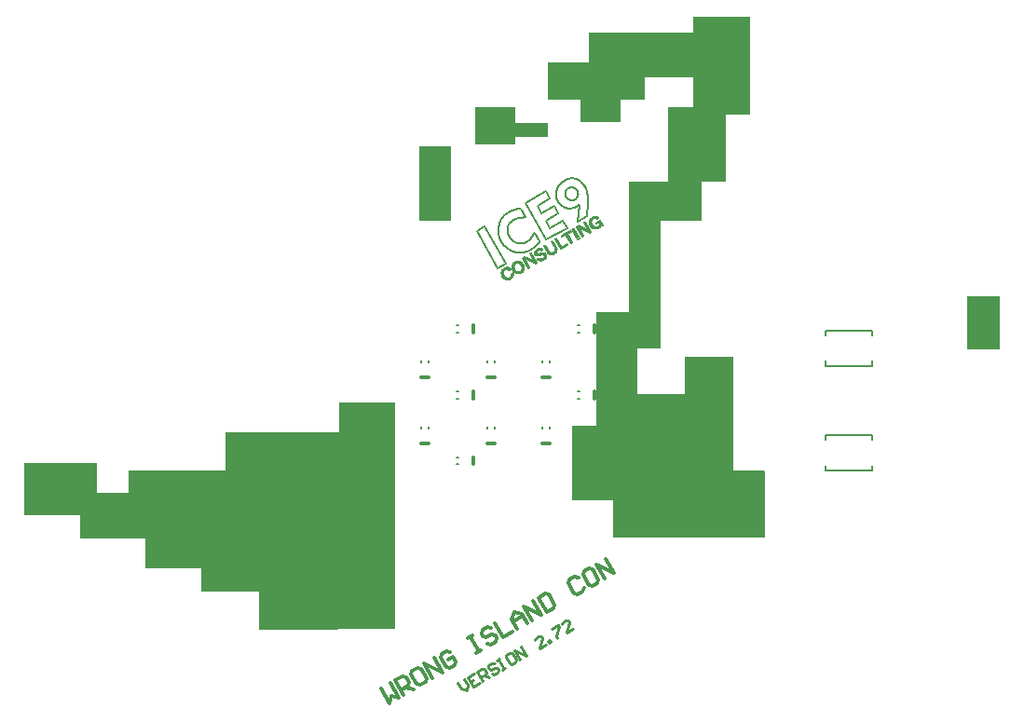
<source format=gto>
G04 Layer_Color=16053492*
%FSLAX25Y25*%
%MOIN*%
G70*
G01*
G75*
%ADD17C,0.01200*%
%ADD18C,0.01000*%
%ADD54C,0.00787*%
%ADD55C,0.01181*%
G36*
X1526535Y1479606D02*
X1506063D01*
X1505669Y1479213D01*
X1477717D01*
Y1492992D01*
X1457244D01*
Y1501260D01*
X1437165D01*
Y1511890D01*
X1413937D01*
Y1520158D01*
X1393858D01*
Y1539055D01*
X1419843D01*
Y1528425D01*
X1431260D01*
Y1536299D01*
X1465905D01*
Y1550079D01*
X1506457D01*
Y1560709D01*
X1526535D01*
Y1479606D01*
D02*
G37*
G36*
X1653307Y1663465D02*
X1644646D01*
Y1639449D01*
X1635984D01*
Y1625669D01*
X1621417D01*
Y1580000D01*
X1613150D01*
Y1563465D01*
X1630079D01*
Y1576850D01*
X1647402D01*
Y1536299D01*
X1658425D01*
X1658819Y1535905D01*
Y1512284D01*
X1604488D01*
Y1525669D01*
X1589921D01*
Y1552441D01*
X1598583D01*
Y1592992D01*
X1610000D01*
Y1639449D01*
X1624173D01*
Y1666220D01*
X1633228D01*
Y1676850D01*
X1615906D01*
Y1668976D01*
X1607244D01*
Y1661102D01*
X1592677D01*
Y1668976D01*
X1581260D01*
Y1682362D01*
X1595433D01*
X1595827Y1682756D01*
Y1692992D01*
X1632835D01*
X1633228Y1693386D01*
Y1698504D01*
X1653307D01*
Y1663465D01*
D02*
G37*
G36*
X1742677Y1579606D02*
X1731260D01*
Y1598504D01*
X1742677D01*
Y1579606D01*
D02*
G37*
G36*
X1569449Y1660709D02*
X1581260D01*
Y1655591D01*
X1569449D01*
Y1652835D01*
X1555276D01*
Y1666220D01*
X1569449D01*
Y1660709D01*
D02*
G37*
G36*
X1546614Y1625669D02*
X1535197D01*
Y1652441D01*
X1546614D01*
Y1625669D01*
D02*
G37*
D17*
X1521371Y1458226D02*
X1524370Y1453032D01*
X1525102Y1455763D01*
X1527833Y1455031D01*
X1524834Y1460225D01*
X1529565Y1456030D02*
X1526565Y1461225D01*
X1529163Y1462724D01*
X1530528Y1462359D01*
X1531528Y1460627D01*
X1531162Y1459262D01*
X1528565Y1457762D01*
X1530296Y1458762D02*
X1533027Y1458030D01*
X1534357Y1465724D02*
X1532626Y1464724D01*
X1532260Y1463358D01*
X1534259Y1459895D01*
X1535625Y1459529D01*
X1537356Y1460529D01*
X1537722Y1461895D01*
X1535723Y1465358D01*
X1534357Y1465724D01*
X1539954Y1462029D02*
X1536954Y1467223D01*
X1543417Y1464028D01*
X1540417Y1469222D01*
X1546112Y1471356D02*
X1544746Y1471722D01*
X1543015Y1470722D01*
X1542649Y1469356D01*
X1544648Y1465893D01*
X1546014Y1465528D01*
X1547745Y1466527D01*
X1548111Y1467893D01*
X1547111Y1469624D01*
X1545380Y1468624D01*
X1552538Y1476220D02*
X1554269Y1477220D01*
X1553404Y1476720D01*
X1556403Y1471525D01*
X1555537Y1471026D01*
X1557268Y1472025D01*
X1560829Y1479853D02*
X1559464Y1480219D01*
X1557732Y1479219D01*
X1557366Y1477854D01*
X1557866Y1476988D01*
X1559232Y1476622D01*
X1560963Y1477622D01*
X1562329Y1477256D01*
X1562829Y1476390D01*
X1562463Y1475024D01*
X1560731Y1474025D01*
X1559366Y1474391D01*
X1562061Y1481718D02*
X1565060Y1476524D01*
X1568523Y1478523D01*
X1570255Y1479523D02*
X1568255Y1482986D01*
X1568987Y1485717D01*
X1571718Y1484985D01*
X1573718Y1481522D01*
X1572218Y1484120D01*
X1568755Y1482120D01*
X1575449Y1482522D02*
X1572450Y1487716D01*
X1578912Y1484521D01*
X1575913Y1489716D01*
X1577645Y1490716D02*
X1580643Y1485521D01*
X1583241Y1487020D01*
X1583607Y1488386D01*
X1581607Y1491849D01*
X1580242Y1492215D01*
X1577645Y1490716D01*
X1591996Y1497847D02*
X1590631Y1498213D01*
X1588899Y1497213D01*
X1588533Y1495848D01*
X1590533Y1492385D01*
X1591898Y1492019D01*
X1593630Y1493019D01*
X1593996Y1494384D01*
X1595825Y1501212D02*
X1594094Y1500212D01*
X1593728Y1498847D01*
X1595727Y1495384D01*
X1597093Y1495018D01*
X1598824Y1496018D01*
X1599190Y1497383D01*
X1597191Y1500846D01*
X1595825Y1501212D01*
X1601421Y1497517D02*
X1598422Y1502712D01*
X1604884Y1499516D01*
X1601885Y1504711D01*
D18*
X1548946Y1460431D02*
X1550278Y1458123D01*
X1552099Y1457635D01*
X1552587Y1459456D01*
X1551254Y1461764D01*
X1554717Y1463764D02*
X1552409Y1462431D01*
X1554408Y1458968D01*
X1556717Y1460301D01*
X1553408Y1460699D02*
X1554562Y1461366D01*
X1557871Y1460967D02*
X1555871Y1464430D01*
X1557603Y1465430D01*
X1558513Y1465186D01*
X1559180Y1464032D01*
X1558936Y1463121D01*
X1557204Y1462121D01*
X1558359Y1462788D02*
X1560180Y1462300D01*
X1561976Y1467185D02*
X1561066Y1467429D01*
X1559912Y1466763D01*
X1559668Y1465852D01*
X1560001Y1465275D01*
X1560911Y1465031D01*
X1562066Y1465698D01*
X1562976Y1465454D01*
X1563309Y1464877D01*
X1563065Y1463966D01*
X1561911Y1463300D01*
X1561001Y1463544D01*
X1562798Y1468429D02*
X1563952Y1469095D01*
X1563375Y1468762D01*
X1565374Y1465299D01*
X1564797Y1464966D01*
X1565951Y1465632D01*
X1567415Y1471095D02*
X1566260Y1470428D01*
X1566016Y1469518D01*
X1567349Y1467209D01*
X1568260Y1466965D01*
X1569414Y1467632D01*
X1569658Y1468542D01*
X1568325Y1470851D01*
X1567415Y1471095D01*
X1571146Y1468631D02*
X1569146Y1472094D01*
X1573454Y1469964D01*
X1571455Y1473427D01*
X1580380Y1473963D02*
X1578072Y1472630D01*
X1579047Y1476272D01*
X1578714Y1476849D01*
X1577804Y1477093D01*
X1576649Y1476426D01*
X1576406Y1475516D01*
X1581535Y1474629D02*
X1581201Y1475207D01*
X1581779Y1475540D01*
X1582112Y1474963D01*
X1581535Y1474629D01*
X1582421Y1479759D02*
X1584730Y1481091D01*
X1585063Y1480514D01*
X1584087Y1476873D01*
X1584420Y1476296D01*
X1590192Y1479628D02*
X1587883Y1478295D01*
X1588859Y1481936D01*
X1588526Y1482514D01*
X1587615Y1482758D01*
X1586461Y1482091D01*
X1586217Y1481181D01*
D54*
X1599758Y1624733D02*
G03*
X1599754Y1624752I-826J-171D01*
G01*
X1599761Y1624716D02*
G03*
X1599758Y1624733I-837J-156D01*
G01*
X1599764Y1624700D02*
G03*
X1599761Y1624716I-848J-143D01*
G01*
X1599480Y1623779D02*
G03*
X1599509Y1623817I-1166J944D01*
G01*
X1599360Y1623648D02*
G03*
X1599480Y1623779I-1030J1061D01*
G01*
X1599301Y1623594D02*
G03*
X1599360Y1623648I-975J1119D01*
G01*
X1599265Y1623564D02*
G03*
X1599301Y1623594I-949J1162D01*
G01*
X1599236Y1623540D02*
G03*
X1599265Y1623564I-929J1197D01*
G01*
X1599210Y1623521D02*
G03*
X1599236Y1623540I-913J1228D01*
G01*
X1599187Y1623504D02*
G03*
X1599210Y1623521I-900J1258D01*
G01*
X1598989Y1623383D02*
G03*
X1599012Y1623395I-672J1315D01*
G01*
X1598963Y1623370D02*
G03*
X1598989Y1623383I-640J1314D01*
G01*
X1598934Y1623357D02*
G03*
X1598963Y1623370I-604J1314D01*
G01*
X1598900Y1623342D02*
G03*
X1598934Y1623357I-564J1316D01*
G01*
X1598857Y1623324D02*
G03*
X1598900Y1623342I-514J1321D01*
G01*
X1598710Y1623276D02*
G03*
X1598857Y1623324I-361J1351D01*
G01*
X1598625Y1623256D02*
G03*
X1598710Y1623276I-277J1374D01*
G01*
X1598578Y1623247D02*
G03*
X1598625Y1623256I-233J1398D01*
G01*
X1598541Y1623241D02*
G03*
X1598578Y1623247I-199J1418D01*
G01*
X1598510Y1623237D02*
G03*
X1598541Y1623241I-169J1436D01*
G01*
X1598482Y1623234D02*
G03*
X1598510Y1623237I-143J1454D01*
G01*
X1598456Y1623232D02*
G03*
X1598482Y1623234I-118J1471D01*
G01*
X1598116Y1623246D02*
G03*
X1598309Y1623227I211J1185D01*
G01*
X1598073Y1623254D02*
G03*
X1598116Y1623246I256J1190D01*
G01*
X1598041Y1623262D02*
G03*
X1598073Y1623254I292J1195D01*
G01*
X1598014Y1623269D02*
G03*
X1598041Y1623262I321J1201D01*
G01*
X1597990Y1623275D02*
G03*
X1598014Y1623269I348J1206D01*
G01*
X1597403Y1623607D02*
G03*
X1597529Y1623507I1367J1603D01*
G01*
X1597348Y1623655D02*
G03*
X1597403Y1623607I1437J1573D01*
G01*
X1597307Y1623694D02*
G03*
X1597348Y1623655I1493J1550D01*
G01*
X1597273Y1623727D02*
G03*
X1597307Y1623694I1543J1532D01*
G01*
X1597243Y1623758D02*
G03*
X1597273Y1623727I1588J1517D01*
G01*
X1597217Y1623786D02*
G03*
X1597243Y1623758I1631J1504D01*
G01*
X1596897Y1624224D02*
G03*
X1596908Y1624205I2377J1373D01*
G01*
X1596893Y1624232D02*
G03*
X1596897Y1624224I2782J1596D01*
G01*
X1596593Y1625262D02*
G03*
X1596592Y1625237I1388J-46D01*
G01*
X1596594Y1625290D02*
G03*
X1596593Y1625262I1373J-74D01*
G01*
X1596596Y1625323D02*
G03*
X1596594Y1625290I1356J-106D01*
G01*
X1596600Y1625364D02*
G03*
X1596596Y1625323I1338J-145D01*
G01*
X1596637Y1625564D02*
G03*
X1596600Y1625364I1278J-342D01*
G01*
X1596802Y1625966D02*
G03*
X1596789Y1625944I1235J-726D01*
G01*
X1596816Y1625989D02*
G03*
X1596802Y1625966I1209J-743D01*
G01*
X1596833Y1626015D02*
G03*
X1596816Y1625989I1180J-761D01*
G01*
X1596853Y1626046D02*
G03*
X1596833Y1626015I1148J-784D01*
G01*
X1596880Y1626084D02*
G03*
X1596853Y1626046I1109J-814D01*
G01*
X1596964Y1626187D02*
G03*
X1596880Y1626084I1011J-907D01*
G01*
X1597029Y1626255D02*
G03*
X1596964Y1626187I947J-976D01*
G01*
X1597063Y1626287D02*
G03*
X1597029Y1626255I924J-1019D01*
G01*
X1597090Y1626311D02*
G03*
X1597063Y1626287I906J-1053D01*
G01*
X1597114Y1626331D02*
G03*
X1597090Y1626311I892J-1084D01*
G01*
X1597135Y1626348D02*
G03*
X1597114Y1626331I880J-1112D01*
G01*
X1597155Y1626364D02*
G03*
X1597135Y1626348I869J-1139D01*
G01*
X1597581Y1626590D02*
G03*
X1597559Y1626582I397J-1224D01*
G01*
X1597606Y1626597D02*
G03*
X1597581Y1626590I368J-1219D01*
G01*
X1597635Y1626606D02*
G03*
X1597606Y1626597I335J-1215D01*
G01*
X1597671Y1626615D02*
G03*
X1597635Y1626606I296J-1212D01*
G01*
X1597850Y1626645D02*
G03*
X1597671Y1626615I112J-1222D01*
G01*
X1597905Y1626649D02*
G03*
X1597850Y1626645I58J-1233D01*
G01*
X1597932Y1626650D02*
G03*
X1597905Y1626649I35J-1327D01*
G01*
X1597965Y1626650D02*
G03*
X1597932Y1626650I1J-1314D01*
G01*
X1598008Y1626650D02*
G03*
X1597965Y1626650I-42J-1300D01*
G01*
X1598134Y1626639D02*
G03*
X1598008Y1626650I-167J-1273D01*
G01*
X1598217Y1626626D02*
G03*
X1598134Y1626639I-250J-1262D01*
G01*
X1598258Y1626617D02*
G03*
X1598217Y1626626I-295J-1267D01*
G01*
X1598290Y1626609D02*
G03*
X1598258Y1626617I-330J-1272D01*
G01*
X1598317Y1626602D02*
G03*
X1598290Y1626609I-360J-1277D01*
G01*
X1598342Y1626595D02*
G03*
X1598317Y1626602I-388J-1283D01*
G01*
X1598730Y1626963D02*
G03*
X1598515Y1627025I-549J-1501D01*
G01*
X1598515D02*
G03*
X1598455Y1627037I-338J-1579D01*
G01*
D02*
G03*
X1598411Y1627044I-281J-1608D01*
G01*
X1598411D02*
G03*
X1598374Y1627049I-239J-1631D01*
G01*
Y1627049D02*
G03*
X1598341Y1627053I-204J-1653D01*
G01*
X1598341Y1627053D02*
G03*
X1598311Y1627056I-173J-1673D01*
G01*
X1597930Y1627047D02*
G03*
X1597758Y1627019I255J-2053D01*
G01*
X1597758Y1627019D02*
G03*
X1597662Y1626996I429J-2040D01*
G01*
X1597662D02*
G03*
X1597600Y1626979I531J-2038D01*
G01*
X1597600D02*
G03*
X1597549Y1626963I599J-2042D01*
G01*
Y1626963D02*
G03*
X1597506Y1626949I657J-2047D01*
G01*
Y1626949D02*
G03*
X1597467Y1626935I707J-2053D01*
G01*
X1596694Y1626462D02*
G03*
X1596669Y1626438I1349J-1428D01*
G01*
X1596669Y1626438D02*
G03*
X1596641Y1626410I1360J-1389D01*
G01*
X1596641Y1626410D02*
G03*
X1596609Y1626377I1374J-1347D01*
G01*
X1596609D02*
G03*
X1596573Y1626337I1390J-1301D01*
G01*
X1596573D02*
G03*
X1596382Y1626080I1399J-1237D01*
G01*
X1596382D02*
G03*
X1596345Y1626016I1604J-988D01*
G01*
X1596345D02*
G03*
X1596319Y1625970I1658J-934D01*
G01*
D02*
G03*
X1596299Y1625931I1701J-897D01*
G01*
D02*
G03*
X1596282Y1625896I1738J-867D01*
G01*
X1596282Y1625896D02*
G03*
X1596268Y1625864I1773J-840D01*
G01*
X1596160Y1625566D02*
G03*
X1596122Y1625390I1594J-439D01*
G01*
X1596122D02*
G03*
X1596109Y1625288I1636J-264D01*
G01*
X1596109Y1625288D02*
G03*
X1596104Y1625233I1667J-164D01*
G01*
X1596104D02*
G03*
X1596102Y1625190I1689J-109D01*
G01*
X1596102Y1625190D02*
G03*
X1596101Y1625154I1708J-67D01*
G01*
D02*
G03*
X1596100Y1625120I1727J-31D01*
G01*
X1596100Y1625120D02*
G03*
X1596101Y1625089I1745J3D01*
G01*
X1596453Y1623952D02*
G03*
X1596462Y1623936I3224J1840D01*
G01*
X1596462Y1623936D02*
G03*
X1596468Y1623925I3070J1772D01*
G01*
X1597199Y1623104D02*
G03*
X1597229Y1623084I1070J1574D01*
G01*
Y1623084D02*
G03*
X1597261Y1623063I1030J1576D01*
G01*
Y1623063D02*
G03*
X1597298Y1623041I988J1581D01*
G01*
Y1623041D02*
G03*
X1597344Y1623015I941J1587D01*
G01*
D02*
G03*
X1597624Y1622889I879J1582D01*
G01*
X1597624Y1622889D02*
G03*
X1597692Y1622867I603J1723D01*
G01*
Y1622867D02*
G03*
X1597741Y1622852I541J1763D01*
G01*
Y1622852D02*
G03*
X1597784Y1622841I497J1796D01*
G01*
X1597823Y1622831D02*
G03*
X1597855Y1622824I394J1691D01*
G01*
Y1622824D02*
G03*
X1597891Y1622817I358J1681D01*
G01*
X1597891Y1622817D02*
G03*
X1597931Y1622810I319J1671D01*
G01*
X1597931D02*
G03*
X1597981Y1622802I276J1661D01*
G01*
Y1622802D02*
G03*
X1598224Y1622787I222J1641D01*
G01*
D02*
G03*
X1598300Y1622790I-21J1666D01*
G01*
X1598300D02*
G03*
X1598351Y1622794I-97J1681D01*
G01*
D02*
G03*
X1598391Y1622798I-149J1694D01*
G01*
X1598391D02*
G03*
X1598426Y1622802I-192J1707D01*
G01*
Y1622802D02*
G03*
X1598459Y1622807I-230J1720D01*
G01*
X1599790Y1623596D02*
G03*
X1599811Y1623627I-1391J994D01*
G01*
X1599811Y1623627D02*
G03*
X1599847Y1623682I-1422J969D01*
G01*
X1599847D02*
G03*
X1599872Y1623724I-1473J924D01*
G01*
Y1623724D02*
G03*
X1599893Y1623759I-1514J891D01*
G01*
Y1623759D02*
G03*
X1599910Y1623790I-1550J864D01*
G01*
X1599910D02*
G03*
X1599924Y1623819I-1582J842D01*
G01*
X1581545Y1613808D02*
G03*
X1581608Y1613767I594J831D01*
G01*
D02*
G03*
X1581643Y1613746I536J881D01*
G01*
X1581643D02*
G03*
X1581670Y1613732I505J911D01*
G01*
X1581670D02*
G03*
X1581691Y1613721I484J934D01*
G01*
Y1613721D02*
G03*
X1581711Y1613712I467J955D01*
G01*
Y1613712D02*
G03*
X1581729Y1613704I452J974D01*
G01*
X1584078Y1614586D02*
G03*
X1584094Y1614611I-1324J858D01*
G01*
X1584094Y1614611D02*
G03*
X1584111Y1614639I-1327J824D01*
G01*
X1584111Y1614639D02*
G03*
X1584130Y1614672I-1330J788D01*
G01*
D02*
G03*
X1584152Y1614713I-1335J747D01*
G01*
Y1614713D02*
G03*
X1584236Y1614907I-1336J695D01*
G01*
X1584288Y1615091D02*
G03*
X1584292Y1615115I-1298J267D01*
G01*
D02*
G03*
X1584297Y1615141I-1289J241D01*
G01*
X1584297Y1615141D02*
G03*
X1584302Y1615172I-1281J212D01*
G01*
Y1615172D02*
G03*
X1584307Y1615210I-1272J180D01*
G01*
Y1615210D02*
G03*
X1584313Y1615406I-1255J140D01*
G01*
Y1615406D02*
G03*
X1584309Y1615460I-1270J-57D01*
G01*
X1584309D02*
G03*
X1584306Y1615498I-1280J-112D01*
G01*
X1584306D02*
G03*
X1584302Y1615528I-1289J-151D01*
G01*
D02*
G03*
X1584298Y1615555I-1298J-184D01*
G01*
X1584298D02*
G03*
X1584293Y1615579I-1307J-213D01*
G01*
X1583767Y1615701D02*
G03*
X1583759Y1615719I-1087J-444D01*
G01*
X1583776Y1615679D02*
G03*
X1583767Y1615701I-1084J-418D01*
G01*
X1583785Y1615655D02*
G03*
X1583776Y1615679I-1082J-390D01*
G01*
X1583795Y1615626D02*
G03*
X1583785Y1615655I-1081J-357D01*
G01*
X1583840Y1615433D02*
G03*
X1583795Y1615626I-1105J-157D01*
G01*
X1583845Y1615392D02*
G03*
X1583840Y1615433I-1120J-118D01*
G01*
X1583848Y1615362D02*
G03*
X1583845Y1615392I-1135J-88D01*
G01*
X1583850Y1615336D02*
G03*
X1583848Y1615362I-1148J-64D01*
G01*
X1583851Y1615313D02*
G03*
X1583850Y1615336I-1161J-42D01*
G01*
X1583851Y1615292D02*
G03*
X1583851Y1615313I-1173J-21D01*
G01*
X1583851Y1615266D02*
G03*
X1583851Y1615283I-921J12D01*
G01*
X1583851Y1615248D02*
G03*
X1583851Y1615266I-911J30D01*
G01*
X1583850Y1615226D02*
G03*
X1583851Y1615248I-901J52D01*
G01*
X1583848Y1615201D02*
G03*
X1583850Y1615226I-890J76D01*
G01*
X1583823Y1615054D02*
G03*
X1583848Y1615201I-848J222D01*
G01*
X1583813Y1615019D02*
G03*
X1583823Y1615054I-845J258D01*
G01*
X1583805Y1614995D02*
G03*
X1583813Y1615019I-846J285D01*
G01*
X1583798Y1614975D02*
G03*
X1583805Y1614995I-848J307D01*
G01*
X1583792Y1614958D02*
G03*
X1583798Y1614975I-850J328D01*
G01*
X1583786Y1614942D02*
G03*
X1583792Y1614958I-852J347D01*
G01*
X1582343Y1614025D02*
G03*
X1582364Y1614025I8J1099D01*
G01*
X1582318Y1614025D02*
G03*
X1582343Y1614025I33J1087D01*
G01*
X1582290Y1614027D02*
G03*
X1582318Y1614025I60J1075D01*
G01*
X1582255Y1614029D02*
G03*
X1582290Y1614027I95J1061D01*
G01*
X1582154Y1614043D02*
G03*
X1582255Y1614029I195J1034D01*
G01*
X1582041Y1614071D02*
G03*
X1582058Y1614066I286J916D01*
G01*
X1582023Y1614077D02*
G03*
X1582041Y1614071I301J901D01*
G01*
X1582003Y1614084D02*
G03*
X1582023Y1614077I319J884D01*
G01*
X1581979Y1614093D02*
G03*
X1582003Y1614084I339J867D01*
G01*
X1581827Y1614170D02*
G03*
X1581979Y1614093I484J772D01*
G01*
X1581799Y1614188D02*
G03*
X1581827Y1614170I517J762D01*
G01*
X1581779Y1614202D02*
G03*
X1581799Y1614188I543J756D01*
G01*
X1581761Y1614215D02*
G03*
X1581779Y1614202I565J751D01*
G01*
X1581746Y1614227D02*
G03*
X1581761Y1614215I587J747D01*
G01*
X1581733Y1614237D02*
G03*
X1581746Y1614227I606J744D01*
G01*
X1581464Y1614562D02*
G03*
X1581468Y1614554I1289J744D01*
G01*
X1577982Y1611517D02*
G03*
X1578012Y1611507I471J1379D01*
G01*
X1578012Y1611506D02*
G03*
X1578086Y1611485I442J1396D01*
G01*
Y1611485D02*
G03*
X1578132Y1611474I373J1432D01*
G01*
X1578132D02*
G03*
X1578168Y1611466I330J1458D01*
G01*
X1578168D02*
G03*
X1578200Y1611460I296J1481D01*
G01*
Y1611460D02*
G03*
X1578229Y1611455I267J1502D01*
G01*
X1578750Y1611456D02*
G03*
X1578799Y1611463I-278J1988D01*
G01*
Y1611463D02*
G03*
X1578851Y1611472I-329J1998D01*
G01*
X1578851Y1611472D02*
G03*
X1578895Y1611481I-386J2009D01*
G01*
D02*
G03*
X1578934Y1611490I-434J2020D01*
G01*
X1580359Y1612478D02*
G03*
X1580373Y1612502I-1291J757D01*
G01*
X1580373Y1612502D02*
G03*
X1580387Y1612528I-1292J725D01*
G01*
Y1612528D02*
G03*
X1580403Y1612559I-1293J691D01*
G01*
D02*
G03*
X1580422Y1612597I-1295J654D01*
G01*
Y1612597D02*
G03*
X1580447Y1612652I-1300J609D01*
G01*
X1580550Y1613142D02*
G03*
X1580550Y1613159I-970J-14D01*
G01*
X1580550D02*
G03*
X1580549Y1613178I-960J-31D01*
G01*
X1580549D02*
G03*
X1580548Y1613199I-949J-50D01*
G01*
Y1613199D02*
G03*
X1580546Y1613224I-938J-70D01*
G01*
X1580546Y1613224D02*
G03*
X1580510Y1613400I-915J-93D01*
G01*
X1580510D02*
G03*
X1580501Y1613431I-890J-272D01*
G01*
D02*
G03*
X1580492Y1613454I-889J-305D01*
G01*
X1580492Y1613454D02*
G03*
X1580485Y1613473I-890J-331D01*
G01*
Y1613473D02*
G03*
X1580478Y1613491I-891J-354D01*
G01*
Y1613491D02*
G03*
X1580471Y1613507I-893J-376D01*
G01*
X1580286Y1613788D02*
G03*
X1580274Y1613800I-660J-618D01*
G01*
D02*
G03*
X1580261Y1613814I-642J-624D01*
G01*
D02*
G03*
X1580245Y1613829I-622J-631D01*
G01*
Y1613829D02*
G03*
X1580225Y1613847I-600J-640D01*
G01*
D02*
G03*
X1580130Y1613920I-571J-647D01*
G01*
X1580130Y1613920D02*
G03*
X1580094Y1613943I-478J-724D01*
G01*
X1580094Y1613943D02*
G03*
X1580070Y1613956I-447J-754D01*
G01*
X1580070Y1613956D02*
G03*
X1580051Y1613966I-428J-776D01*
G01*
Y1613966D02*
G03*
X1580034Y1613975I-413J-794D01*
G01*
Y1613975D02*
G03*
X1580019Y1613982I-399J-811D01*
G01*
X1577149Y1613843D02*
G03*
X1577157Y1613837I303J370D01*
G01*
X1577142Y1613850D02*
G03*
X1577149Y1613843I307J360D01*
G01*
X1577133Y1613858D02*
G03*
X1577142Y1613850I313J348D01*
G01*
X1577122Y1613868D02*
G03*
X1577133Y1613858I321J334D01*
G01*
X1577080Y1613913D02*
G03*
X1577122Y1613868I357J284D01*
G01*
X1577067Y1613931D02*
G03*
X1577080Y1613913I373J267D01*
G01*
X1577058Y1613943D02*
G03*
X1577067Y1613931I385J258D01*
G01*
X1577052Y1613953D02*
G03*
X1577058Y1613943I395J251D01*
G01*
X1577047Y1613962D02*
G03*
X1577052Y1613953I404J245D01*
G01*
X1577042Y1613970D02*
G03*
X1577047Y1613962I414J239D01*
G01*
X1577041Y1613972D02*
G03*
X1577042Y1613970I507J290D01*
G01*
X1577017Y1614018D02*
G03*
X1577021Y1614009I501J228D01*
G01*
X1577013Y1614028D02*
G03*
X1577017Y1614018I500J216D01*
G01*
X1577007Y1614041D02*
G03*
X1577013Y1614028I500J201D01*
G01*
X1577002Y1614055D02*
G03*
X1577007Y1614041I501J184D01*
G01*
X1576980Y1614132D02*
G03*
X1577002Y1614055I514J104D01*
G01*
X1576976Y1614155D02*
G03*
X1576980Y1614132I521J82D01*
G01*
X1576974Y1614171D02*
G03*
X1576976Y1614155I529J68D01*
G01*
X1576972Y1614183D02*
G03*
X1576974Y1614171I536J56D01*
G01*
X1576971Y1614194D02*
G03*
X1576972Y1614183I542J45D01*
G01*
X1576970Y1614204D02*
G03*
X1576971Y1614194I549J36D01*
G01*
X1577045Y1614557D02*
G03*
X1577034Y1614531I793J-366D01*
G01*
X1577057Y1614583D02*
G03*
X1577045Y1614557I788J-395D01*
G01*
X1577068Y1614603D02*
G03*
X1577057Y1614583I785J-419D01*
G01*
X1577077Y1614620D02*
G03*
X1577068Y1614603I784J-440D01*
G01*
X1577086Y1614635D02*
G03*
X1577077Y1614620I783J-460D01*
G01*
X1577094Y1614649D02*
G03*
X1577086Y1614635I783J-479D01*
G01*
X1578045Y1615252D02*
G03*
X1578024Y1615248I190J-1191D01*
G01*
X1578068Y1615255D02*
G03*
X1578045Y1615252I166J-1182D01*
G01*
X1578093Y1615259D02*
G03*
X1578068Y1615255I139J-1174D01*
G01*
X1578123Y1615262D02*
G03*
X1578093Y1615259I107J-1165D01*
G01*
X1578162Y1615265D02*
G03*
X1578123Y1615262I67J-1156D01*
G01*
X1578280Y1615265D02*
G03*
X1578162Y1615265I-51J-1141D01*
G01*
X1578349Y1615260D02*
G03*
X1578330Y1615262I-116J-1036D01*
G01*
X1578370Y1615257D02*
G03*
X1578349Y1615260I-135J-1023D01*
G01*
X1578393Y1615254D02*
G03*
X1578370Y1615257I-157J-1009D01*
G01*
X1578421Y1615249D02*
G03*
X1578393Y1615254I-183J-994D01*
G01*
X1578590Y1615203D02*
G03*
X1578421Y1615249I-348J-928D01*
G01*
X1578625Y1615189D02*
G03*
X1578590Y1615203I-386J-922D01*
G01*
X1578650Y1615178D02*
G03*
X1578625Y1615189I-416J-921D01*
G01*
X1578672Y1615168D02*
G03*
X1578650Y1615178I-441J-920D01*
G01*
X1578690Y1615159D02*
G03*
X1578672Y1615168I-464J-921D01*
G01*
X1578706Y1615150D02*
G03*
X1578690Y1615159I-485J-922D01*
G01*
X1578823Y1615617D02*
G03*
X1578652Y1615656I-405J-1388D01*
G01*
D02*
G03*
X1578592Y1615664I-236J-1439D01*
G01*
X1578592D02*
G03*
X1578550Y1615669I-178J-1462D01*
G01*
X1578550D02*
G03*
X1578516Y1615671I-138J-1482D01*
G01*
X1578516Y1615671D02*
G03*
X1578486Y1615673I-105J-1500D01*
G01*
X1578486Y1615673D02*
G03*
X1578459Y1615674I-75J-1517D01*
G01*
X1578084Y1615643D02*
G03*
X1577954Y1615613I409J-2115D01*
G01*
D02*
G03*
X1577884Y1615594I545J-2108D01*
G01*
D02*
G03*
X1577830Y1615577I620J-2110D01*
G01*
Y1615577D02*
G03*
X1577785Y1615562I681J-2115D01*
G01*
Y1615562D02*
G03*
X1577744Y1615548I735J-2121D01*
G01*
X1576713Y1614780D02*
G03*
X1576700Y1614759I1184J-768D01*
G01*
X1576700Y1614759D02*
G03*
X1576686Y1614736I1185J-740D01*
G01*
Y1614736D02*
G03*
X1576671Y1614710I1187J-710D01*
G01*
X1576671D02*
G03*
X1576653Y1614678I1190J-676D01*
G01*
D02*
G03*
X1576633Y1614638I1195J-638D01*
G01*
Y1614638D02*
G03*
X1576593Y1614548I1202J-590D01*
G01*
X1576501Y1614080D02*
G03*
X1576502Y1614063I901J33D01*
G01*
X1576502Y1614063D02*
G03*
X1576503Y1614045I891J49D01*
G01*
X1576503D02*
G03*
X1576505Y1614024I880J67D01*
G01*
X1576505D02*
G03*
X1576508Y1613999I869J87D01*
G01*
X1576508Y1614000D02*
G03*
X1576538Y1613860I850J109D01*
G01*
X1576538D02*
G03*
X1576549Y1613827I827J251D01*
G01*
Y1613827D02*
G03*
X1576557Y1613803I825J287D01*
G01*
Y1613803D02*
G03*
X1576565Y1613784I825J314D01*
G01*
Y1613784D02*
G03*
X1576572Y1613767I826J337D01*
G01*
X1576572D02*
G03*
X1576579Y1613752I827J357D01*
G01*
X1576614Y1613681D02*
G03*
X1576621Y1613671I845J473D01*
G01*
X1576621D02*
G03*
X1576621Y1613670I779J450D01*
G01*
X1576687Y1613572D02*
G03*
X1576696Y1613561I628J491D01*
G01*
Y1613561D02*
G03*
X1576706Y1613549I613J497D01*
G01*
Y1613549D02*
G03*
X1576717Y1613536I597J504D01*
G01*
D02*
G03*
X1576730Y1613521I580J512D01*
G01*
Y1613521D02*
G03*
X1576842Y1613423I554J515D01*
G01*
Y1613423D02*
G03*
X1576864Y1613408I448J621D01*
G01*
Y1613408D02*
G03*
X1576881Y1613397I430J642D01*
G01*
Y1613397D02*
G03*
X1576895Y1613388I418J660D01*
G01*
Y1613388D02*
G03*
X1576909Y1613380I407J676D01*
G01*
X1576909Y1613380D02*
G03*
X1576921Y1613373I398J691D01*
G01*
X1579811Y1613516D02*
G03*
X1579803Y1613521I-302J-472D01*
G01*
X1579821Y1613510D02*
G03*
X1579811Y1613516I-308J-461D01*
G01*
X1579832Y1613503D02*
G03*
X1579821Y1613510I-316J-449D01*
G01*
X1579845Y1613493D02*
G03*
X1579832Y1613503I-326J-435D01*
G01*
X1579910Y1613436D02*
G03*
X1579845Y1613493I-384J-370D01*
G01*
X1579925Y1613419D02*
G03*
X1579910Y1613436I-403J-357D01*
G01*
X1579935Y1613408D02*
G03*
X1579925Y1613419I-417J-348D01*
G01*
X1579943Y1613397D02*
G03*
X1579935Y1613408I-429J-342D01*
G01*
X1579950Y1613389D02*
G03*
X1579943Y1613397I-440J-337D01*
G01*
X1579956Y1613380D02*
G03*
X1579950Y1613389I-451J-332D01*
G01*
X1580021Y1613268D02*
G03*
X1580017Y1613278I-572J-256D01*
G01*
X1580026Y1613256D02*
G03*
X1580021Y1613268I-571J-242D01*
G01*
X1580032Y1613243D02*
G03*
X1580026Y1613256I-571J-227D01*
G01*
X1580038Y1613227D02*
G03*
X1580032Y1613243I-571J-208D01*
G01*
X1580065Y1613129D02*
G03*
X1580038Y1613227I-587J-106D01*
G01*
X1580068Y1613106D02*
G03*
X1580065Y1613129I-595J-84D01*
G01*
X1580070Y1613088D02*
G03*
X1580068Y1613106I-604J-68D01*
G01*
X1580072Y1613074D02*
G03*
X1580071Y1613088I-612J-54D01*
G01*
X1580073Y1613062D02*
G03*
X1580072Y1613074I-619J-42D01*
G01*
X1580074Y1613050D02*
G03*
X1580073Y1613062I-626J-31D01*
G01*
X1579988Y1612662D02*
G03*
X1579996Y1612680I-838J390D01*
G01*
X1579980Y1612646D02*
G03*
X1579988Y1612662I-839J410D01*
G01*
X1578444Y1611871D02*
G03*
X1578465Y1611868I200J1134D01*
G01*
X1578420Y1611876D02*
G03*
X1578444Y1611871I221J1118D01*
G01*
X1578394Y1611881D02*
G03*
X1578420Y1611876I245J1101D01*
G01*
X1578362Y1611889D02*
G03*
X1578394Y1611881I275J1082D01*
G01*
X1578206Y1611941D02*
G03*
X1578362Y1611889I426J1012D01*
G01*
X1571123Y1607319D02*
G03*
X1571148Y1607328I-474J1284D01*
G01*
X1571095Y1607309D02*
G03*
X1571123Y1607319I-442J1280D01*
G01*
X1571063Y1607298D02*
G03*
X1571095Y1607309I-405J1278D01*
G01*
X1571022Y1607286D02*
G03*
X1571063Y1607298I-360J1277D01*
G01*
X1570869Y1607253D02*
G03*
X1571022Y1607286I-203J1292D01*
G01*
X1570796Y1607243D02*
G03*
X1570869Y1607253I-130J1306D01*
G01*
X1570753Y1607240D02*
G03*
X1570796Y1607243I-89J1324D01*
G01*
X1570719Y1607238D02*
G03*
X1570753Y1607240I-55J1340D01*
G01*
X1570690Y1607237D02*
G03*
X1570719Y1607238I-27J1354D01*
G01*
X1570665Y1607237D02*
G03*
X1570690Y1607237I-2J1368D01*
G01*
X1570217Y1607305D02*
G03*
X1570252Y1607295I357J1162D01*
G01*
X1570162Y1607323D02*
G03*
X1570217Y1607305I414J1151D01*
G01*
X1570127Y1607337D02*
G03*
X1570162Y1607323I454J1150D01*
G01*
X1570098Y1607348D02*
G03*
X1570127Y1607337I487J1150D01*
G01*
X1570074Y1607359D02*
G03*
X1570098Y1607348I516J1152D01*
G01*
X1570053Y1607368D02*
G03*
X1570074Y1607359I543J1153D01*
G01*
X1569228Y1608212D02*
G03*
X1569234Y1608200I3055J1764D01*
G01*
X1569221Y1608223D02*
G03*
X1569228Y1608212I3115J1784D01*
G01*
X1568906Y1609392D02*
G03*
X1568903Y1609367I1310J-129D01*
G01*
X1568909Y1609421D02*
G03*
X1568906Y1609392I1293J-157D01*
G01*
X1568913Y1609455D02*
G03*
X1568909Y1609421I1275J-189D01*
G01*
X1568920Y1609497D02*
G03*
X1568913Y1609455I1255J-229D01*
G01*
X1568939Y1609582D02*
G03*
X1568920Y1609497I1222J-311D01*
G01*
X1569101Y1609985D02*
G03*
X1569088Y1609962I1203J-704D01*
G01*
X1569116Y1610010D02*
G03*
X1569101Y1609985I1175J-723D01*
G01*
X1569135Y1610039D02*
G03*
X1569116Y1610010I1145J-744D01*
G01*
X1569159Y1610074D02*
G03*
X1569135Y1610039I1109J-772D01*
G01*
X1569265Y1610208D02*
G03*
X1569159Y1610074I987J-894D01*
G01*
X1569313Y1610258D02*
G03*
X1569265Y1610208I943J-948D01*
G01*
X1569344Y1610288D02*
G03*
X1569313Y1610258I922J-988D01*
G01*
X1569369Y1610311D02*
G03*
X1569344Y1610288I906J-1021D01*
G01*
X1569391Y1610330D02*
G03*
X1569369Y1610311I893J-1051D01*
G01*
X1569411Y1610347D02*
G03*
X1569391Y1610330I882J-1079D01*
G01*
X1570117Y1610673D02*
G03*
X1570094Y1610669I211J-1267D01*
G01*
X1570143Y1610677D02*
G03*
X1570117Y1610673I184J-1258D01*
G01*
X1570172Y1610681D02*
G03*
X1570143Y1610677I152J-1249D01*
G01*
X1570208Y1610685D02*
G03*
X1570172Y1610681I114J-1241D01*
G01*
X1570407Y1610687D02*
G03*
X1570208Y1610685I-86J-1220D01*
G01*
X1570457Y1610682D02*
G03*
X1570407Y1610687I-137J-1225D01*
G01*
X1570493Y1610678D02*
G03*
X1570457Y1610682I-174J-1233D01*
G01*
X1570523Y1610673D02*
G03*
X1570493Y1610678I-206J-1241D01*
G01*
X1570548Y1610669D02*
G03*
X1570523Y1610673I-233J-1250D01*
G01*
X1570571Y1610664D02*
G03*
X1570548Y1610669I-259J-1258D01*
G01*
X1570913Y1610547D02*
G03*
X1570667Y1610641I-684J-1420D01*
G01*
X1570965Y1610520D02*
G03*
X1570913Y1610547I-744J-1408D01*
G01*
X1571004Y1610499D02*
G03*
X1570965Y1610520I-790J-1402D01*
G01*
X1571035Y1610481D02*
G03*
X1571004Y1610499I-830J-1398D01*
G01*
X1571063Y1610464D02*
G03*
X1571035Y1610481I-866J-1395D01*
G01*
X1571089Y1610448D02*
G03*
X1571063Y1610464I-900J-1393D01*
G01*
X1572091Y1608620D02*
G03*
X1572092Y1608645I-1357J63D01*
G01*
X1572089Y1608591D02*
G03*
X1572091Y1608620I-1341J92D01*
G01*
X1572087Y1608558D02*
G03*
X1572089Y1608591I-1325J123D01*
G01*
X1572082Y1608517D02*
G03*
X1572087Y1608558I-1306J163D01*
G01*
X1572047Y1608337D02*
G03*
X1572082Y1608517I-1250J340D01*
G01*
X1571922Y1608015D02*
G03*
X1571934Y1608039I-1305J682D01*
G01*
X1571908Y1607989D02*
G03*
X1571922Y1608015I-1278J701D01*
G01*
X1571892Y1607961D02*
G03*
X1571908Y1607989I-1249J722D01*
G01*
X1571872Y1607927D02*
G03*
X1571892Y1607961I-1216J749D01*
G01*
X1571724Y1607728D02*
G03*
X1571872Y1607927I-1044J933D01*
G01*
X1571688Y1607689D02*
G03*
X1571724Y1607728I-1018J980D01*
G01*
X1571660Y1607661D02*
G03*
X1571688Y1607689I-1001J1019D01*
G01*
X1571636Y1607639D02*
G03*
X1571660Y1607661I-988J1052D01*
G01*
X1571615Y1607619D02*
G03*
X1571636Y1607639I-976J1082D01*
G01*
X1571595Y1607602D02*
G03*
X1571615Y1607619I-967J1110D01*
G01*
X1572176Y1607667D02*
G03*
X1572195Y1607693I-1447J1117D01*
G01*
X1572195D02*
G03*
X1572217Y1607722I-1452J1080D01*
G01*
X1572217Y1607722D02*
G03*
X1572240Y1607755I-1458J1040D01*
G01*
X1572240D02*
G03*
X1572266Y1607795I-1466J997D01*
G01*
X1572266D02*
G03*
X1572298Y1607846I-1477J948D01*
G01*
X1572298Y1607846D02*
G03*
X1572382Y1608007I-1490J884D01*
G01*
X1571933Y1610365D02*
G03*
X1571903Y1610398I-1824J-1598D01*
G01*
Y1610398D02*
G03*
X1571870Y1610434I-1776J-1615D01*
G01*
X1571870Y1610434D02*
G03*
X1571832Y1610473I-1726J-1634D01*
G01*
X1571832D02*
G03*
X1571786Y1610518I-1671J-1657D01*
G01*
D02*
G03*
X1571725Y1610574I-1608J-1684D01*
G01*
X1571612Y1610668D02*
G03*
X1571582Y1610691I-1309J-1685D01*
G01*
X1571582Y1610691D02*
G03*
X1571548Y1610716I-1266J-1691D01*
G01*
X1571548D02*
G03*
X1571509Y1610743I-1219J-1698D01*
G01*
D02*
G03*
X1571461Y1610775I-1168J-1708D01*
G01*
Y1610775D02*
G03*
X1571146Y1610941I-1099J-1706D01*
G01*
X1571146D02*
G03*
X1571073Y1610970I-792J-1889D01*
G01*
D02*
G03*
X1571041Y1610981I-586J-1572D01*
G01*
X1571041D02*
G03*
X1570951Y1611010I-557J-1591D01*
G01*
Y1611010D02*
G03*
X1570897Y1611025I-472J-1637D01*
G01*
X1570897Y1611025D02*
G03*
X1570854Y1611035I-422J-1668D01*
G01*
X1570854Y1611035D02*
G03*
X1570817Y1611043I-384J-1695D01*
G01*
X1570817Y1611043D02*
G03*
X1570784Y1611049I-350J-1721D01*
G01*
Y1611049D02*
G03*
X1570753Y1611055I-320J-1745D01*
G01*
X1570296Y1611074D02*
G03*
X1570256Y1611071I117J-1657D01*
G01*
Y1611071D02*
G03*
X1570212Y1611066I159J-1668D01*
G01*
X1570212Y1611066D02*
G03*
X1570175Y1611061I205J-1680D01*
G01*
X1570175Y1611061D02*
G03*
X1570142Y1611056I244J-1692D01*
G01*
X1569154Y1610596D02*
G03*
X1569122Y1610570I1374J-1702D01*
G01*
D02*
G03*
X1569088Y1610541I1391J-1659D01*
G01*
X1569088D02*
G03*
X1569049Y1610506I1411J-1613D01*
G01*
X1569049Y1610506D02*
G03*
X1569003Y1610462I1435J-1562D01*
G01*
X1569003D02*
G03*
X1568805Y1610239I1457J-1494D01*
G01*
D02*
G03*
X1568748Y1610161I1664J-1279D01*
G01*
X1568748Y1610161D02*
G03*
X1568712Y1610108I1740J-1214D01*
G01*
Y1610108D02*
G03*
X1568684Y1610064I1794J-1173D01*
G01*
X1568670Y1610041D02*
G03*
X1568653Y1610011I1440J-860D01*
G01*
X1568653D02*
G03*
X1568633Y1609976I1443J-822D01*
G01*
D02*
G03*
X1568610Y1609931I1447J-778D01*
G01*
Y1609931D02*
G03*
X1568521Y1609717I1447J-722D01*
G01*
X1568521D02*
G03*
X1568499Y1609644I1544J-511D01*
G01*
D02*
G03*
X1568487Y1609596I1582J-443D01*
G01*
D02*
G03*
X1568477Y1609557I1611J-398D01*
G01*
D02*
G03*
X1568470Y1609522I1637J-363D01*
G01*
D02*
G03*
X1568464Y1609491I1661J-332D01*
G01*
X1568442Y1609005D02*
G03*
X1568518Y1608561I2439J187D01*
G01*
X1568518D02*
G03*
X1568543Y1608474I2387J637D01*
G01*
X1568543Y1608474D02*
G03*
X1568564Y1608409I2386J732D01*
G01*
D02*
G03*
X1568583Y1608355I2389J806D01*
G01*
X1568583Y1608355D02*
G03*
X1568600Y1608308I2394J868D01*
G01*
D02*
G03*
X1568617Y1608265I2401J924D01*
G01*
X1568768Y1607954D02*
G03*
X1568783Y1607927I2506J1412D01*
G01*
X1568783Y1607927D02*
G03*
X1568785Y1607924I2513J1451D01*
G01*
X1569228Y1607360D02*
G03*
X1569255Y1607336I1398J1514D01*
G01*
Y1607336D02*
G03*
X1569285Y1607310I1357J1522D01*
G01*
Y1607310D02*
G03*
X1569317Y1607283I1314J1532D01*
G01*
X1569317Y1607283D02*
G03*
X1569357Y1607251I1268J1543D01*
G01*
Y1607251D02*
G03*
X1569407Y1607213I1216J1559D01*
G01*
D02*
G03*
X1569624Y1607076I1149J1572D01*
G01*
X1569624D02*
G03*
X1569712Y1607030I936J1718D01*
G01*
Y1607030D02*
G03*
X1569769Y1607004I856J1781D01*
G01*
Y1607004D02*
G03*
X1569814Y1606985I808J1826D01*
G01*
X1569814D02*
G03*
X1569854Y1606969I770J1864D01*
G01*
Y1606969D02*
G03*
X1569891Y1606955I738J1899D01*
G01*
Y1606955D02*
G03*
X1569925Y1606943I709J1933D01*
G01*
X1570225Y1606863D02*
G03*
X1570260Y1606857I334J1841D01*
G01*
X1570260Y1606857D02*
G03*
X1570300Y1606851I296J1828D01*
G01*
X1570300D02*
G03*
X1570345Y1606846I254J1815D01*
G01*
X1570345Y1606846D02*
G03*
X1570400Y1606840I206J1802D01*
G01*
Y1606840D02*
G03*
X1570647Y1606837I149J1779D01*
G01*
D02*
G03*
X1570733Y1606843I-99J1792D01*
G01*
X1570733Y1606843D02*
G03*
X1570788Y1606850I-186J1804D01*
G01*
Y1606850D02*
G03*
X1570833Y1606857I-244J1816D01*
G01*
Y1606857D02*
G03*
X1570871Y1606863I-292J1828D01*
G01*
D02*
G03*
X1570906Y1606870I-333J1840D01*
G01*
X1568199Y1606147D02*
G03*
X1568202Y1606170I-1299J227D01*
G01*
X1568194Y1606122D02*
G03*
X1568199Y1606147I-1282J250D01*
G01*
X1568188Y1606093D02*
G03*
X1568194Y1606122I-1263J276D01*
G01*
X1568180Y1606059D02*
G03*
X1568188Y1606093I-1242J307D01*
G01*
X1568115Y1605866D02*
G03*
X1568180Y1606059I-1154J495D01*
G01*
X1568095Y1605821D02*
G03*
X1568115Y1605866I-1144J544D01*
G01*
X1568079Y1605789D02*
G03*
X1568095Y1605821I-1140J581D01*
G01*
X1568066Y1605763D02*
G03*
X1568079Y1605789I-1138J613D01*
G01*
X1568054Y1605741D02*
G03*
X1568066Y1605763I-1137J641D01*
G01*
X1568042Y1605721D02*
G03*
X1568054Y1605741I-1137J668D01*
G01*
X1567938Y1605569D02*
G03*
X1568000Y1605654I-1009J801D01*
G01*
X1567910Y1605535D02*
G03*
X1567938Y1605569I-993J845D01*
G01*
X1567887Y1605509D02*
G03*
X1567910Y1605535I-980J879D01*
G01*
X1567867Y1605487D02*
G03*
X1567887Y1605509I-970J910D01*
G01*
X1567849Y1605468D02*
G03*
X1567867Y1605487I-962J938D01*
G01*
X1567833Y1605452D02*
G03*
X1567849Y1605468I-955J965D01*
G01*
X1567152Y1605063D02*
G03*
X1567175Y1605070I-313J1247D01*
G01*
X1567125Y1605057D02*
G03*
X1567152Y1605063I-283J1240D01*
G01*
X1567094Y1605050D02*
G03*
X1567125Y1605057I-249J1235D01*
G01*
X1567055Y1605043D02*
G03*
X1567094Y1605050I-208J1229D01*
G01*
X1566902Y1605027D02*
G03*
X1567055Y1605043I-52J1227D01*
G01*
X1566836Y1605026D02*
G03*
X1566902Y1605027I14J1233D01*
G01*
X1566796Y1605027D02*
G03*
X1566836Y1605026I54J1245D01*
G01*
X1566765Y1605029D02*
G03*
X1566796Y1605027I86J1256D01*
G01*
X1566737Y1605031D02*
G03*
X1566765Y1605029I114J1267D01*
G01*
X1566713Y1605033D02*
G03*
X1566737Y1605031I140J1278D01*
G01*
X1566375Y1605115D02*
G03*
X1566482Y1605079I517J1374D01*
G01*
X1566296Y1605147D02*
G03*
X1566375Y1605115I598J1349D01*
G01*
X1566252Y1605168D02*
G03*
X1566296Y1605147I649J1343D01*
G01*
X1566218Y1605185D02*
G03*
X1566252Y1605168I689J1340D01*
G01*
X1566189Y1605200D02*
G03*
X1566218Y1605185I725J1338D01*
G01*
X1566162Y1605215D02*
G03*
X1566189Y1605200I759J1337D01*
G01*
X1566139Y1605228D02*
G03*
X1566162Y1605215I791J1338D01*
G01*
X1565389Y1606039D02*
G03*
X1565397Y1606025I2922J1687D01*
G01*
X1565388Y1606041D02*
G03*
X1565389Y1606039I2803J1617D01*
G01*
X1565075Y1607078D02*
G03*
X1565075Y1607050I1501J-11D01*
G01*
X1565076Y1607109D02*
G03*
X1565075Y1607078I1485J-42D01*
G01*
X1565077Y1607143D02*
G03*
X1565076Y1607109I1469J-76D01*
G01*
X1565080Y1607186D02*
G03*
X1565077Y1607143I1450J-117D01*
G01*
X1565120Y1607425D02*
G03*
X1565080Y1607186I1383J-355D01*
G01*
X1565172Y1607585D02*
G03*
X1565163Y1607562I1197J-472D01*
G01*
X1565182Y1607609D02*
G03*
X1565172Y1607585I1175J-492D01*
G01*
X1565194Y1607637D02*
G03*
X1565182Y1607609I1151J-515D01*
G01*
X1565209Y1607671D02*
G03*
X1565194Y1607637I1123J-544D01*
G01*
X1565302Y1607830D02*
G03*
X1565209Y1607671I1013J-693D01*
G01*
X1565334Y1607875D02*
G03*
X1565302Y1607830I987J-743D01*
G01*
X1565357Y1607905D02*
G03*
X1565334Y1607875I974J-780D01*
G01*
X1565376Y1607929D02*
G03*
X1565357Y1607905I965J-812D01*
G01*
X1565394Y1607949D02*
G03*
X1565376Y1607929I957J-840D01*
G01*
X1565410Y1607967D02*
G03*
X1565394Y1607949I951J-867D01*
G01*
X1566098Y1608391D02*
G03*
X1566076Y1608385I351J-1250D01*
G01*
X1566122Y1608398D02*
G03*
X1566098Y1608391I324J-1244D01*
G01*
X1566149Y1608405D02*
G03*
X1566122Y1608398I293J-1238D01*
G01*
X1566181Y1608412D02*
G03*
X1566149Y1608405I258J-1233D01*
G01*
X1566423Y1608438D02*
G03*
X1566181Y1608412I11J-1232D01*
G01*
X1566465Y1608438D02*
G03*
X1566423Y1608438I-31J-1246D01*
G01*
X1566498Y1608436D02*
G03*
X1566465Y1608438I-64J-1257D01*
G01*
X1566526Y1608434D02*
G03*
X1566498Y1608436I-93J-1268D01*
G01*
X1566552Y1608432D02*
G03*
X1566526Y1608434I-120J-1280D01*
G01*
X1566623Y1608423D02*
G03*
X1566552Y1608432I-172J-1078D01*
G01*
X1566672Y1608414D02*
G03*
X1566623Y1608423I-223J-1077D01*
G01*
X1566705Y1608407D02*
G03*
X1566672Y1608414I-258J-1080D01*
G01*
X1566731Y1608400D02*
G03*
X1566705Y1608407I-287J-1085D01*
G01*
X1566754Y1608394D02*
G03*
X1566731Y1608401I-313J-1089D01*
G01*
X1566774Y1608388D02*
G03*
X1566754Y1608394I-336J-1095D01*
G01*
X1566746Y1608834D02*
G03*
X1566714Y1608838I-203J-1676D01*
G01*
X1566714D02*
G03*
X1566679Y1608841I-169J-1663D01*
G01*
D02*
G03*
X1566638Y1608844I-133J-1649D01*
G01*
X1566638Y1608844D02*
G03*
X1566588Y1608846I-91J-1635D01*
G01*
Y1608846D02*
G03*
X1566360Y1608835I-41J-1611D01*
G01*
X1565191Y1608288D02*
G03*
X1565164Y1608263I1316J-1467D01*
G01*
X1565164D02*
G03*
X1565134Y1608235I1330J-1428D01*
G01*
D02*
G03*
X1565100Y1608201I1346J-1385D01*
G01*
Y1608201D02*
G03*
X1565059Y1608157I1366J-1337D01*
G01*
X1565059Y1608157D02*
G03*
X1564904Y1607965I1386J-1274D01*
G01*
X1564904D02*
G03*
X1564851Y1607885I1547J-1088D01*
G01*
D02*
G03*
X1564819Y1607833I1618J-1018D01*
G01*
X1564813Y1607823D02*
G03*
X1564795Y1607790I1392J-802D01*
G01*
D02*
G03*
X1564773Y1607750I1397J-762D01*
G01*
X1564773Y1607750D02*
G03*
X1564678Y1607519I1393J-709D01*
G01*
X1564678D02*
G03*
X1564660Y1607457I1499J-481D01*
G01*
Y1607457D02*
G03*
X1564648Y1607412I1533J-423D01*
G01*
X1564648Y1607412D02*
G03*
X1564640Y1607376I1560J-383D01*
G01*
D02*
G03*
X1564633Y1607343I1585J-350D01*
G01*
Y1607343D02*
G03*
X1564627Y1607314I1608J-321D01*
G01*
X1564607Y1606831D02*
G03*
X1564613Y1606766I2518J210D01*
G01*
D02*
G03*
X1564700Y1606332I2464J269D01*
G01*
D02*
G03*
X1564729Y1606240I2399J709D01*
G01*
X1564729D02*
G03*
X1564753Y1606174I2395J809D01*
G01*
D02*
G03*
X1564774Y1606119I2395J885D01*
G01*
X1564774Y1606119D02*
G03*
X1564794Y1606071I2398J949D01*
G01*
X1564794D02*
G03*
X1564812Y1606027I2403J1007D01*
G01*
X1564930Y1605793D02*
G03*
X1564946Y1605765I2463J1384D01*
G01*
D02*
G03*
X1564947Y1605762I2809J1622D01*
G01*
X1565532Y1605058D02*
G03*
X1565562Y1605034I1316J1619D01*
G01*
X1565562Y1605034D02*
G03*
X1565595Y1605009I1273J1626D01*
G01*
Y1605009D02*
G03*
X1565633Y1604981I1227J1634D01*
G01*
Y1604981D02*
G03*
X1565679Y1604949I1177J1645D01*
G01*
X1565679Y1604949D02*
G03*
X1565746Y1604906I1119J1660D01*
G01*
X1566198Y1604697D02*
G03*
X1566231Y1604687I526J1690D01*
G01*
Y1604687D02*
G03*
X1566266Y1604677I488J1683D01*
G01*
Y1604677D02*
G03*
X1566308Y1604667I448J1675D01*
G01*
D02*
G03*
X1566360Y1604655I403J1669D01*
G01*
X1566360Y1604655D02*
G03*
X1566591Y1604623I345J1654D01*
G01*
X1566591D02*
G03*
X1566673Y1604620I115J1694D01*
G01*
X1566673D02*
G03*
X1566727Y1604620I32J1716D01*
G01*
D02*
G03*
X1566767Y1604621I-22J1953D01*
G01*
Y1604621D02*
G03*
X1566823Y1604623I-61J1933D01*
G01*
D02*
G03*
X1567128Y1604666I-115J1896D01*
G01*
D02*
G03*
X1567205Y1604686I-422J1867D01*
G01*
D02*
G03*
X1567259Y1604701I-505J1867D01*
G01*
X1567259D02*
G03*
X1567302Y1604715I-564J1870D01*
G01*
X1567302D02*
G03*
X1567341Y1604728I-614J1876D01*
G01*
X1567341D02*
G03*
X1567375Y1604740I-659J1882D01*
G01*
X1567834Y1604977D02*
G03*
X1567868Y1605001I-1213J1795D01*
G01*
X1567868D02*
G03*
X1567904Y1605027I-1234J1753D01*
G01*
X1567904D02*
G03*
X1567946Y1605058I-1258J1709D01*
G01*
Y1605058D02*
G03*
X1567997Y1605099I-1286J1661D01*
G01*
Y1605099D02*
G03*
X1568204Y1605295I-1316J1595D01*
G01*
X1568204Y1605295D02*
G03*
X1568270Y1605371I-1531J1406D01*
G01*
X1568270Y1605371D02*
G03*
X1568311Y1605422I-1614J1344D01*
G01*
D02*
G03*
X1568343Y1605464I-1672J1307D01*
G01*
X1568453Y1605629D02*
G03*
X1568469Y1605657I-1565J925D01*
G01*
X1568469D02*
G03*
X1568487Y1605689I-1565J888D01*
G01*
X1568487D02*
G03*
X1568506Y1605725I-1567J847D01*
G01*
X1568506Y1605725D02*
G03*
X1568528Y1605769I-1569J803D01*
G01*
D02*
G03*
X1568639Y1606071I-1559J744D01*
G01*
D02*
G03*
X1568654Y1606134I-1687J446D01*
G01*
Y1606134D02*
G03*
X1568664Y1606181I-1719J388D01*
G01*
D02*
G03*
X1568672Y1606222I-1747J344D01*
G01*
X1591859Y1636007D02*
G03*
X1591846Y1636046I-2112J-711D01*
G01*
X1591873Y1635965D02*
G03*
X1591859Y1636007I-2104J-661D01*
G01*
X1591888Y1635916D02*
G03*
X1591873Y1635965I-2097J-605D01*
G01*
X1591904Y1635856D02*
G03*
X1591888Y1635916I-2092J-539D01*
G01*
X1591964Y1635508D02*
G03*
X1591904Y1635856I-2113J-182D01*
G01*
X1591969Y1635422D02*
G03*
X1591964Y1635508I-2135J-97D01*
G01*
X1591971Y1635360D02*
G03*
X1591969Y1635422I-2159J-36D01*
G01*
X1591971Y1635308D02*
G03*
X1591971Y1635360I-2182J15D01*
G01*
X1591971Y1635263D02*
G03*
X1591971Y1635308I-2203J60D01*
G01*
X1591969Y1635222D02*
G03*
X1591971Y1635263I-2224J102D01*
G01*
X1591678Y1634169D02*
G03*
X1591697Y1634206I-1990J1071D01*
G01*
X1591656Y1634130D02*
G03*
X1591678Y1634169I-1948J1099D01*
G01*
X1591631Y1634087D02*
G03*
X1591656Y1634130I-1903J1131D01*
G01*
X1591600Y1634035D02*
G03*
X1591631Y1634087I-1852J1171D01*
G01*
X1591361Y1633724D02*
G03*
X1591600Y1634035I-1576J1457D01*
G01*
X1591306Y1633667D02*
G03*
X1591361Y1633724I-1537J1529D01*
G01*
X1591263Y1633624D02*
G03*
X1591306Y1633667I-1509J1588D01*
G01*
X1591226Y1633590D02*
G03*
X1591263Y1633624I-1488J1638D01*
G01*
X1591192Y1633561D02*
G03*
X1591226Y1633590I-1470J1685D01*
G01*
X1591162Y1633535D02*
G03*
X1591192Y1633561I-1455J1727D01*
G01*
X1590373Y1633092D02*
G03*
X1590409Y1633104I-670J2047D01*
G01*
X1590333Y1633079D02*
G03*
X1590373Y1633092I-623J2039D01*
G01*
X1590286Y1633066D02*
G03*
X1590333Y1633079I-570J2031D01*
G01*
X1590231Y1633051D02*
G03*
X1590286Y1633066I-510J2025D01*
G01*
X1589860Y1632993D02*
G03*
X1590231Y1633051I-129J2042D01*
G01*
X1589785Y1632990D02*
G03*
X1589860Y1632993I-55J2066D01*
G01*
X1589728Y1632989D02*
G03*
X1589785Y1632990I2J2088D01*
G01*
X1589679Y1632990D02*
G03*
X1589728Y1632989I50J2109D01*
G01*
X1589638Y1632991D02*
G03*
X1589679Y1632990I92J2129D01*
G01*
X1589599Y1632993D02*
G03*
X1589638Y1632991I132J2149D01*
G01*
X1588742Y1633212D02*
G03*
X1588779Y1633195I956J2048D01*
G01*
X1588700Y1633232D02*
G03*
X1588742Y1633212I988J2007D01*
G01*
X1588652Y1633257D02*
G03*
X1588700Y1633232I1025J1962D01*
G01*
X1588596Y1633287D02*
G03*
X1588652Y1633257I1071J1912D01*
G01*
X1588310Y1633479D02*
G03*
X1588596Y1633287I1338J1686D01*
G01*
X1588241Y1633536D02*
G03*
X1588310Y1633479I1417J1641D01*
G01*
X1588193Y1633578D02*
G03*
X1588241Y1633536I1479J1616D01*
G01*
X1588155Y1633614D02*
G03*
X1588193Y1633578I1532J1597D01*
G01*
X1588122Y1633646D02*
G03*
X1588155Y1633614I1581J1581D01*
G01*
X1588093Y1633676D02*
G03*
X1588122Y1633646I1626J1568D01*
G01*
X1587727Y1634167D02*
G03*
X1587739Y1634147I2483J1433D01*
G01*
X1587721Y1634177D02*
G03*
X1587727Y1634167I2460J1407D01*
G01*
X1587504Y1634667D02*
G03*
X1587518Y1634624I2270J727D01*
G01*
X1587489Y1634715D02*
G03*
X1587504Y1634667I2262J672D01*
G01*
X1587473Y1634772D02*
G03*
X1587489Y1634715I2255J608D01*
G01*
X1587454Y1634847D02*
G03*
X1587473Y1634772I2251J527D01*
G01*
X1587410Y1635100D02*
G03*
X1587454Y1634847I2264J267D01*
G01*
X1587398Y1635235D02*
G03*
X1587410Y1635100I2283J133D01*
G01*
X1587395Y1635310D02*
G03*
X1587398Y1635235I2311J59D01*
G01*
X1587394Y1635369D02*
G03*
X1587395Y1635310I2335J0D01*
G01*
X1587395Y1635420D02*
G03*
X1587394Y1635369I2358J-50D01*
G01*
X1587396Y1635465D02*
G03*
X1587395Y1635420I2380J-96D01*
G01*
X1587723Y1636606D02*
G03*
X1587704Y1636574I1722J-1032D01*
G01*
X1587744Y1636641D02*
G03*
X1587723Y1636606I1682J-1056D01*
G01*
X1587770Y1636681D02*
G03*
X1587744Y1636641I1640J-1085D01*
G01*
X1587804Y1636730D02*
G03*
X1587770Y1636681I1589J-1123D01*
G01*
X1587988Y1636954D02*
G03*
X1587804Y1636730I1378J-1327D01*
G01*
X1588049Y1637014D02*
G03*
X1587988Y1636954I1326J-1396D01*
G01*
X1588091Y1637053D02*
G03*
X1588049Y1637014I1297J-1450D01*
G01*
X1588127Y1637085D02*
G03*
X1588091Y1637053I1275J-1496D01*
G01*
X1588159Y1637111D02*
G03*
X1588127Y1637085I1256J-1537D01*
G01*
X1588188Y1637134D02*
G03*
X1588159Y1637111I1240J-1576D01*
G01*
X1589092Y1637572D02*
G03*
X1589051Y1637562I551J-2205D01*
G01*
X1589138Y1637584D02*
G03*
X1589092Y1637572I499J-2193D01*
G01*
X1589192Y1637595D02*
G03*
X1589138Y1637584I440J-2183D01*
G01*
X1589258Y1637608D02*
G03*
X1589192Y1637595I370J-2173D01*
G01*
X1589563Y1637637D02*
G03*
X1589258Y1637608I59J-2168D01*
G01*
X1589667Y1637638D02*
G03*
X1589563Y1637637I-44J-2180D01*
G01*
X1589734Y1637635D02*
G03*
X1589667Y1637638I-112J-2201D01*
G01*
X1589789Y1637632D02*
G03*
X1589734Y1637635I-168J-2220D01*
G01*
X1589837Y1637628D02*
G03*
X1589789Y1637632I-217J-2239D01*
G01*
X1589879Y1637623D02*
G03*
X1589837Y1637628I-262J-2258D01*
G01*
X1590659Y1637396D02*
G03*
X1590619Y1637415I-1004J-2073D01*
G01*
X1590703Y1637374D02*
G03*
X1590659Y1637396I-1038J-2029D01*
G01*
X1590753Y1637348D02*
G03*
X1590703Y1637374I-1078J-1983D01*
G01*
X1590814Y1637313D02*
G03*
X1590753Y1637348I-1128J-1928D01*
G01*
X1591048Y1637156D02*
G03*
X1590814Y1637313I-1345J-1742D01*
G01*
X1591138Y1637082D02*
G03*
X1591048Y1637156I-1441J-1676D01*
G01*
X1591191Y1637035D02*
G03*
X1591138Y1637082I-1509J-1646D01*
G01*
X1591232Y1636996D02*
G03*
X1591191Y1637035I-1566J-1625D01*
G01*
X1591267Y1636962D02*
G03*
X1591232Y1636996I-1617J-1607D01*
G01*
X1591298Y1636930D02*
G03*
X1591267Y1636962I-1664J-1592D01*
G01*
X1594973Y1636642D02*
G03*
X1594930Y1636767I-7158J-2405D01*
G01*
X1594930D02*
G03*
X1594881Y1636901I-7043J-2504D01*
G01*
X1594881D02*
G03*
X1594822Y1637053I-6923J-2611D01*
G01*
X1594822Y1637053D02*
G03*
X1594748Y1637229I-6794J-2735D01*
G01*
X1594748D02*
G03*
X1594646Y1637453I-6652J-2881D01*
G01*
D02*
G03*
X1594377Y1637966I-6473J-3069D01*
G01*
X1592996Y1639649D02*
G03*
X1592921Y1639710I-3319J-3976D01*
G01*
X1592921D02*
G03*
X1592840Y1639775I-3211J-3996D01*
G01*
X1592840D02*
G03*
X1592743Y1639847I-3097J-4019D01*
G01*
Y1639847D02*
G03*
X1592625Y1639931I-2970J-4050D01*
G01*
Y1639931D02*
G03*
X1591933Y1640330I-2802J-4059D01*
G01*
D02*
G03*
X1591745Y1640414I-2126J-4492D01*
G01*
Y1640414D02*
G03*
X1591611Y1640469I-1958J-4623D01*
G01*
Y1640469D02*
G03*
X1591498Y1640511I-1842J-4726D01*
G01*
D02*
G03*
X1591400Y1640546I-1747J-4817D01*
G01*
X1591400D02*
G03*
X1591308Y1640576I-1666J-4902D01*
G01*
X1590672Y1640736D02*
G03*
X1590579Y1640752I-896J-4872D01*
G01*
X1590579Y1640752D02*
G03*
X1590478Y1640768I-795J-4838D01*
G01*
X1590478D02*
G03*
X1590360Y1640783I-686J-4805D01*
G01*
X1590360D02*
G03*
X1590214Y1640798I-563J-4771D01*
G01*
X1590214D02*
G03*
X1589553Y1640809I-411J-4711D01*
G01*
X1589553D02*
G03*
X1589327Y1640792I251J-4747D01*
G01*
X1589327D02*
G03*
X1589181Y1640775I483J-4779D01*
G01*
D02*
G03*
X1589063Y1640758I635J-4810D01*
G01*
X1589063Y1640758D02*
G03*
X1588962Y1640741I760J-4842D01*
G01*
X1588962Y1640741D02*
G03*
X1588869Y1640723I870J-4875D01*
G01*
X1585550Y1638827D02*
G03*
X1585478Y1638750I4220J-3944D01*
G01*
D02*
G03*
X1585400Y1638661I4248J-3827D01*
G01*
D02*
G03*
X1585313Y1638558I4282J-3700D01*
G01*
X1585313Y1638558D02*
G03*
X1585210Y1638428I4325J-3560D01*
G01*
D02*
G03*
X1584741Y1637717I4351J-3373D01*
G01*
D02*
G03*
X1584631Y1637506I4852J-2680D01*
G01*
D02*
G03*
X1584559Y1637357I5015J-2495D01*
G01*
X1584559Y1637357D02*
G03*
X1584504Y1637234I5138J-2370D01*
G01*
D02*
G03*
X1584459Y1637125I5247J-2269D01*
G01*
X1584459Y1637125D02*
G03*
X1584420Y1637027I5347J-2183D01*
G01*
X1584058Y1635482D02*
G03*
X1584051Y1635395I4829J-385D01*
G01*
X1584052D02*
G03*
X1584047Y1635301I4786J-295D01*
G01*
D02*
G03*
X1584043Y1635194I4742J-199D01*
G01*
X1584043D02*
G03*
X1584043Y1635063I4697J-91D01*
G01*
X1584043D02*
G03*
X1584126Y1634227I4602J37D01*
G01*
D02*
G03*
X1584162Y1634059I4564J883D01*
G01*
D02*
G03*
X1584192Y1633936I4575J1061D01*
G01*
X1584192D02*
G03*
X1584220Y1633833I4592J1196D01*
G01*
X1584220Y1633833D02*
G03*
X1584247Y1633742I4610J1312D01*
G01*
X1584247Y1633742D02*
G03*
X1584273Y1633660I4630J1417D01*
G01*
X1584701Y1632697D02*
G03*
X1584727Y1632651I5122J2896D01*
G01*
D02*
G03*
X1584733Y1632640I5763J3328D01*
G01*
X1585628Y1631461D02*
G03*
X1585691Y1631399I3566J3565D01*
G01*
D02*
G03*
X1585761Y1631333I3467J3590D01*
G01*
Y1631333D02*
G03*
X1585840Y1631261I3362J3619D01*
G01*
X1585840Y1631261D02*
G03*
X1585935Y1631179I3250J3653D01*
G01*
X1585935Y1631179D02*
G03*
X1586059Y1631078I3122J3697D01*
G01*
X1586059Y1631078D02*
G03*
X1586477Y1630783I2959J3748D01*
G01*
D02*
G03*
X1586735Y1630632I2547J4052D01*
G01*
Y1630632D02*
G03*
X1586876Y1630557I2314J4249D01*
G01*
X1586876Y1630557D02*
G03*
X1586990Y1630502I2195J4367D01*
G01*
D02*
G03*
X1587087Y1630458I2103J4468D01*
G01*
D02*
G03*
X1587175Y1630420I2026J4558D01*
G01*
Y1630420D02*
G03*
X1587257Y1630386I1958J4644D01*
G01*
X1588746Y1630036D02*
G03*
X1588826Y1630031I304J4338D01*
G01*
D02*
G03*
X1588913Y1630027I221J4298D01*
G01*
D02*
G03*
X1589011Y1630025I132J4258D01*
G01*
D02*
G03*
X1589131Y1630026I34J4216D01*
G01*
D02*
G03*
X1589839Y1630102I-83J4135D01*
G01*
Y1630102D02*
G03*
X1589997Y1630136I-797J4096D01*
G01*
Y1630136D02*
G03*
X1590113Y1630165I-966J4104D01*
G01*
Y1630165D02*
G03*
X1590208Y1630191I-1093J4117D01*
G01*
Y1630191D02*
G03*
X1590292Y1630216I-1200J4133D01*
G01*
D02*
G03*
X1590365Y1630240I-1297J4149D01*
G01*
X1565809Y1627807D02*
G03*
X1565709Y1627717I4693J-5266D01*
G01*
Y1627717D02*
G03*
X1565599Y1627613I4743J-5122D01*
G01*
D02*
G03*
X1565475Y1627490I4804J-4967D01*
G01*
D02*
G03*
X1565324Y1627331I4877J-4794D01*
G01*
D02*
G03*
X1564807Y1626697I4956J-4569D01*
G01*
D02*
G03*
X1564596Y1626386I5492J-3949D01*
G01*
D02*
G03*
X1564481Y1626199I5764J-3677D01*
G01*
D02*
G03*
X1564394Y1626048I5939J-3526D01*
G01*
X1564394Y1626048D02*
G03*
X1564321Y1625915I6088J-3410D01*
G01*
X1564321D02*
G03*
X1564259Y1625796I6224J-3310D01*
G01*
X1563452Y1623011D02*
G03*
X1563438Y1622866I7762J-807D01*
G01*
X1563438Y1622866D02*
G03*
X1563426Y1622703I7694J-655D01*
G01*
Y1622703D02*
G03*
X1563416Y1622517I7626J-488D01*
G01*
D02*
G03*
X1563411Y1622295I7558J-298D01*
G01*
D02*
G03*
X1563488Y1621146I7434J-76D01*
G01*
D02*
G03*
X1563542Y1620828I7407J1080D01*
G01*
Y1620828D02*
G03*
X1563587Y1620610I7430J1413D01*
G01*
X1563587Y1620610D02*
G03*
X1563628Y1620434I7461J1647D01*
G01*
X1563628D02*
G03*
X1563667Y1620282I7495J1841D01*
G01*
X1563667D02*
G03*
X1563706Y1620142I7532J2014D01*
G01*
X1564503Y1618267D02*
G03*
X1564542Y1618199I8600J4875D01*
G01*
X1564542D02*
G03*
X1564549Y1618188I8460J4885D01*
G01*
X1565735Y1616584D02*
G03*
X1565830Y1616485I5610J5306D01*
G01*
D02*
G03*
X1565935Y1616379I5459J5350D01*
G01*
D02*
G03*
X1566059Y1616260I5299J5399D01*
G01*
D02*
G03*
X1566208Y1616125I5122J5462D01*
G01*
X1566208Y1616125D02*
G03*
X1567334Y1615301I4871J5478D01*
G01*
D02*
G03*
X1567559Y1615173I3785J6371D01*
G01*
Y1615173D02*
G03*
X1567737Y1615079I3597J6566D01*
G01*
X1567737Y1615079D02*
G03*
X1567885Y1615004I3454J6728D01*
G01*
D02*
G03*
X1568020Y1614940I3339J6871D01*
G01*
Y1614941D02*
G03*
X1568145Y1614884I3237J7006D01*
G01*
X1570833Y1614219D02*
G03*
X1570960Y1614213I419J6926D01*
G01*
Y1614213D02*
G03*
X1571097Y1614208I290J6862D01*
G01*
Y1614208D02*
G03*
X1571257Y1614207I151J6797D01*
G01*
Y1614207D02*
G03*
X1571451Y1614210I-9J6728D01*
G01*
Y1614210D02*
G03*
X1572546Y1614335I-197J6601D01*
G01*
D02*
G03*
X1572807Y1614392I-1303J6530D01*
G01*
D02*
G03*
X1572994Y1614440I-1580J6539D01*
G01*
X1572994D02*
G03*
X1573148Y1614484I-1785J6559D01*
G01*
X1573148D02*
G03*
X1573279Y1614525I-1959J6581D01*
G01*
X1573279Y1614525D02*
G03*
X1573400Y1614564I-2112J6607D01*
G01*
X1571665Y1617484D02*
G03*
X1571738Y1617493I-460J3859D01*
G01*
X1571583Y1617475D02*
G03*
X1571665Y1617484I-373J3829D01*
G01*
X1571487Y1617467D02*
G03*
X1571583Y1617475I-273J3798D01*
G01*
X1571366Y1617460D02*
G03*
X1571487Y1617467I-149J3766D01*
G01*
X1570913Y1617469D02*
G03*
X1571366Y1617460I305J3703D01*
G01*
X1570711Y1617492D02*
G03*
X1570913Y1617469I509J3694D01*
G01*
X1570590Y1617510D02*
G03*
X1570711Y1617492I635J3715D01*
G01*
X1570496Y1617528D02*
G03*
X1570590Y1617510I736J3736D01*
G01*
X1570415Y1617545D02*
G03*
X1570496Y1617528I824J3757D01*
G01*
X1570344Y1617561D02*
G03*
X1570415Y1617545I904J3779D01*
G01*
X1570043Y1617645D02*
G03*
X1570136Y1617616I1233J3816D01*
G01*
X1569926Y1617685D02*
G03*
X1570043Y1617645I1338J3737D01*
G01*
X1569426Y1617905D02*
G03*
X1569926Y1617685I1816J3458D01*
G01*
X1569263Y1617996D02*
G03*
X1569426Y1617905I1989J3386D01*
G01*
X1569160Y1618058D02*
G03*
X1569263Y1617996I2113J3358D01*
G01*
X1569078Y1618111D02*
G03*
X1569160Y1618058I2216J3339D01*
G01*
X1569008Y1618159D02*
G03*
X1569078Y1618111I2308J3326D01*
G01*
X1568945Y1618204D02*
G03*
X1569008Y1618159I2396J3315D01*
G01*
X1567523Y1619840D02*
G03*
X1567544Y1619805I6095J3519D01*
G01*
X1567507Y1619870D02*
G03*
X1567523Y1619840I7181J4107D01*
G01*
X1566702Y1622460D02*
G03*
X1566704Y1622382I4212J113D01*
G01*
X1566700Y1622549D02*
G03*
X1566702Y1622460I4170J23D01*
G01*
X1566701Y1622651D02*
G03*
X1566700Y1622549I4126J-79D01*
G01*
X1566705Y1622776D02*
G03*
X1566701Y1622651I4079J-203D01*
G01*
X1566775Y1623350D02*
G03*
X1566705Y1622776I3943J-774D01*
G01*
X1566915Y1623870D02*
G03*
X1566894Y1623808I3469J-1204D01*
G01*
X1566939Y1623937D02*
G03*
X1566915Y1623870I3409J-1258D01*
G01*
X1566967Y1624009D02*
G03*
X1566939Y1623937I3346J-1318D01*
G01*
X1567001Y1624093D02*
G03*
X1566967Y1624009I3278J-1388D01*
G01*
X1567048Y1624198D02*
G03*
X1567001Y1624093I3198J-1479D01*
G01*
X1567237Y1624553D02*
G03*
X1567048Y1624198I2964J-1813D01*
G01*
X1567347Y1624722D02*
G03*
X1567237Y1624553I2863J-1987D01*
G01*
X1567414Y1624815D02*
G03*
X1567347Y1624722I2826J-2103D01*
G01*
X1567469Y1624887D02*
G03*
X1567414Y1624815I2801J-2196D01*
G01*
X1567518Y1624947D02*
G03*
X1567469Y1624887I2781J-2279D01*
G01*
X1567561Y1625000D02*
G03*
X1567518Y1624947I2766J-2354D01*
G01*
X1567604Y1625049D02*
G03*
X1567561Y1625000I2751J-2427D01*
G01*
X1741201Y1589449D02*
Y1590236D01*
X1738642Y1589449D02*
Y1590236D01*
X1538346Y1574784D02*
Y1575571D01*
X1535787Y1574784D02*
Y1575571D01*
X1538346Y1551161D02*
Y1551949D01*
X1535787Y1551161D02*
Y1551949D01*
X1548484Y1541024D02*
X1549272D01*
X1548484Y1538465D02*
X1549272D01*
X1561969Y1551161D02*
Y1551949D01*
X1559409Y1551161D02*
Y1551949D01*
X1561969Y1574784D02*
Y1575571D01*
X1559409Y1574784D02*
Y1575571D01*
X1548484Y1564646D02*
X1549272D01*
X1548484Y1562087D02*
X1549272D01*
X1591791Y1588268D02*
X1592579D01*
X1591791Y1585709D02*
X1592579D01*
X1581653Y1574784D02*
Y1575571D01*
X1579095Y1574784D02*
Y1575571D01*
X1581653Y1551161D02*
Y1551949D01*
X1579095Y1551161D02*
Y1551949D01*
X1605276Y1551161D02*
Y1551949D01*
X1602716Y1551161D02*
Y1551949D01*
X1605276Y1574784D02*
Y1575571D01*
X1602716Y1574784D02*
Y1575571D01*
X1591791Y1564646D02*
X1592579D01*
X1591791Y1562087D02*
X1592579D01*
X1680473Y1586299D02*
X1697008D01*
X1680473Y1573701D02*
X1697008D01*
X1680473Y1584528D02*
Y1586299D01*
X1697008Y1584528D02*
Y1586299D01*
X1680473Y1573701D02*
Y1575473D01*
X1697008Y1573701D02*
Y1575473D01*
X1591791Y1541024D02*
X1592579D01*
X1591791Y1538465D02*
X1592579D01*
X1600091Y1624288D02*
X1600351Y1623838D01*
X1600750Y1624068D01*
X1599766Y1625772D02*
X1600750Y1624068D01*
X1598328Y1624941D02*
X1599766Y1625772D01*
X1598328Y1624941D02*
X1598524Y1624601D01*
X1599564Y1625201D01*
X1599566Y1625197D01*
X1599569Y1625191D01*
X1599572Y1625186D01*
X1599576Y1625181D01*
X1599578Y1625175D01*
X1599582Y1625170D01*
X1599584Y1625164D01*
X1599588Y1625159D01*
X1599590Y1625154D01*
X1599593Y1625148D01*
X1599596Y1625143D01*
X1599599Y1625138D01*
X1599602Y1625133D01*
X1599605Y1625127D01*
X1599608Y1625122D01*
X1599611Y1625117D01*
X1599613Y1625111D01*
X1599616Y1625106D01*
X1599619Y1625101D01*
X1599621Y1625096D01*
X1599624Y1625090D01*
X1599627Y1625085D01*
X1599629Y1625080D01*
X1599632Y1625075D01*
X1599634Y1625070D01*
X1599637Y1625064D01*
X1599640Y1625059D01*
X1599642Y1625054D01*
X1599645Y1625049D01*
X1599647Y1625044D01*
X1599650Y1625039D01*
X1599652Y1625034D01*
X1599654Y1625029D01*
X1599657Y1625024D01*
X1599659Y1625019D01*
X1599661Y1625013D01*
X1599664Y1625008D01*
X1599666Y1625003D01*
X1599668Y1624998D01*
X1599670Y1624993D01*
X1599673Y1624988D01*
X1599675Y1624983D01*
X1599677Y1624978D01*
X1599679Y1624973D01*
X1599681Y1624968D01*
X1599683Y1624964D01*
X1599685Y1624958D01*
X1599687Y1624954D01*
X1599689Y1624949D01*
X1599691Y1624944D01*
X1599693Y1624939D01*
X1599695Y1624934D01*
X1599697Y1624929D01*
X1599699Y1624924D01*
X1599701Y1624919D01*
X1599703Y1624915D01*
X1599705Y1624910D01*
X1599707Y1624905D01*
X1599708Y1624900D01*
X1599710Y1624895D01*
X1599712Y1624891D01*
X1599714Y1624886D01*
X1599715Y1624881D01*
X1599717Y1624876D01*
X1599719Y1624871D01*
X1599720Y1624867D01*
X1599722Y1624862D01*
X1599724Y1624857D01*
X1599725Y1624853D01*
X1599727Y1624848D01*
X1599728Y1624843D01*
X1599730Y1624839D01*
X1599731Y1624834D01*
X1599732Y1624829D01*
X1599734Y1624825D01*
X1599735Y1624820D01*
X1599737Y1624815D01*
X1599738Y1624811D01*
X1599739Y1624806D01*
X1599741Y1624802D01*
X1599742Y1624797D01*
X1599743Y1624792D01*
X1599745Y1624788D01*
X1599746Y1624784D01*
X1599747Y1624779D01*
X1599748Y1624774D01*
X1599749Y1624770D01*
X1599750Y1624765D01*
X1599751Y1624761D01*
X1599753Y1624756D01*
X1599754Y1624752D01*
X1599764Y1624700D02*
X1599766Y1624686D01*
X1599768Y1624673D01*
X1599770Y1624660D01*
X1599771Y1624648D01*
X1599772Y1624637D01*
X1599773Y1624626D01*
X1599774Y1624615D01*
X1599775Y1624605D01*
X1599775Y1624595D01*
X1599776Y1624585D01*
X1599776Y1624575D01*
X1599776Y1624566D01*
X1599776Y1624557D01*
X1599776Y1624548D01*
X1599776Y1624539D02*
X1599776Y1624548D01*
X1599776Y1624531D02*
X1599776Y1624539D01*
X1599776Y1624522D02*
X1599776Y1624531D01*
X1599776Y1624514D02*
X1599776Y1624522D01*
X1599775Y1624505D02*
X1599776Y1624514D01*
X1599775Y1624497D02*
X1599775Y1624505D01*
X1599775Y1624489D02*
X1599775Y1624497D01*
X1599774Y1624481D02*
X1599775Y1624489D01*
X1599774Y1624473D02*
X1599774Y1624481D01*
X1599773Y1624465D02*
X1599774Y1624473D01*
X1599772Y1624457D02*
X1599773Y1624465D01*
X1599772Y1624450D02*
X1599772Y1624457D01*
X1599771Y1624442D02*
X1599772Y1624450D01*
X1599770Y1624434D02*
X1599771Y1624442D01*
X1599769Y1624426D02*
X1599770Y1624434D01*
X1599768Y1624419D02*
X1599769Y1624426D01*
X1599767Y1624411D02*
X1599768Y1624419D01*
X1599767Y1624404D02*
X1599767Y1624411D01*
X1599766Y1624397D02*
X1599767Y1624404D01*
X1599765Y1624389D02*
X1599766Y1624397D01*
X1599763Y1624382D02*
X1599765Y1624389D01*
X1599762Y1624374D02*
X1599763Y1624382D01*
X1599761Y1624367D02*
X1599762Y1624374D01*
X1599760Y1624360D02*
X1599761Y1624367D01*
X1599759Y1624353D02*
X1599760Y1624360D01*
X1599757Y1624346D02*
X1599759Y1624353D01*
X1599756Y1624339D02*
X1599757Y1624346D01*
X1599755Y1624332D02*
X1599756Y1624339D01*
X1599753Y1624324D02*
X1599755Y1624332D01*
X1599752Y1624317D02*
X1599753Y1624324D01*
X1599750Y1624310D02*
X1599752Y1624317D01*
X1599749Y1624302D02*
X1599750Y1624310D01*
X1599746Y1624292D02*
X1599749Y1624302D01*
X1599744Y1624282D02*
X1599746Y1624292D01*
X1599741Y1624272D02*
X1599744Y1624282D01*
X1599739Y1624261D02*
X1599741Y1624272D01*
X1599736Y1624252D02*
X1599739Y1624261D01*
X1599733Y1624242D02*
X1599736Y1624252D01*
X1599730Y1624233D02*
X1599733Y1624242D01*
X1599728Y1624224D02*
X1599730Y1624233D01*
X1599725Y1624215D02*
X1599728Y1624224D01*
X1599722Y1624207D02*
X1599725Y1624215D01*
X1599719Y1624198D02*
X1599722Y1624207D01*
X1599716Y1624190D02*
X1599719Y1624198D01*
X1599714Y1624182D02*
X1599716Y1624190D01*
X1599710Y1624174D02*
X1599714Y1624182D01*
X1599708Y1624165D02*
X1599710Y1624174D01*
X1599704Y1624158D02*
X1599708Y1624165D01*
X1599701Y1624150D02*
X1599704Y1624158D01*
X1599698Y1624142D02*
X1599701Y1624150D01*
X1599695Y1624134D02*
X1599698Y1624142D01*
X1599692Y1624127D02*
X1599695Y1624134D01*
X1599689Y1624119D02*
X1599692Y1624127D01*
X1599686Y1624112D02*
X1599689Y1624119D01*
X1599682Y1624104D02*
X1599686Y1624112D01*
X1599679Y1624097D02*
X1599682Y1624104D01*
X1599676Y1624090D02*
X1599679Y1624097D01*
X1599672Y1624083D02*
X1599676Y1624090D01*
X1599669Y1624075D02*
X1599672Y1624083D01*
X1599665Y1624068D02*
X1599669Y1624075D01*
X1599662Y1624061D02*
X1599665Y1624068D01*
X1599658Y1624054D02*
X1599662Y1624061D01*
X1599655Y1624047D02*
X1599658Y1624054D01*
X1599652Y1624040D02*
X1599655Y1624047D01*
X1599648Y1624034D02*
X1599652Y1624040D01*
X1599644Y1624027D02*
X1599648Y1624034D01*
X1599641Y1624020D02*
X1599644Y1624027D01*
X1599637Y1624013D02*
X1599641Y1624020D01*
X1599633Y1624006D02*
X1599637Y1624013D01*
X1599630Y1623999D02*
X1599633Y1624006D01*
X1599626Y1623993D02*
X1599630Y1623999D01*
X1599622Y1623986D02*
X1599626Y1623993D01*
X1599618Y1623979D02*
X1599622Y1623986D01*
X1599614Y1623972D02*
X1599618Y1623979D01*
X1599610Y1623965D02*
X1599614Y1623972D01*
X1599606Y1623959D02*
X1599610Y1623965D01*
X1599602Y1623952D02*
X1599606Y1623959D01*
X1599598Y1623946D02*
X1599602Y1623952D01*
X1599594Y1623940D02*
X1599598Y1623946D01*
X1599590Y1623933D02*
X1599594Y1623940D01*
X1599586Y1623927D02*
X1599590Y1623933D01*
X1599582Y1623921D02*
X1599586Y1623927D01*
X1599578Y1623914D02*
X1599582Y1623921D01*
X1599574Y1623908D02*
X1599578Y1623914D01*
X1599570Y1623902D02*
X1599574Y1623908D01*
X1599565Y1623895D02*
X1599570Y1623902D01*
X1599561Y1623889D02*
X1599565Y1623895D01*
X1599557Y1623882D02*
X1599561Y1623889D01*
X1599552Y1623876D02*
X1599557Y1623882D01*
X1599548Y1623870D02*
X1599552Y1623876D01*
X1599543Y1623863D02*
X1599548Y1623870D01*
X1599539Y1623857D02*
X1599543Y1623863D01*
X1599534Y1623851D02*
X1599539Y1623857D01*
X1599530Y1623844D02*
X1599534Y1623851D01*
X1599525Y1623838D02*
X1599530Y1623844D01*
X1599520Y1623831D02*
X1599525Y1623838D01*
X1599515Y1623825D02*
X1599520Y1623831D01*
X1599509Y1623817D02*
X1599515Y1623825D01*
X1599166Y1623489D02*
X1599187Y1623504D01*
X1599146Y1623475D02*
X1599166Y1623489D01*
X1599126Y1623463D02*
X1599146Y1623475D01*
X1599108Y1623451D02*
X1599126Y1623463D01*
X1599090Y1623440D02*
X1599108Y1623451D01*
X1599073Y1623429D02*
X1599090Y1623440D01*
X1599056Y1623420D02*
X1599073Y1623429D01*
X1599053Y1623418D02*
X1599056Y1623420D01*
X1599033Y1623407D02*
X1599053Y1623418D01*
X1599012Y1623395D02*
X1599033Y1623407D01*
X1598432Y1623230D02*
X1598456Y1623232D01*
X1598409Y1623229D02*
X1598432Y1623230D01*
X1598388Y1623228D02*
X1598409Y1623229D01*
X1598367Y1623228D02*
X1598388Y1623228D01*
X1598347Y1623227D02*
X1598367Y1623228D01*
X1598328Y1623227D02*
X1598347Y1623227D01*
X1598309Y1623227D02*
X1598328Y1623227D01*
X1597969Y1623281D02*
X1597990Y1623275D01*
X1597950Y1623288D02*
X1597969Y1623281D01*
X1597931Y1623294D02*
X1597950Y1623288D01*
X1597914Y1623300D02*
X1597931Y1623294D01*
X1597897Y1623306D02*
X1597914Y1623300D01*
X1597882Y1623312D02*
X1597897Y1623306D01*
X1597867Y1623318D02*
X1597882Y1623312D01*
X1597852Y1623324D02*
X1597867Y1623318D01*
X1597838Y1623330D02*
X1597852Y1623324D01*
X1597824Y1623336D02*
X1597838Y1623330D01*
X1597811Y1623342D02*
X1597824Y1623336D01*
X1597798Y1623347D02*
X1597811Y1623342D01*
X1597786Y1623353D02*
X1597798Y1623347D01*
X1597773Y1623359D02*
X1597786Y1623353D01*
X1597761Y1623365D02*
X1597773Y1623359D01*
X1597750Y1623371D02*
X1597761Y1623365D01*
X1597738Y1623377D02*
X1597750Y1623371D01*
X1597727Y1623383D02*
X1597738Y1623377D01*
X1597716Y1623389D02*
X1597727Y1623383D01*
X1597705Y1623395D02*
X1597716Y1623389D01*
X1597694Y1623401D02*
X1597705Y1623395D01*
X1597684Y1623407D02*
X1597694Y1623401D01*
X1597673Y1623413D02*
X1597684Y1623407D01*
X1597662Y1623419D02*
X1597673Y1623413D01*
X1597652Y1623425D02*
X1597662Y1623419D01*
X1597643Y1623431D02*
X1597652Y1623425D01*
X1597633Y1623438D02*
X1597643Y1623431D01*
X1597623Y1623444D02*
X1597633Y1623438D01*
X1597613Y1623450D02*
X1597623Y1623444D01*
X1597603Y1623456D02*
X1597613Y1623450D01*
X1597593Y1623463D02*
X1597603Y1623456D01*
X1597584Y1623469D02*
X1597593Y1623463D01*
X1597575Y1623475D02*
X1597584Y1623469D01*
X1597566Y1623481D02*
X1597575Y1623475D01*
X1597557Y1623488D02*
X1597566Y1623481D01*
X1597548Y1623494D02*
X1597557Y1623488D01*
X1597539Y1623500D02*
X1597548Y1623494D01*
X1597529Y1623507D02*
X1597539Y1623500D01*
X1597192Y1623813D02*
X1597217Y1623786D01*
X1597170Y1623838D02*
X1597192Y1623813D01*
X1597150Y1623862D02*
X1597170Y1623838D01*
X1597130Y1623886D02*
X1597150Y1623862D01*
X1597112Y1623908D02*
X1597130Y1623886D01*
X1597094Y1623931D02*
X1597112Y1623908D01*
X1597078Y1623952D02*
X1597094Y1623931D01*
X1597062Y1623973D02*
X1597078Y1623952D01*
X1597047Y1623994D02*
X1597062Y1623973D01*
X1597032Y1624014D02*
X1597047Y1623994D01*
X1597018Y1624034D02*
X1597032Y1624014D01*
X1597004Y1624054D02*
X1597018Y1624034D01*
X1596991Y1624074D02*
X1597004Y1624054D01*
X1596978Y1624093D02*
X1596991Y1624074D01*
X1596966Y1624112D02*
X1596978Y1624093D01*
X1596954Y1624131D02*
X1596966Y1624112D01*
X1596942Y1624149D02*
X1596954Y1624131D01*
X1596930Y1624168D02*
X1596942Y1624149D01*
X1596919Y1624187D02*
X1596930Y1624168D01*
X1596908Y1624205D02*
X1596919Y1624187D01*
X1596886Y1624243D02*
X1596893Y1624232D01*
X1596880Y1624255D02*
X1596886Y1624243D01*
X1596873Y1624267D02*
X1596880Y1624255D01*
X1596867Y1624278D02*
X1596873Y1624267D01*
X1596860Y1624290D02*
X1596867Y1624278D01*
X1596854Y1624302D02*
X1596860Y1624290D01*
X1596848Y1624313D02*
X1596854Y1624302D01*
X1596842Y1624325D02*
X1596848Y1624313D01*
X1596836Y1624336D02*
X1596842Y1624325D01*
X1596830Y1624348D02*
X1596836Y1624336D01*
X1596824Y1624359D02*
X1596830Y1624348D01*
X1596818Y1624371D02*
X1596824Y1624359D01*
X1596812Y1624382D02*
X1596818Y1624371D01*
X1596806Y1624394D02*
X1596812Y1624382D01*
X1596801Y1624405D02*
X1596806Y1624394D01*
X1596795Y1624417D02*
X1596801Y1624405D01*
X1596790Y1624428D02*
X1596795Y1624417D01*
X1596784Y1624440D02*
X1596790Y1624428D01*
X1596779Y1624451D02*
X1596784Y1624440D01*
X1596774Y1624462D02*
X1596779Y1624451D01*
X1596768Y1624474D02*
X1596774Y1624462D01*
X1596763Y1624485D02*
X1596768Y1624474D01*
X1596758Y1624496D02*
X1596763Y1624485D01*
X1596753Y1624508D02*
X1596758Y1624496D01*
X1596748Y1624519D02*
X1596753Y1624508D01*
X1596744Y1624530D02*
X1596748Y1624519D01*
X1596739Y1624542D02*
X1596744Y1624530D01*
X1596734Y1624553D02*
X1596739Y1624542D01*
X1596730Y1624564D02*
X1596734Y1624553D01*
X1596725Y1624575D02*
X1596730Y1624564D01*
X1596721Y1624587D02*
X1596725Y1624575D01*
X1596716Y1624598D02*
X1596721Y1624587D01*
X1596712Y1624609D02*
X1596716Y1624598D01*
X1596708Y1624620D02*
X1596712Y1624609D01*
X1596704Y1624631D02*
X1596708Y1624620D01*
X1596700Y1624643D02*
X1596704Y1624631D01*
X1596696Y1624654D02*
X1596700Y1624643D01*
X1596692Y1624665D02*
X1596696Y1624654D01*
X1596688Y1624676D02*
X1596692Y1624665D01*
X1596684Y1624687D02*
X1596688Y1624676D01*
X1596680Y1624699D02*
X1596684Y1624687D01*
X1596676Y1624712D02*
X1596680Y1624699D01*
X1596672Y1624724D02*
X1596676Y1624712D01*
X1596668Y1624737D02*
X1596672Y1624724D01*
X1596664Y1624749D02*
X1596668Y1624737D01*
X1596661Y1624761D02*
X1596664Y1624749D01*
X1596657Y1624774D02*
X1596661Y1624761D01*
X1596654Y1624786D02*
X1596657Y1624774D01*
X1596650Y1624798D02*
X1596654Y1624786D01*
X1596647Y1624810D02*
X1596650Y1624798D01*
X1596644Y1624823D02*
X1596647Y1624810D01*
X1596641Y1624835D02*
X1596644Y1624823D01*
X1596638Y1624847D02*
X1596641Y1624835D01*
X1596635Y1624861D02*
X1596638Y1624847D01*
X1596632Y1624874D02*
X1596635Y1624861D01*
X1596628Y1624888D02*
X1596632Y1624874D01*
X1596626Y1624901D02*
X1596628Y1624888D01*
X1596623Y1624914D02*
X1596626Y1624901D01*
X1596620Y1624928D02*
X1596623Y1624914D01*
X1596618Y1624941D02*
X1596620Y1624928D01*
X1596615Y1624956D02*
X1596618Y1624941D01*
X1596613Y1624971D02*
X1596615Y1624956D01*
X1596610Y1624985D02*
X1596613Y1624971D01*
X1596608Y1625000D02*
X1596610Y1624985D01*
X1596606Y1625014D02*
X1596608Y1625000D01*
X1596604Y1625030D02*
X1596606Y1625014D01*
X1596602Y1625046D02*
X1596604Y1625030D01*
X1596600Y1625062D02*
X1596602Y1625046D01*
X1596599Y1625079D02*
X1596600Y1625062D01*
X1596597Y1625096D02*
X1596599Y1625079D01*
X1596596Y1625114D02*
X1596597Y1625096D01*
X1596594Y1625132D02*
X1596596Y1625114D01*
X1596593Y1625152D02*
X1596594Y1625132D01*
X1596593Y1625171D02*
X1596593Y1625152D01*
X1596592Y1625192D02*
X1596593Y1625171D01*
X1596592Y1625214D02*
X1596592Y1625192D01*
X1596592Y1625214D02*
X1596592Y1625237D01*
X1596637Y1625564D02*
X1596640Y1625575D01*
X1596644Y1625588D01*
X1596648Y1625602D01*
X1596651Y1625615D01*
X1596655Y1625628D01*
X1596660Y1625642D01*
X1596664Y1625656D01*
X1596669Y1625670D01*
X1596673Y1625684D01*
X1596678Y1625698D01*
X1596683Y1625711D01*
X1596689Y1625726D01*
X1596694Y1625741D01*
X1596700Y1625755D01*
X1596706Y1625771D01*
X1596712Y1625786D01*
X1596719Y1625801D01*
X1596726Y1625818D01*
X1596733Y1625834D01*
X1596741Y1625851D01*
X1596749Y1625868D01*
X1596758Y1625886D01*
X1596768Y1625904D01*
X1596778Y1625924D01*
X1596789Y1625944D01*
X1597155Y1626364D02*
X1597174Y1626378D01*
X1597192Y1626390D01*
X1597209Y1626402D01*
X1597225Y1626414D01*
X1597241Y1626424D01*
X1597256Y1626434D01*
X1597271Y1626444D01*
X1597286Y1626453D01*
X1597301Y1626462D01*
X1597316Y1626471D01*
X1597326Y1626476D01*
X1597337Y1626483D01*
X1597349Y1626489D01*
X1597361Y1626496D01*
X1597373Y1626502D01*
X1597386Y1626508D01*
X1597398Y1626515D01*
X1597411Y1626521D01*
X1597425Y1626528D01*
X1597440Y1626534D01*
X1597454Y1626541D01*
X1597469Y1626547D01*
X1597485Y1626554D01*
X1597502Y1626561D01*
X1597520Y1626568D01*
X1597539Y1626575D01*
X1597559Y1626582D01*
X1598342Y1626595D02*
X1598363Y1626588D01*
X1598384Y1626581D01*
X1598403Y1626575D01*
X1598421Y1626568D01*
X1598438Y1626562D01*
X1598454Y1626555D01*
X1598470Y1626549D01*
X1598485Y1626542D01*
X1598500Y1626536D01*
X1598501Y1626535D01*
X1598504Y1626534D01*
X1598507Y1626533D01*
X1598510Y1626531D01*
X1598513Y1626530D01*
X1598516Y1626529D01*
X1598518Y1626527D01*
X1598521Y1626526D01*
X1598524Y1626525D01*
X1598527Y1626524D01*
X1598530Y1626522D01*
X1598533Y1626521D01*
X1598536Y1626519D01*
X1598538Y1626518D01*
X1598541Y1626516D01*
X1598544Y1626515D01*
X1598547Y1626513D01*
X1598550Y1626512D01*
X1598553Y1626510D01*
X1598556Y1626509D01*
X1598559Y1626507D01*
X1598562Y1626506D01*
X1598565Y1626504D01*
X1598568Y1626503D01*
X1598571Y1626501D01*
X1598573Y1626500D01*
X1598577Y1626498D01*
X1598580Y1626496D01*
X1598582Y1626495D01*
X1598585Y1626493D01*
X1598588Y1626491D01*
X1598591Y1626490D01*
X1598594Y1626488D01*
X1598597Y1626486D01*
X1598600Y1626484D01*
X1598603Y1626483D01*
X1598606Y1626481D01*
X1598609Y1626479D01*
X1598612Y1626477D01*
X1598615Y1626476D01*
X1598618Y1626474D01*
X1598621Y1626472D01*
X1598625Y1626470D01*
X1598627Y1626468D01*
X1598631Y1626466D01*
X1598634Y1626464D01*
X1598637Y1626463D01*
X1598640Y1626461D01*
X1598643Y1626459D01*
X1598646Y1626457D01*
X1598649Y1626455D01*
X1598652Y1626453D01*
X1598655Y1626451D01*
X1598658Y1626449D01*
X1598661Y1626447D01*
X1598664Y1626445D01*
X1598668Y1626443D01*
X1598671Y1626441D01*
X1598674Y1626439D01*
X1598677Y1626436D01*
X1598680Y1626434D01*
X1598683Y1626432D01*
X1598686Y1626430D01*
X1598689Y1626428D01*
X1598693Y1626426D01*
X1598696Y1626424D01*
X1598699Y1626421D01*
X1598702Y1626419D01*
X1598706Y1626417D01*
X1598709Y1626414D01*
X1598713Y1626411D01*
X1598717Y1626409D01*
X1598720Y1626406D01*
X1598724Y1626404D01*
X1598728Y1626401D01*
X1598731Y1626398D01*
X1598735Y1626396D01*
X1598738Y1626393D01*
X1598742Y1626390D01*
X1598746Y1626388D01*
X1598749Y1626385D01*
X1598753Y1626382D01*
X1598757Y1626380D01*
X1598760Y1626377D01*
X1598764Y1626374D01*
X1598767Y1626371D01*
X1598771Y1626368D01*
X1598775Y1626365D01*
X1598779Y1626363D01*
X1598782Y1626360D01*
X1598786Y1626357D01*
X1598790Y1626354D01*
X1598793Y1626351D01*
X1598797Y1626348D01*
X1598801Y1626345D01*
X1598805Y1626342D01*
X1598808Y1626339D01*
X1598812Y1626336D01*
X1598816Y1626333D01*
X1598820Y1626330D01*
X1598823Y1626327D01*
X1598827Y1626324D01*
X1598831Y1626321D01*
X1598835Y1626318D01*
X1598838Y1626315D01*
X1598842Y1626311D01*
X1598846Y1626308D01*
X1598850Y1626305D01*
X1598854Y1626302D01*
X1598857Y1626299D01*
X1598861Y1626295D01*
X1598865Y1626292D01*
X1598869Y1626289D01*
X1598873Y1626285D01*
X1598877Y1626282D01*
X1598881Y1626279D01*
X1598884Y1626275D01*
X1598888Y1626272D01*
X1598893Y1626268D01*
X1599290Y1626597D01*
X1599289Y1626598D02*
X1599290Y1626597D01*
X1599283Y1626603D02*
X1599289Y1626598D01*
X1599277Y1626608D02*
X1599283Y1626603D01*
X1599271Y1626613D02*
X1599277Y1626608D01*
X1599266Y1626619D02*
X1599271Y1626613D01*
X1599260Y1626624D02*
X1599266Y1626619D01*
X1599254Y1626629D02*
X1599260Y1626624D01*
X1599248Y1626634D02*
X1599254Y1626629D01*
X1599242Y1626639D02*
X1599248Y1626634D01*
X1599236Y1626644D02*
X1599242Y1626639D01*
X1599230Y1626649D02*
X1599236Y1626644D01*
X1599225Y1626654D02*
X1599230Y1626649D01*
X1599219Y1626659D02*
X1599225Y1626654D01*
X1599213Y1626664D02*
X1599219Y1626659D01*
X1599207Y1626669D02*
X1599213Y1626664D01*
X1599201Y1626674D02*
X1599207Y1626669D01*
X1599196Y1626679D02*
X1599201Y1626674D01*
X1599190Y1626684D02*
X1599196Y1626679D01*
X1599184Y1626688D02*
X1599190Y1626684D01*
X1599178Y1626693D02*
X1599184Y1626688D01*
X1599172Y1626698D02*
X1599178Y1626693D01*
X1599167Y1626702D02*
X1599172Y1626698D01*
X1599161Y1626707D02*
X1599167Y1626702D01*
X1599155Y1626712D02*
X1599161Y1626707D01*
X1599149Y1626716D02*
X1599155Y1626712D01*
X1599144Y1626721D02*
X1599149Y1626716D01*
X1599138Y1626725D02*
X1599144Y1626721D01*
X1599132Y1626730D02*
X1599138Y1626725D01*
X1599127Y1626734D02*
X1599132Y1626730D01*
X1599121Y1626739D02*
X1599127Y1626734D01*
X1599115Y1626743D02*
X1599121Y1626739D01*
X1599109Y1626747D02*
X1599115Y1626743D01*
X1599104Y1626752D02*
X1599109Y1626747D01*
X1599098Y1626756D02*
X1599104Y1626752D01*
X1599092Y1626760D02*
X1599098Y1626756D01*
X1599086Y1626764D02*
X1599092Y1626760D01*
X1599081Y1626768D02*
X1599086Y1626764D01*
X1599075Y1626773D02*
X1599081Y1626768D01*
X1599069Y1626777D02*
X1599075Y1626773D01*
X1599064Y1626781D02*
X1599069Y1626777D01*
X1599058Y1626785D02*
X1599064Y1626781D01*
X1599053Y1626789D02*
X1599058Y1626785D01*
X1599047Y1626793D02*
X1599053Y1626789D01*
X1599041Y1626797D02*
X1599047Y1626793D01*
X1599036Y1626800D02*
X1599041Y1626797D01*
X1599030Y1626804D02*
X1599036Y1626800D01*
X1599024Y1626808D02*
X1599030Y1626804D01*
X1599019Y1626812D02*
X1599024Y1626808D01*
X1599013Y1626816D02*
X1599019Y1626812D01*
X1599008Y1626819D02*
X1599013Y1626816D01*
X1599002Y1626823D02*
X1599008Y1626819D01*
X1598996Y1626827D02*
X1599002Y1626823D01*
X1598991Y1626830D02*
X1598996Y1626827D01*
X1598985Y1626834D02*
X1598991Y1626830D01*
X1598980Y1626837D02*
X1598985Y1626834D01*
X1598974Y1626841D02*
X1598980Y1626837D01*
X1598968Y1626844D02*
X1598974Y1626841D01*
X1598963Y1626848D02*
X1598968Y1626844D01*
X1598957Y1626851D02*
X1598963Y1626848D01*
X1598952Y1626855D02*
X1598957Y1626851D01*
X1598946Y1626858D02*
X1598952Y1626855D01*
X1598941Y1626861D02*
X1598946Y1626858D01*
X1598935Y1626864D02*
X1598941Y1626861D01*
X1598930Y1626868D02*
X1598935Y1626864D01*
X1598924Y1626871D02*
X1598930Y1626868D01*
X1598919Y1626874D02*
X1598924Y1626871D01*
X1598913Y1626877D02*
X1598919Y1626874D01*
X1598908Y1626880D02*
X1598913Y1626877D01*
X1598902Y1626884D02*
X1598908Y1626880D01*
X1598897Y1626887D02*
X1598902Y1626884D01*
X1598891Y1626889D02*
X1598897Y1626887D01*
X1598886Y1626892D02*
X1598891Y1626889D01*
X1598880Y1626895D02*
X1598886Y1626892D01*
X1598875Y1626898D02*
X1598880Y1626895D01*
X1598869Y1626901D02*
X1598875Y1626898D01*
X1598864Y1626904D02*
X1598869Y1626901D01*
X1598858Y1626907D02*
X1598864Y1626904D01*
X1598853Y1626909D02*
X1598858Y1626907D01*
X1598847Y1626912D02*
X1598853Y1626909D01*
X1598842Y1626915D02*
X1598847Y1626912D01*
X1598837Y1626918D02*
X1598842Y1626915D01*
X1598831Y1626921D02*
X1598837Y1626918D01*
X1598825Y1626923D02*
X1598831Y1626921D01*
X1598819Y1626926D02*
X1598825Y1626923D01*
X1598813Y1626929D02*
X1598819Y1626926D01*
X1598807Y1626932D02*
X1598813Y1626929D01*
X1598801Y1626934D02*
X1598807Y1626932D01*
X1598795Y1626937D02*
X1598801Y1626934D01*
X1598789Y1626940D02*
X1598795Y1626937D01*
X1598783Y1626942D02*
X1598789Y1626940D01*
X1598777Y1626945D02*
X1598783Y1626942D01*
X1598771Y1626947D02*
X1598777Y1626945D01*
X1598765Y1626950D02*
X1598771Y1626947D01*
X1598759Y1626952D02*
X1598765Y1626950D01*
X1598754Y1626954D02*
X1598759Y1626952D01*
X1598748Y1626957D02*
X1598754Y1626954D01*
X1598742Y1626959D02*
X1598748Y1626957D01*
X1598736Y1626961D02*
X1598742Y1626959D01*
X1598730Y1626963D02*
X1598736Y1626961D01*
X1598284Y1627058D02*
X1598311Y1627056D01*
X1598258Y1627059D02*
X1598284Y1627058D01*
X1598234Y1627060D02*
X1598258Y1627059D01*
X1598210Y1627061D02*
X1598234Y1627060D01*
X1598188Y1627062D02*
X1598210Y1627061D01*
X1598166Y1627062D02*
X1598188Y1627062D01*
X1598146Y1627062D02*
X1598166Y1627062D01*
X1598126Y1627061D02*
X1598146Y1627062D01*
X1598106Y1627061D02*
X1598126Y1627061D01*
X1598087Y1627060D02*
X1598106Y1627061D01*
X1598069Y1627059D02*
X1598087Y1627060D01*
X1598050Y1627058D02*
X1598069Y1627059D01*
X1598032Y1627057D02*
X1598050Y1627058D01*
X1598015Y1627056D02*
X1598032Y1627057D01*
X1597997Y1627054D02*
X1598015Y1627056D01*
X1597980Y1627053D02*
X1597997Y1627054D01*
X1597963Y1627051D02*
X1597980Y1627053D01*
X1597947Y1627049D02*
X1597963Y1627051D01*
X1597930Y1627047D02*
X1597947Y1627049D01*
X1597432Y1626922D02*
X1597467Y1626935D01*
X1597399Y1626909D02*
X1597432Y1626922D01*
X1597368Y1626896D02*
X1597399Y1626909D01*
X1597338Y1626883D02*
X1597368Y1626896D01*
X1597311Y1626871D02*
X1597338Y1626883D01*
X1597285Y1626859D02*
X1597311Y1626871D01*
X1597260Y1626847D02*
X1597285Y1626859D01*
X1597235Y1626835D02*
X1597260Y1626847D01*
X1597212Y1626823D02*
X1597235Y1626835D01*
X1597190Y1626812D02*
X1597212Y1626823D01*
X1597167Y1626800D02*
X1597190Y1626812D01*
X1597145Y1626788D02*
X1597167Y1626800D01*
X1597125Y1626776D02*
X1597145Y1626788D01*
X1597103Y1626764D02*
X1597125Y1626776D01*
X1597087Y1626755D02*
X1597103Y1626764D01*
X1597071Y1626745D02*
X1597087Y1626755D01*
X1597054Y1626735D02*
X1597071Y1626745D01*
X1597037Y1626725D02*
X1597054Y1626735D01*
X1597021Y1626714D02*
X1597037Y1626725D01*
X1597004Y1626704D02*
X1597021Y1626714D01*
X1596987Y1626693D02*
X1597004Y1626704D01*
X1596970Y1626681D02*
X1596987Y1626693D01*
X1596952Y1626669D02*
X1596970Y1626681D01*
X1596935Y1626658D02*
X1596952Y1626669D01*
X1596917Y1626645D02*
X1596935Y1626658D01*
X1596899Y1626632D02*
X1596917Y1626645D01*
X1596881Y1626619D02*
X1596899Y1626632D01*
X1596863Y1626605D02*
X1596881Y1626619D01*
X1596844Y1626591D02*
X1596863Y1626605D01*
X1596824Y1626575D02*
X1596844Y1626591D01*
X1596805Y1626559D02*
X1596824Y1626575D01*
X1596785Y1626543D02*
X1596805Y1626559D01*
X1596764Y1626525D02*
X1596785Y1626543D01*
X1596741Y1626505D02*
X1596764Y1626525D01*
X1596719Y1626485D02*
X1596741Y1626505D01*
X1596694Y1626462D02*
X1596719Y1626485D01*
X1596255Y1625834D02*
X1596268Y1625864D01*
X1596243Y1625806D02*
X1596255Y1625834D01*
X1596232Y1625779D02*
X1596243Y1625806D01*
X1596222Y1625753D02*
X1596232Y1625779D01*
X1596212Y1625728D02*
X1596222Y1625753D01*
X1596204Y1625705D02*
X1596212Y1625728D01*
X1596196Y1625682D02*
X1596204Y1625705D01*
X1596188Y1625659D02*
X1596196Y1625682D01*
X1596181Y1625637D02*
X1596188Y1625659D01*
X1596174Y1625616D02*
X1596181Y1625637D01*
X1596168Y1625593D02*
X1596174Y1625616D01*
X1596160Y1625566D02*
X1596168Y1625593D01*
X1596101Y1625089D02*
X1596101Y1625060D01*
X1596103Y1625035D01*
X1596104Y1625009D01*
X1596106Y1624984D01*
X1596108Y1624961D01*
X1596110Y1624939D01*
X1596112Y1624917D01*
X1596115Y1624896D01*
X1596117Y1624876D01*
X1596120Y1624857D01*
X1596123Y1624837D01*
X1596126Y1624818D01*
X1596129Y1624800D01*
X1596133Y1624782D01*
X1596136Y1624764D01*
X1596140Y1624746D01*
X1596143Y1624729D01*
X1596147Y1624712D01*
X1596151Y1624695D01*
X1596155Y1624679D01*
X1596159Y1624662D01*
X1596163Y1624645D01*
X1596167Y1624628D01*
X1596171Y1624613D01*
X1596176Y1624598D01*
X1596180Y1624583D01*
X1596184Y1624567D01*
X1596189Y1624552D01*
X1596194Y1624537D01*
X1596198Y1624521D01*
X1596203Y1624506D01*
X1596208Y1624491D01*
X1596214Y1624475D01*
X1596219Y1624460D01*
X1596224Y1624445D01*
X1596230Y1624429D01*
X1596235Y1624415D01*
X1596240Y1624402D01*
X1596245Y1624388D01*
X1596250Y1624374D01*
X1596256Y1624360D01*
X1596261Y1624346D01*
X1596267Y1624332D01*
X1596272Y1624319D01*
X1596278Y1624305D01*
X1596284Y1624291D01*
X1596290Y1624277D01*
X1596296Y1624263D01*
X1596302Y1624249D01*
X1596308Y1624235D01*
X1596315Y1624221D01*
X1596321Y1624207D01*
X1596327Y1624193D01*
X1596334Y1624179D01*
X1596341Y1624165D01*
X1596348Y1624151D01*
X1596355Y1624137D01*
X1596362Y1624123D01*
X1596369Y1624109D01*
X1596376Y1624094D01*
X1596383Y1624080D01*
X1596391Y1624066D01*
X1596398Y1624052D01*
X1596406Y1624038D01*
X1596413Y1624023D01*
X1596421Y1624009D01*
X1596429Y1623995D01*
X1596437Y1623981D01*
X1596445Y1623966D01*
X1596453Y1623952D01*
X1596468Y1623925D02*
X1596477Y1623911D01*
X1596485Y1623897D01*
X1596493Y1623883D01*
X1596502Y1623869D01*
X1596510Y1623855D01*
X1596519Y1623841D01*
X1596527Y1623828D01*
X1596536Y1623814D01*
X1596544Y1623801D01*
X1596553Y1623787D01*
X1596562Y1623774D01*
X1596570Y1623761D01*
X1596579Y1623748D01*
X1596589Y1623733D01*
X1596599Y1623718D01*
X1596609Y1623704D01*
X1596619Y1623690D01*
X1596629Y1623676D01*
X1596639Y1623661D01*
X1596649Y1623647D01*
X1596659Y1623634D01*
X1596670Y1623620D01*
X1596680Y1623606D01*
X1596690Y1623593D01*
X1596701Y1623579D01*
X1596711Y1623566D01*
X1596722Y1623553D01*
X1596732Y1623540D01*
X1596743Y1623527D01*
X1596753Y1623514D01*
X1596765Y1623500D01*
X1596777Y1623486D01*
X1596789Y1623472D01*
X1596801Y1623458D01*
X1596813Y1623445D01*
X1596826Y1623431D01*
X1596838Y1623418D01*
X1596850Y1623405D01*
X1596862Y1623392D01*
X1596876Y1623377D01*
X1596890Y1623363D01*
X1596903Y1623350D01*
X1596917Y1623336D01*
X1596931Y1623322D01*
X1596947Y1623308D01*
X1596962Y1623293D01*
X1596977Y1623279D01*
X1596993Y1623265D01*
X1597010Y1623250D01*
X1597027Y1623236D01*
X1597045Y1623220D01*
X1597064Y1623205D01*
X1597084Y1623189D01*
X1597104Y1623173D01*
X1597125Y1623157D01*
X1597148Y1623140D01*
X1597173Y1623122D01*
X1597199Y1623104D01*
X1597784Y1622841D02*
X1597794Y1622838D01*
X1597823Y1622831D01*
X1598459Y1622807D02*
X1598488Y1622811D01*
X1598515Y1622816D01*
X1598540Y1622821D01*
X1598564Y1622826D01*
X1598587Y1622831D01*
X1598610Y1622836D01*
X1598631Y1622842D01*
X1598652Y1622847D01*
X1598672Y1622853D01*
X1598691Y1622858D01*
X1598710Y1622864D01*
X1598728Y1622869D01*
X1598747Y1622875D01*
X1598765Y1622881D01*
X1598782Y1622887D01*
X1598799Y1622893D01*
X1598816Y1622899D01*
X1598833Y1622905D01*
X1598849Y1622911D01*
X1598864Y1622917D01*
X1598880Y1622923D01*
X1598896Y1622929D01*
X1598911Y1622936D01*
X1598927Y1622943D01*
X1598943Y1622949D01*
X1598957Y1622956D01*
X1598971Y1622962D01*
X1598985Y1622968D01*
X1599000Y1622975D01*
X1599014Y1622982D01*
X1599028Y1622989D01*
X1599042Y1622995D01*
X1599057Y1623002D01*
X1599071Y1623010D01*
X1599085Y1623017D01*
X1599099Y1623025D01*
X1599114Y1623032D01*
X1599127Y1623039D01*
X1599139Y1623046D01*
X1599152Y1623053D01*
X1599165Y1623060D01*
X1599178Y1623067D01*
X1599192Y1623076D01*
X1599202Y1623081D01*
X1599213Y1623088D01*
X1599224Y1623094D01*
X1599234Y1623100D01*
X1599245Y1623107D01*
X1599255Y1623113D01*
X1599265Y1623120D01*
X1599276Y1623126D01*
X1599286Y1623132D01*
X1599296Y1623139D01*
X1599306Y1623145D01*
X1599316Y1623152D01*
X1599327Y1623159D01*
X1599337Y1623166D01*
X1599348Y1623173D01*
X1599358Y1623181D01*
X1599368Y1623188D01*
X1599379Y1623195D01*
X1599389Y1623202D01*
X1599399Y1623210D01*
X1599409Y1623217D01*
X1599419Y1623224D01*
X1599429Y1623232D01*
X1599439Y1623240D01*
X1599450Y1623248D01*
X1599460Y1623256D01*
X1599470Y1623264D01*
X1599480Y1623272D01*
X1599490Y1623280D01*
X1599500Y1623288D01*
X1599510Y1623297D01*
X1599521Y1623306D01*
X1599531Y1623314D01*
X1599541Y1623323D01*
X1599551Y1623332D01*
X1599562Y1623342D01*
X1599572Y1623351D01*
X1599582Y1623361D01*
X1599593Y1623370D01*
X1599603Y1623380D01*
X1599614Y1623391D01*
X1599624Y1623401D01*
X1599635Y1623412D01*
X1599646Y1623423D01*
X1599657Y1623435D01*
X1599667Y1623446D01*
X1599679Y1623459D01*
X1599690Y1623471D01*
X1599701Y1623484D01*
X1599713Y1623498D01*
X1599725Y1623512D01*
X1599737Y1623527D01*
X1599750Y1623543D01*
X1599762Y1623559D01*
X1599776Y1623577D01*
X1599790Y1623596D01*
X1599924Y1623819D02*
X1599938Y1623845D01*
X1599950Y1623870D01*
X1599961Y1623894D01*
X1599971Y1623917D01*
X1599980Y1623939D01*
X1599989Y1623961D01*
X1599998Y1623982D01*
X1600006Y1624003D01*
X1600013Y1624023D01*
X1600020Y1624042D01*
X1600027Y1624061D01*
X1600034Y1624080D01*
X1600039Y1624099D01*
X1600045Y1624116D01*
X1600051Y1624134D01*
X1600056Y1624152D01*
X1600061Y1624170D01*
X1600066Y1624187D01*
X1600071Y1624204D01*
X1600075Y1624221D01*
X1600079Y1624238D01*
X1600083Y1624254D01*
X1600087Y1624270D01*
X1600091Y1624288D01*
X1591467Y1623420D02*
X1593507Y1619887D01*
X1593912Y1620120D01*
X1592050Y1623346D02*
X1593912Y1620120D01*
X1592050Y1623346D02*
X1596203Y1621443D01*
X1596604Y1621675D01*
X1594564Y1625208D02*
X1596604Y1621675D01*
X1594163Y1624976D02*
X1594564Y1625208D01*
X1594163Y1624976D02*
X1595830Y1622088D01*
X1592099Y1623785D02*
X1595830Y1622088D01*
X1591467Y1623420D02*
X1592099Y1623785D01*
X1589922Y1622528D02*
X1591962Y1618995D01*
X1592366Y1619228D01*
X1590326Y1622761D02*
X1592366Y1619228D01*
X1589922Y1622528D02*
X1590326Y1622761D01*
X1586105Y1620324D02*
X1586300Y1619986D01*
X1587631Y1620755D01*
X1589476Y1617559D01*
X1589880Y1617793D01*
X1588036Y1620988D02*
X1589880Y1617793D01*
X1588036Y1620988D02*
X1589356Y1621751D01*
X1589161Y1622088D02*
X1589356Y1621751D01*
X1586105Y1620324D02*
X1589161Y1622088D01*
X1583836Y1619014D02*
X1585876Y1615481D01*
X1588286Y1616872D01*
X1588085Y1617219D02*
X1588286Y1616872D01*
X1586077Y1616060D02*
X1588085Y1617219D01*
X1584238Y1619246D02*
X1586077Y1616060D01*
X1583836Y1619014D02*
X1584238Y1619246D01*
X1579727Y1616642D02*
X1581091Y1614281D01*
X1581091Y1614280D01*
X1581097Y1614271D01*
X1581102Y1614262D01*
X1581107Y1614253D01*
X1581112Y1614245D01*
X1581118Y1614237D01*
X1581123Y1614229D01*
X1581128Y1614221D01*
X1581133Y1614213D01*
X1581138Y1614206D01*
X1581143Y1614198D01*
X1581149Y1614191D01*
X1581154Y1614183D01*
X1581159Y1614176D01*
X1581165Y1614169D01*
X1581170Y1614162D01*
X1581175Y1614155D01*
X1581180Y1614148D01*
X1581186Y1614141D01*
X1581191Y1614135D01*
X1581196Y1614128D01*
X1581202Y1614121D01*
X1581208Y1614114D01*
X1581213Y1614108D01*
X1581218Y1614102D01*
X1581223Y1614096D01*
X1581229Y1614089D01*
X1581234Y1614083D01*
X1581240Y1614077D01*
X1581245Y1614071D01*
X1581251Y1614064D01*
X1581257Y1614058D01*
X1581262Y1614052D01*
X1581268Y1614046D01*
X1581274Y1614040D01*
X1581280Y1614034D01*
X1581285Y1614028D01*
X1581291Y1614022D01*
X1581297Y1614017D01*
X1581302Y1614011D01*
X1581308Y1614005D01*
X1581314Y1614000D01*
X1581320Y1613994D01*
X1581325Y1613989D01*
X1581331Y1613983D01*
X1581337Y1613977D01*
X1581343Y1613972D01*
X1581349Y1613966D01*
X1581355Y1613961D01*
X1581361Y1613955D01*
X1581367Y1613950D01*
X1581374Y1613944D01*
X1581380Y1613939D01*
X1581386Y1613933D01*
X1581393Y1613928D01*
X1581399Y1613922D01*
X1581406Y1613917D01*
X1581412Y1613911D01*
X1581419Y1613906D01*
X1581425Y1613900D01*
X1581432Y1613895D01*
X1581438Y1613889D01*
X1581445Y1613884D01*
X1581452Y1613879D01*
X1581459Y1613873D01*
X1581466Y1613868D01*
X1581472Y1613862D01*
X1581479Y1613857D01*
X1581486Y1613852D01*
X1581493Y1613846D01*
X1581501Y1613841D01*
X1581508Y1613836D01*
X1581515Y1613830D01*
X1581522Y1613825D01*
X1581530Y1613820D01*
X1581537Y1613814D01*
X1581545Y1613808D01*
X1581729Y1613704D02*
X1581745Y1613697D01*
X1581761Y1613690D01*
X1581775Y1613685D01*
X1581789Y1613679D01*
X1581803Y1613674D01*
X1581816Y1613670D01*
X1581829Y1613665D01*
X1581841Y1613661D01*
X1581853Y1613658D01*
X1581865Y1613654D01*
X1581877Y1613651D01*
X1581888Y1613647D01*
X1581900Y1613644D01*
X1581910Y1613642D01*
X1581921Y1613639D01*
X1581933Y1613636D01*
X1581943Y1613634D01*
X1581953Y1613631D01*
X1581964Y1613629D01*
X1581975Y1613627D01*
X1581985Y1613625D01*
X1581995Y1613623D01*
X1582005Y1613621D01*
X1582015Y1613620D01*
X1582025Y1613618D01*
X1582035Y1613616D01*
X1582045Y1613615D01*
X1582055Y1613613D01*
X1582064Y1613612D01*
X1582074Y1613611D01*
X1582083Y1613610D01*
X1582092Y1613609D01*
X1582102Y1613608D01*
X1582111Y1613607D01*
X1582121Y1613606D01*
X1582131Y1613605D01*
X1582140Y1613604D01*
X1582150Y1613603D01*
X1582160Y1613602D01*
X1582169Y1613602D01*
X1582178Y1613601D01*
X1582187Y1613601D01*
X1582196Y1613600D01*
X1582205Y1613600D01*
X1582214Y1613600D01*
X1582223Y1613599D01*
X1582232Y1613599D01*
X1582241Y1613599D01*
X1582251Y1613599D01*
X1582260Y1613598D01*
X1582269Y1613598D01*
X1582278Y1613598D01*
X1582288Y1613598D01*
X1582297Y1613598D01*
X1582306Y1613599D01*
X1582316Y1613599D01*
X1582326Y1613599D01*
X1582342Y1613599D01*
X1582359Y1613600D01*
X1582375Y1613601D01*
X1582391Y1613602D01*
X1582407Y1613603D01*
X1582422Y1613604D01*
X1582437Y1613606D01*
X1582452Y1613607D01*
X1582466Y1613609D01*
X1582481Y1613611D01*
X1582495Y1613612D01*
X1582508Y1613614D01*
X1582522Y1613616D01*
X1582535Y1613618D01*
X1582548Y1613621D01*
X1582561Y1613623D01*
X1582574Y1613625D01*
X1582586Y1613627D01*
X1582599Y1613630D01*
X1582612Y1613633D01*
X1582625Y1613635D01*
X1582637Y1613638D01*
X1582649Y1613641D01*
X1582661Y1613643D01*
X1582673Y1613646D01*
X1582685Y1613649D01*
X1582697Y1613652D01*
X1582709Y1613655D01*
X1582721Y1613658D01*
X1582733Y1613662D01*
X1582745Y1613665D01*
X1582756Y1613668D01*
X1582767Y1613671D01*
X1582779Y1613675D01*
X1582790Y1613678D01*
X1582801Y1613682D01*
X1582812Y1613685D01*
X1582824Y1613689D01*
X1582835Y1613693D01*
X1582846Y1613696D01*
X1582857Y1613700D01*
X1582869Y1613704D01*
X1582880Y1613708D01*
X1582891Y1613712D01*
X1582903Y1613716D01*
X1582914Y1613721D01*
X1582926Y1613725D01*
X1582937Y1613729D01*
X1582948Y1613734D01*
X1582960Y1613738D01*
X1582971Y1613743D01*
X1582982Y1613747D01*
X1582992Y1613751D01*
X1583003Y1613756D01*
X1583013Y1613760D01*
X1583024Y1613765D01*
X1583034Y1613769D01*
X1583045Y1613774D01*
X1583056Y1613778D01*
X1583066Y1613783D01*
X1583077Y1613788D01*
X1583087Y1613793D01*
X1583098Y1613798D01*
X1583109Y1613803D01*
X1583119Y1613808D01*
X1583130Y1613813D01*
X1583141Y1613818D01*
X1583151Y1613823D01*
X1583162Y1613828D01*
X1583173Y1613834D01*
X1583184Y1613839D01*
X1583194Y1613844D01*
X1583205Y1613850D01*
X1583216Y1613856D01*
X1583227Y1613861D01*
X1583238Y1613867D01*
X1583249Y1613873D01*
X1583259Y1613878D01*
X1583270Y1613884D01*
X1583281Y1613890D01*
X1583292Y1613896D01*
X1583303Y1613902D01*
X1583314Y1613909D01*
X1583325Y1613915D01*
X1583336Y1613921D01*
X1583348Y1613928D01*
X1583358Y1613934D01*
X1583370Y1613941D01*
X1583382Y1613948D01*
X1583394Y1613955D01*
X1583406Y1613962D01*
X1583418Y1613969D01*
X1583429Y1613977D01*
X1583441Y1613984D01*
X1583453Y1613991D01*
X1583464Y1613999D01*
X1583476Y1614006D01*
X1583487Y1614014D01*
X1583499Y1614021D01*
X1583510Y1614029D01*
X1583521Y1614036D01*
X1583532Y1614044D01*
X1583543Y1614051D01*
X1583554Y1614059D01*
X1583565Y1614067D01*
X1583576Y1614074D01*
X1583586Y1614082D01*
X1583598Y1614091D01*
X1583610Y1614099D01*
X1583622Y1614108D01*
X1583633Y1614117D01*
X1583644Y1614125D01*
X1583656Y1614134D01*
X1583667Y1614143D01*
X1583678Y1614152D01*
X1583689Y1614161D01*
X1583700Y1614170D01*
X1583711Y1614179D01*
X1583722Y1614188D01*
X1583733Y1614197D01*
X1583743Y1614206D01*
X1583755Y1614216D01*
X1583766Y1614226D01*
X1583777Y1614236D01*
X1583789Y1614247D01*
X1583800Y1614257D01*
X1583811Y1614267D01*
X1583821Y1614277D01*
X1583832Y1614288D01*
X1583844Y1614299D01*
X1583855Y1614311D01*
X1583866Y1614322D01*
X1583877Y1614334D01*
X1583889Y1614345D01*
X1583900Y1614358D01*
X1583912Y1614371D01*
X1583923Y1614383D01*
X1583935Y1614396D01*
X1583947Y1614410D01*
X1583959Y1614424D01*
X1583971Y1614439D01*
X1583983Y1614454D01*
X1583996Y1614470D01*
X1584009Y1614487D01*
X1584022Y1614504D01*
X1584035Y1614523D01*
X1584049Y1614543D01*
X1584063Y1614564D01*
X1584078Y1614586D01*
X1584236Y1614907D02*
X1584239Y1614914D01*
X1584244Y1614929D01*
X1584249Y1614944D01*
X1584254Y1614960D01*
X1584259Y1614976D01*
X1584264Y1614993D01*
X1584269Y1615010D01*
X1584274Y1615029D01*
X1584278Y1615048D01*
X1584283Y1615069D01*
X1584288Y1615091D01*
X1584289Y1615601D02*
X1584293Y1615579D01*
X1584285Y1615621D02*
X1584289Y1615601D01*
X1584281Y1615640D02*
X1584285Y1615621D01*
X1584276Y1615659D02*
X1584281Y1615640D01*
X1584272Y1615677D02*
X1584276Y1615659D01*
X1584268Y1615693D02*
X1584272Y1615677D01*
X1584263Y1615710D02*
X1584268Y1615693D01*
X1584258Y1615725D02*
X1584263Y1615710D01*
X1584254Y1615741D02*
X1584258Y1615725D01*
X1584249Y1615755D02*
X1584254Y1615741D01*
X1584245Y1615769D02*
X1584249Y1615755D01*
X1584240Y1615783D02*
X1584245Y1615769D01*
X1584235Y1615797D02*
X1584240Y1615783D01*
X1584231Y1615810D02*
X1584235Y1615797D01*
X1584226Y1615823D02*
X1584231Y1615810D01*
X1584221Y1615836D02*
X1584226Y1615823D01*
X1584216Y1615849D02*
X1584221Y1615836D01*
X1584210Y1615862D02*
X1584216Y1615849D01*
X1584206Y1615874D02*
X1584210Y1615862D01*
X1584201Y1615886D02*
X1584206Y1615874D01*
X1584196Y1615898D02*
X1584201Y1615886D01*
X1584191Y1615909D02*
X1584196Y1615898D01*
X1584185Y1615921D02*
X1584191Y1615909D01*
X1584180Y1615933D02*
X1584185Y1615921D01*
X1584174Y1615945D02*
X1584180Y1615933D01*
X1584169Y1615956D02*
X1584174Y1615945D01*
X1584164Y1615966D02*
X1584169Y1615956D01*
X1584159Y1615977D02*
X1584164Y1615966D01*
X1584154Y1615988D02*
X1584159Y1615977D01*
X1584148Y1615998D02*
X1584154Y1615988D01*
X1584143Y1616009D02*
X1584148Y1615998D01*
X1584137Y1616019D02*
X1584143Y1616009D01*
X1584132Y1616030D02*
X1584137Y1616019D01*
X1584126Y1616041D02*
X1584132Y1616030D01*
X1584120Y1616051D02*
X1584126Y1616041D01*
X1584114Y1616062D02*
X1584120Y1616051D01*
X1584108Y1616073D02*
X1584114Y1616062D01*
X1584101Y1616084D02*
X1584108Y1616073D01*
X1582767Y1618397D02*
X1584101Y1616084D01*
X1582359Y1618162D02*
X1582767Y1618397D01*
X1582359Y1618162D02*
X1583694Y1615849D01*
X1583696Y1615847D01*
X1583702Y1615835D01*
X1583709Y1615823D01*
X1583716Y1615810D01*
X1583723Y1615797D01*
X1583730Y1615783D01*
X1583737Y1615769D01*
X1583744Y1615753D01*
X1583752Y1615737D01*
X1583759Y1615719D01*
X1583851Y1615292D02*
X1583851Y1615283D01*
X1583780Y1614928D02*
X1583786Y1614942D01*
X1583774Y1614914D02*
X1583780Y1614928D01*
X1583768Y1614902D02*
X1583774Y1614914D01*
X1583763Y1614890D02*
X1583768Y1614902D01*
X1583757Y1614879D02*
X1583763Y1614890D01*
X1583752Y1614868D02*
X1583757Y1614879D01*
X1583746Y1614858D02*
X1583752Y1614868D01*
X1583741Y1614848D02*
X1583746Y1614858D01*
X1583736Y1614838D02*
X1583741Y1614848D01*
X1583730Y1614829D02*
X1583736Y1614838D01*
X1583725Y1614820D02*
X1583730Y1614829D01*
X1583720Y1614811D02*
X1583725Y1614820D01*
X1583715Y1614802D02*
X1583720Y1614811D01*
X1583710Y1614794D02*
X1583715Y1614802D01*
X1583704Y1614786D02*
X1583710Y1614794D01*
X1583700Y1614778D02*
X1583704Y1614786D01*
X1583694Y1614770D02*
X1583700Y1614778D01*
X1583689Y1614762D02*
X1583694Y1614770D01*
X1583684Y1614754D02*
X1583689Y1614762D01*
X1583679Y1614747D02*
X1583684Y1614754D01*
X1583673Y1614739D02*
X1583679Y1614747D01*
X1583673Y1614738D02*
X1583673Y1614739D01*
X1583669Y1614732D02*
X1583673Y1614738D01*
X1583665Y1614727D02*
X1583669Y1614732D01*
X1583660Y1614721D02*
X1583665Y1614727D01*
X1583656Y1614715D02*
X1583660Y1614721D01*
X1583652Y1614710D02*
X1583656Y1614715D01*
X1583648Y1614704D02*
X1583652Y1614710D01*
X1583643Y1614698D02*
X1583648Y1614704D01*
X1583639Y1614693D02*
X1583643Y1614698D01*
X1583635Y1614688D02*
X1583639Y1614693D01*
X1583631Y1614683D02*
X1583635Y1614688D01*
X1583627Y1614678D02*
X1583631Y1614683D01*
X1583623Y1614673D02*
X1583627Y1614678D01*
X1583619Y1614668D02*
X1583623Y1614673D01*
X1583615Y1614663D02*
X1583619Y1614668D01*
X1583610Y1614658D02*
X1583615Y1614663D01*
X1583606Y1614652D02*
X1583610Y1614658D01*
X1583601Y1614647D02*
X1583606Y1614652D01*
X1583597Y1614642D02*
X1583601Y1614647D01*
X1583593Y1614637D02*
X1583597Y1614642D01*
X1583588Y1614632D02*
X1583593Y1614637D01*
X1583584Y1614627D02*
X1583588Y1614632D01*
X1583579Y1614622D02*
X1583584Y1614627D01*
X1583574Y1614617D02*
X1583579Y1614622D01*
X1583570Y1614612D02*
X1583574Y1614617D01*
X1583565Y1614607D02*
X1583570Y1614612D01*
X1583560Y1614602D02*
X1583565Y1614607D01*
X1583555Y1614597D02*
X1583560Y1614602D01*
X1583551Y1614592D02*
X1583555Y1614597D01*
X1583547Y1614588D02*
X1583551Y1614592D01*
X1583542Y1614583D02*
X1583547Y1614588D01*
X1583538Y1614579D02*
X1583542Y1614583D01*
X1583533Y1614574D02*
X1583538Y1614579D01*
X1583529Y1614570D02*
X1583533Y1614574D01*
X1583524Y1614565D02*
X1583529Y1614570D01*
X1583519Y1614561D02*
X1583524Y1614565D01*
X1583515Y1614556D02*
X1583519Y1614561D01*
X1583510Y1614552D02*
X1583515Y1614556D01*
X1583505Y1614548D02*
X1583510Y1614552D01*
X1583500Y1614543D02*
X1583505Y1614548D01*
X1583496Y1614539D02*
X1583500Y1614543D01*
X1583491Y1614534D02*
X1583496Y1614539D01*
X1583486Y1614530D02*
X1583491Y1614534D01*
X1583481Y1614525D02*
X1583486Y1614530D01*
X1583476Y1614521D02*
X1583481Y1614525D01*
X1583471Y1614516D02*
X1583476Y1614521D01*
X1583466Y1614512D02*
X1583471Y1614516D01*
X1583461Y1614508D02*
X1583466Y1614512D01*
X1583456Y1614503D02*
X1583461Y1614508D01*
X1583451Y1614499D02*
X1583456Y1614503D01*
X1583446Y1614494D02*
X1583451Y1614499D01*
X1583441Y1614490D02*
X1583446Y1614494D01*
X1583436Y1614486D02*
X1583441Y1614490D01*
X1583430Y1614481D02*
X1583436Y1614486D01*
X1583425Y1614477D02*
X1583430Y1614481D01*
X1583420Y1614472D02*
X1583425Y1614477D01*
X1583414Y1614468D02*
X1583420Y1614472D01*
X1583409Y1614464D02*
X1583414Y1614468D01*
X1583404Y1614459D02*
X1583409Y1614464D01*
X1583398Y1614455D02*
X1583404Y1614459D01*
X1583393Y1614451D02*
X1583398Y1614455D01*
X1583387Y1614446D02*
X1583393Y1614451D01*
X1583382Y1614442D02*
X1583387Y1614446D01*
X1583376Y1614438D02*
X1583382Y1614442D01*
X1583370Y1614433D02*
X1583376Y1614438D01*
X1583365Y1614429D02*
X1583370Y1614433D01*
X1583359Y1614425D02*
X1583365Y1614429D01*
X1583353Y1614420D02*
X1583359Y1614425D01*
X1583348Y1614416D02*
X1583353Y1614420D01*
X1583342Y1614412D02*
X1583348Y1614416D01*
X1583336Y1614407D02*
X1583342Y1614412D01*
X1583330Y1614403D02*
X1583336Y1614407D01*
X1583324Y1614399D02*
X1583330Y1614403D01*
X1583318Y1614395D02*
X1583324Y1614399D01*
X1583312Y1614390D02*
X1583318Y1614395D01*
X1583306Y1614386D02*
X1583312Y1614390D01*
X1583300Y1614382D02*
X1583306Y1614386D01*
X1583294Y1614377D02*
X1583300Y1614382D01*
X1583288Y1614373D02*
X1583294Y1614377D01*
X1583282Y1614369D02*
X1583288Y1614373D01*
X1583276Y1614365D02*
X1583282Y1614369D01*
X1583270Y1614360D02*
X1583276Y1614365D01*
X1583263Y1614356D02*
X1583270Y1614360D01*
X1583257Y1614352D02*
X1583263Y1614356D01*
X1583251Y1614348D02*
X1583257Y1614352D01*
X1583244Y1614343D02*
X1583251Y1614348D01*
X1583238Y1614339D02*
X1583244Y1614343D01*
X1583232Y1614335D02*
X1583238Y1614339D01*
X1583225Y1614331D02*
X1583232Y1614335D01*
X1583219Y1614327D02*
X1583225Y1614331D01*
X1583212Y1614322D02*
X1583219Y1614327D01*
X1583206Y1614318D02*
X1583212Y1614322D01*
X1583199Y1614314D02*
X1583206Y1614318D01*
X1583192Y1614310D02*
X1583199Y1614314D01*
X1583186Y1614306D02*
X1583192Y1614310D01*
X1583179Y1614301D02*
X1583186Y1614306D01*
X1583172Y1614297D02*
X1583179Y1614301D01*
X1583165Y1614293D02*
X1583172Y1614297D01*
X1583159Y1614289D02*
X1583165Y1614293D01*
X1583152Y1614285D02*
X1583159Y1614289D01*
X1583145Y1614281D02*
X1583152Y1614285D01*
X1583138Y1614277D02*
X1583145Y1614281D01*
X1583131Y1614272D02*
X1583138Y1614277D01*
X1583124Y1614268D02*
X1583131Y1614272D01*
X1583117Y1614264D02*
X1583124Y1614268D01*
X1583110Y1614260D02*
X1583117Y1614264D01*
X1583103Y1614256D02*
X1583110Y1614260D01*
X1583095Y1614251D02*
X1583103Y1614256D01*
X1583089Y1614248D02*
X1583095Y1614251D01*
X1583080Y1614243D02*
X1583089Y1614248D01*
X1583071Y1614238D02*
X1583080Y1614243D01*
X1583062Y1614232D02*
X1583071Y1614238D01*
X1583053Y1614227D02*
X1583062Y1614232D01*
X1583044Y1614223D02*
X1583053Y1614227D01*
X1583035Y1614218D02*
X1583044Y1614223D01*
X1583026Y1614213D02*
X1583035Y1614218D01*
X1583017Y1614208D02*
X1583026Y1614213D01*
X1583008Y1614203D02*
X1583017Y1614208D01*
X1582999Y1614199D02*
X1583008Y1614203D01*
X1582990Y1614194D02*
X1582999Y1614199D01*
X1582981Y1614190D02*
X1582990Y1614194D01*
X1582972Y1614185D02*
X1582981Y1614190D01*
X1582963Y1614181D02*
X1582972Y1614185D01*
X1582955Y1614177D02*
X1582963Y1614181D01*
X1582946Y1614173D02*
X1582955Y1614177D01*
X1582937Y1614168D02*
X1582946Y1614173D01*
X1582928Y1614164D02*
X1582937Y1614168D01*
X1582919Y1614160D02*
X1582928Y1614164D01*
X1582910Y1614156D02*
X1582919Y1614160D01*
X1582901Y1614152D02*
X1582910Y1614156D01*
X1582893Y1614148D02*
X1582901Y1614152D01*
X1582884Y1614144D02*
X1582893Y1614148D01*
X1582875Y1614141D02*
X1582884Y1614144D01*
X1582866Y1614137D02*
X1582875Y1614141D01*
X1582857Y1614133D02*
X1582866Y1614137D01*
X1582849Y1614130D02*
X1582857Y1614133D01*
X1582840Y1614126D02*
X1582849Y1614130D01*
X1582831Y1614123D02*
X1582840Y1614126D01*
X1582822Y1614119D02*
X1582831Y1614123D01*
X1582814Y1614116D02*
X1582822Y1614119D01*
X1582804Y1614112D02*
X1582814Y1614116D01*
X1582794Y1614109D02*
X1582804Y1614112D01*
X1582785Y1614105D02*
X1582794Y1614109D01*
X1582775Y1614102D02*
X1582785Y1614105D01*
X1582765Y1614099D02*
X1582775Y1614102D01*
X1582756Y1614095D02*
X1582765Y1614099D01*
X1582746Y1614092D02*
X1582756Y1614095D01*
X1582736Y1614089D02*
X1582746Y1614092D01*
X1582727Y1614086D02*
X1582736Y1614089D01*
X1582717Y1614083D02*
X1582727Y1614086D01*
X1582708Y1614080D02*
X1582717Y1614083D01*
X1582698Y1614077D02*
X1582708Y1614080D01*
X1582688Y1614074D02*
X1582698Y1614077D01*
X1582677Y1614071D02*
X1582688Y1614074D01*
X1582667Y1614068D02*
X1582677Y1614071D01*
X1582656Y1614066D02*
X1582667Y1614068D01*
X1582646Y1614063D02*
X1582656Y1614066D01*
X1582636Y1614060D02*
X1582646Y1614063D01*
X1582625Y1614058D02*
X1582636Y1614060D01*
X1582614Y1614055D02*
X1582625Y1614058D01*
X1582603Y1614053D02*
X1582614Y1614055D01*
X1582591Y1614050D02*
X1582603Y1614053D01*
X1582580Y1614048D02*
X1582591Y1614050D01*
X1582569Y1614046D02*
X1582580Y1614048D01*
X1582557Y1614044D02*
X1582569Y1614046D01*
X1582545Y1614042D02*
X1582557Y1614044D01*
X1582532Y1614040D02*
X1582545Y1614042D01*
X1582519Y1614038D02*
X1582532Y1614040D01*
X1582506Y1614036D02*
X1582519Y1614038D01*
X1582493Y1614034D02*
X1582506Y1614036D01*
X1582480Y1614032D02*
X1582493Y1614034D01*
X1582466Y1614031D02*
X1582480Y1614032D01*
X1582451Y1614030D02*
X1582466Y1614031D01*
X1582435Y1614028D02*
X1582451Y1614030D01*
X1582419Y1614027D02*
X1582435Y1614028D01*
X1582401Y1614026D02*
X1582419Y1614027D01*
X1582383Y1614025D02*
X1582401Y1614026D01*
X1582364Y1614025D02*
X1582383Y1614025D01*
X1582151Y1614044D02*
X1582154Y1614043D01*
X1582139Y1614046D02*
X1582151Y1614044D01*
X1582127Y1614049D02*
X1582139Y1614046D01*
X1582114Y1614052D02*
X1582127Y1614049D01*
X1582101Y1614055D02*
X1582114Y1614052D01*
X1582087Y1614058D02*
X1582101Y1614055D01*
X1582073Y1614062D02*
X1582087Y1614058D01*
X1582058Y1614066D02*
X1582073Y1614062D01*
X1581721Y1614247D02*
X1581733Y1614237D01*
X1581709Y1614257D02*
X1581721Y1614247D01*
X1581699Y1614266D02*
X1581709Y1614257D01*
X1581689Y1614275D02*
X1581699Y1614266D01*
X1581680Y1614284D02*
X1581689Y1614275D01*
X1581670Y1614293D02*
X1581680Y1614284D01*
X1581662Y1614301D02*
X1581670Y1614293D01*
X1581653Y1614310D02*
X1581662Y1614301D01*
X1581645Y1614318D02*
X1581653Y1614310D01*
X1581638Y1614326D02*
X1581645Y1614318D01*
X1581630Y1614334D02*
X1581638Y1614326D01*
X1581623Y1614342D02*
X1581630Y1614334D01*
X1581616Y1614349D02*
X1581623Y1614342D01*
X1581610Y1614356D02*
X1581616Y1614349D01*
X1581603Y1614364D02*
X1581610Y1614356D01*
X1581597Y1614372D02*
X1581603Y1614364D01*
X1581590Y1614379D02*
X1581597Y1614372D01*
X1581584Y1614387D02*
X1581590Y1614379D01*
X1581578Y1614394D02*
X1581584Y1614387D01*
X1581573Y1614401D02*
X1581578Y1614394D01*
X1581567Y1614408D02*
X1581573Y1614401D01*
X1581561Y1614416D02*
X1581567Y1614408D01*
X1581555Y1614423D02*
X1581561Y1614416D01*
X1581550Y1614431D02*
X1581555Y1614423D01*
X1581544Y1614438D02*
X1581550Y1614431D01*
X1581539Y1614445D02*
X1581544Y1614438D01*
X1581534Y1614452D02*
X1581539Y1614445D01*
X1581529Y1614459D02*
X1581534Y1614452D01*
X1581524Y1614466D02*
X1581529Y1614459D01*
X1581519Y1614474D02*
X1581524Y1614466D01*
X1581514Y1614481D02*
X1581519Y1614474D01*
X1581510Y1614488D02*
X1581514Y1614481D01*
X1581505Y1614495D02*
X1581510Y1614488D01*
X1581500Y1614503D02*
X1581505Y1614495D01*
X1581495Y1614510D02*
X1581500Y1614503D01*
X1581491Y1614518D02*
X1581495Y1614510D01*
X1581486Y1614525D02*
X1581491Y1614518D01*
X1581481Y1614533D02*
X1581486Y1614525D01*
X1581477Y1614540D02*
X1581481Y1614533D01*
X1581472Y1614547D02*
X1581477Y1614540D01*
X1581468Y1614554D02*
X1581472Y1614547D01*
X1580129Y1616874D02*
X1581464Y1614562D01*
X1579727Y1616642D02*
X1580129Y1616874D01*
X1577487Y1611827D02*
X1577865Y1612176D01*
X1577487Y1611827D02*
X1577491Y1611823D01*
X1577497Y1611818D01*
X1577503Y1611813D01*
X1577508Y1611808D01*
X1577514Y1611803D01*
X1577519Y1611798D01*
X1577525Y1611794D01*
X1577530Y1611789D01*
X1577536Y1611784D01*
X1577542Y1611779D01*
X1577547Y1611774D01*
X1577553Y1611770D01*
X1577558Y1611765D01*
X1577564Y1611761D01*
X1577569Y1611756D01*
X1577575Y1611751D01*
X1577581Y1611747D01*
X1577586Y1611742D01*
X1577592Y1611738D01*
X1577597Y1611734D01*
X1577603Y1611729D01*
X1577608Y1611725D01*
X1577614Y1611721D01*
X1577619Y1611716D01*
X1577625Y1611712D01*
X1577630Y1611708D01*
X1577636Y1611704D01*
X1577641Y1611700D01*
X1577647Y1611696D01*
X1577652Y1611692D01*
X1577658Y1611688D01*
X1577663Y1611684D01*
X1577669Y1611680D01*
X1577674Y1611676D01*
X1577680Y1611672D01*
X1577685Y1611669D01*
X1577691Y1611665D01*
X1577696Y1611661D01*
X1577702Y1611657D01*
X1577707Y1611654D01*
X1577713Y1611650D01*
X1577718Y1611646D01*
X1577724Y1611643D01*
X1577729Y1611640D01*
X1577734Y1611636D01*
X1577740Y1611633D01*
X1577745Y1611629D01*
X1577751Y1611626D01*
X1577756Y1611622D01*
X1577762Y1611619D01*
X1577767Y1611616D01*
X1577773Y1611613D01*
X1577778Y1611610D01*
X1577783Y1611606D01*
X1577789Y1611603D01*
X1577794Y1611600D01*
X1577800Y1611597D01*
X1577805Y1611594D01*
X1577810Y1611591D01*
X1577816Y1611588D01*
X1577822Y1611585D01*
X1577827Y1611582D01*
X1577833Y1611579D01*
X1577839Y1611576D01*
X1577845Y1611573D01*
X1577851Y1611570D01*
X1577857Y1611567D01*
X1577863Y1611565D01*
X1577869Y1611562D01*
X1577874Y1611559D01*
X1577880Y1611556D01*
X1577886Y1611554D01*
X1577892Y1611551D01*
X1577898Y1611549D01*
X1577904Y1611546D01*
X1577910Y1611543D01*
X1577917Y1611541D01*
X1577923Y1611538D01*
X1577929Y1611536D01*
X1577936Y1611533D01*
X1577942Y1611531D01*
X1577948Y1611528D01*
X1577954Y1611526D01*
X1577961Y1611524D01*
X1577968Y1611521D01*
X1577975Y1611519D01*
X1577982Y1611517D01*
X1578229Y1611455D02*
X1578255Y1611452D01*
X1578280Y1611448D01*
X1578304Y1611445D01*
X1578326Y1611443D01*
X1578347Y1611441D01*
X1578368Y1611440D01*
X1578387Y1611439D01*
X1578406Y1611438D01*
X1578425Y1611437D01*
X1578443Y1611436D01*
X1578460Y1611436D01*
X1578478Y1611436D01*
X1578494Y1611436D01*
X1578511Y1611436D01*
X1578527Y1611436D01*
X1578543Y1611437D01*
X1578559Y1611438D01*
X1578574Y1611438D01*
X1578589Y1611439D01*
X1578605Y1611440D01*
X1578620Y1611441D01*
X1578635Y1611442D01*
X1578650Y1611444D01*
X1578664Y1611445D01*
X1578679Y1611447D01*
X1578693Y1611448D01*
X1578707Y1611450D01*
X1578721Y1611452D01*
X1578735Y1611453D01*
X1578750Y1611456D01*
X1578934Y1611490D02*
X1578969Y1611498D01*
X1579001Y1611507D01*
X1579032Y1611515D01*
X1579061Y1611524D01*
X1579088Y1611532D01*
X1579114Y1611541D01*
X1579138Y1611549D01*
X1579162Y1611557D01*
X1579185Y1611566D01*
X1579208Y1611574D01*
X1579230Y1611583D01*
X1579251Y1611591D01*
X1579272Y1611599D01*
X1579292Y1611608D01*
X1579312Y1611617D01*
X1579332Y1611625D01*
X1579351Y1611634D01*
X1579369Y1611642D01*
X1579387Y1611651D01*
X1579405Y1611659D01*
X1579423Y1611668D01*
X1579441Y1611677D01*
X1579458Y1611686D01*
X1579475Y1611695D01*
X1579492Y1611704D01*
X1579508Y1611712D01*
X1579525Y1611721D01*
X1579541Y1611730D01*
X1579557Y1611740D01*
X1579574Y1611749D01*
X1579576Y1611750D01*
X1579587Y1611757D01*
X1579599Y1611764D01*
X1579611Y1611770D01*
X1579622Y1611777D01*
X1579633Y1611784D01*
X1579645Y1611791D01*
X1579656Y1611798D01*
X1579667Y1611805D01*
X1579678Y1611812D01*
X1579690Y1611819D01*
X1579700Y1611826D01*
X1579711Y1611833D01*
X1579722Y1611840D01*
X1579733Y1611847D01*
X1579744Y1611854D01*
X1579754Y1611862D01*
X1579765Y1611869D01*
X1579775Y1611876D01*
X1579786Y1611883D01*
X1579796Y1611890D01*
X1579807Y1611898D01*
X1579817Y1611905D01*
X1579827Y1611912D01*
X1579837Y1611920D01*
X1579847Y1611927D01*
X1579857Y1611934D01*
X1579868Y1611943D01*
X1579879Y1611951D01*
X1579890Y1611959D01*
X1579900Y1611968D01*
X1579911Y1611976D01*
X1579922Y1611984D01*
X1579932Y1611993D01*
X1579942Y1612001D01*
X1579953Y1612010D01*
X1579963Y1612018D01*
X1579973Y1612027D01*
X1579983Y1612035D01*
X1579993Y1612044D01*
X1580003Y1612053D01*
X1580012Y1612061D01*
X1580022Y1612070D01*
X1580032Y1612079D01*
X1580042Y1612088D01*
X1580052Y1612098D01*
X1580063Y1612108D01*
X1580073Y1612118D01*
X1580083Y1612127D01*
X1580093Y1612137D01*
X1580103Y1612147D01*
X1580112Y1612157D01*
X1580122Y1612167D01*
X1580132Y1612178D01*
X1580142Y1612189D01*
X1580153Y1612200D01*
X1580163Y1612211D01*
X1580172Y1612222D01*
X1580182Y1612233D01*
X1580193Y1612245D01*
X1580203Y1612257D01*
X1580213Y1612269D01*
X1580223Y1612281D01*
X1580233Y1612295D01*
X1580244Y1612308D01*
X1580255Y1612322D01*
X1580266Y1612336D01*
X1580276Y1612351D01*
X1580287Y1612366D01*
X1580299Y1612383D01*
X1580310Y1612399D01*
X1580322Y1612417D01*
X1580334Y1612436D01*
X1580346Y1612456D01*
X1580359Y1612478D01*
X1580447Y1612652D02*
X1580447Y1612653D01*
X1580450Y1612662D01*
X1580454Y1612670D01*
X1580457Y1612679D01*
X1580460Y1612687D01*
X1580464Y1612695D01*
X1580467Y1612704D01*
X1580470Y1612712D01*
X1580473Y1612720D01*
X1580476Y1612729D01*
X1580479Y1612737D01*
X1580482Y1612745D01*
X1580485Y1612754D01*
X1580488Y1612762D01*
X1580490Y1612770D01*
X1580493Y1612778D01*
X1580496Y1612786D01*
X1580498Y1612795D01*
X1580501Y1612803D01*
X1580503Y1612811D01*
X1580505Y1612819D01*
X1580508Y1612827D01*
X1580510Y1612837D01*
X1580513Y1612846D01*
X1580515Y1612855D01*
X1580517Y1612864D01*
X1580519Y1612873D01*
X1580522Y1612882D01*
X1580524Y1612891D01*
X1580526Y1612900D01*
X1580527Y1612909D01*
X1580529Y1612918D01*
X1580531Y1612928D01*
X1580533Y1612938D01*
X1580535Y1612948D01*
X1580537Y1612958D01*
X1580538Y1612968D01*
X1580540Y1612978D01*
X1580541Y1612989D01*
X1580543Y1613000D01*
X1580544Y1613011D01*
X1580545Y1613021D01*
X1580546Y1613033D01*
X1580547Y1613045D01*
X1580548Y1613058D01*
X1580549Y1613070D01*
X1580550Y1613083D01*
X1580550Y1613096D01*
X1580550Y1613111D01*
X1580551Y1613126D01*
X1580551Y1613142D02*
X1580551Y1613126D01*
X1580464Y1613521D02*
X1580471Y1613507D01*
X1580458Y1613535D02*
X1580464Y1613521D01*
X1580451Y1613548D02*
X1580458Y1613535D01*
X1580445Y1613560D02*
X1580451Y1613548D01*
X1580439Y1613572D02*
X1580445Y1613560D01*
X1580433Y1613583D02*
X1580439Y1613572D01*
X1580428Y1613593D02*
X1580433Y1613583D01*
X1580421Y1613604D02*
X1580428Y1613593D01*
X1580419Y1613608D02*
X1580421Y1613604D01*
X1580414Y1613617D02*
X1580419Y1613608D01*
X1580409Y1613625D02*
X1580414Y1613617D01*
X1580404Y1613633D02*
X1580409Y1613625D01*
X1580399Y1613641D02*
X1580404Y1613633D01*
X1580394Y1613649D02*
X1580399Y1613641D01*
X1580389Y1613656D02*
X1580394Y1613649D01*
X1580383Y1613665D02*
X1580389Y1613656D01*
X1580378Y1613673D02*
X1580383Y1613665D01*
X1580372Y1613681D02*
X1580378Y1613673D01*
X1580366Y1613690D02*
X1580372Y1613681D01*
X1580359Y1613699D02*
X1580366Y1613690D01*
X1580353Y1613708D02*
X1580359Y1613699D01*
X1580346Y1613717D02*
X1580353Y1613708D01*
X1580339Y1613726D02*
X1580346Y1613717D01*
X1580331Y1613736D02*
X1580339Y1613726D01*
X1580324Y1613745D02*
X1580331Y1613736D01*
X1580315Y1613755D02*
X1580324Y1613745D01*
X1580306Y1613766D02*
X1580315Y1613755D01*
X1580297Y1613777D02*
X1580306Y1613766D01*
X1580286Y1613788D02*
X1580297Y1613777D01*
X1580005Y1613989D02*
X1580019Y1613982D01*
X1579992Y1613995D02*
X1580005Y1613989D01*
X1579979Y1614000D02*
X1579992Y1613995D01*
X1579967Y1614005D02*
X1579979Y1614000D01*
X1579955Y1614009D02*
X1579967Y1614005D01*
X1579944Y1614014D02*
X1579955Y1614009D01*
X1579933Y1614018D02*
X1579944Y1614014D01*
X1579922Y1614021D02*
X1579933Y1614018D01*
X1579912Y1614025D02*
X1579922Y1614021D01*
X1579901Y1614028D02*
X1579912Y1614025D01*
X1579892Y1614031D02*
X1579901Y1614028D01*
X1579882Y1614034D02*
X1579892Y1614031D01*
X1579872Y1614037D02*
X1579882Y1614034D01*
X1579862Y1614040D02*
X1579872Y1614037D01*
X1579853Y1614042D02*
X1579862Y1614040D01*
X1579844Y1614044D02*
X1579853Y1614042D01*
X1579835Y1614047D02*
X1579844Y1614044D01*
X1579826Y1614049D02*
X1579835Y1614047D01*
X1579817Y1614051D02*
X1579826Y1614049D01*
X1579808Y1614053D02*
X1579817Y1614051D01*
X1579800Y1614055D02*
X1579808Y1614053D01*
X1579791Y1614057D02*
X1579800Y1614055D01*
X1579783Y1614058D02*
X1579791Y1614057D01*
X1579773Y1614060D02*
X1579783Y1614058D01*
X1579772Y1614060D02*
X1579773Y1614060D01*
X1579768Y1614061D02*
X1579772Y1614060D01*
X1579765Y1614062D02*
X1579768Y1614061D01*
X1579761Y1614062D02*
X1579765Y1614062D01*
X1579758Y1614063D02*
X1579761Y1614062D01*
X1579754Y1614063D02*
X1579758Y1614063D01*
X1579751Y1614064D02*
X1579754Y1614063D01*
X1579747Y1614064D02*
X1579751Y1614064D01*
X1579743Y1614065D02*
X1579747Y1614064D01*
X1579740Y1614065D02*
X1579743Y1614065D01*
X1579736Y1614066D02*
X1579740Y1614065D01*
X1579733Y1614066D02*
X1579736Y1614066D01*
X1579729Y1614067D02*
X1579733Y1614066D01*
X1579725Y1614067D02*
X1579729Y1614067D01*
X1579722Y1614068D02*
X1579725Y1614067D01*
X1579718Y1614068D02*
X1579722Y1614068D01*
X1579714Y1614069D02*
X1579718Y1614068D01*
X1579711Y1614069D02*
X1579714Y1614069D01*
X1579707Y1614070D02*
X1579711Y1614069D01*
X1579703Y1614070D02*
X1579707Y1614070D01*
X1579700Y1614070D02*
X1579703Y1614070D01*
X1579696Y1614071D02*
X1579700Y1614070D01*
X1579692Y1614071D02*
X1579696Y1614071D01*
X1579688Y1614071D02*
X1579692Y1614071D01*
X1579684Y1614072D02*
X1579688Y1614071D01*
X1579681Y1614072D02*
X1579684Y1614072D01*
X1579677Y1614072D02*
X1579681Y1614072D01*
X1579673Y1614073D02*
X1579677Y1614072D01*
X1579669Y1614073D02*
X1579673Y1614073D01*
X1579665Y1614073D02*
X1579669Y1614073D01*
X1579661Y1614074D02*
X1579665Y1614073D01*
X1579657Y1614074D02*
X1579661Y1614074D01*
X1579653Y1614074D02*
X1579657Y1614074D01*
X1579650Y1614075D02*
X1579653Y1614074D01*
X1579646Y1614075D02*
X1579650Y1614075D01*
X1579642Y1614075D02*
X1579646Y1614075D01*
X1579638Y1614075D02*
X1579642Y1614075D01*
X1579634Y1614075D02*
X1579638Y1614075D01*
X1579630Y1614076D02*
X1579634Y1614075D01*
X1579626Y1614076D02*
X1579630Y1614076D01*
X1579622Y1614076D02*
X1579626Y1614076D01*
X1579618Y1614076D02*
X1579622Y1614076D01*
X1579614Y1614076D02*
X1579618Y1614076D01*
X1579609Y1614076D02*
X1579614Y1614076D01*
X1579605Y1614077D02*
X1579609Y1614076D01*
X1579601Y1614077D02*
X1579605Y1614077D01*
X1579597Y1614077D02*
X1579601Y1614077D01*
X1579593Y1614077D02*
X1579597Y1614077D01*
X1579589Y1614077D02*
X1579593Y1614077D01*
X1579585Y1614077D02*
X1579589Y1614077D01*
X1579581Y1614077D02*
X1579585Y1614077D01*
X1579576Y1614077D02*
X1579581Y1614077D01*
X1579572Y1614077D02*
X1579576Y1614077D01*
X1579568Y1614078D02*
X1579572Y1614077D01*
X1579564Y1614078D02*
X1579568Y1614078D01*
X1579560Y1614078D02*
X1579564Y1614078D01*
X1579554Y1614078D02*
X1579560Y1614078D01*
X1579549Y1614078D02*
X1579554D01*
X1579544Y1614078D02*
X1579549Y1614078D01*
X1579538Y1614078D02*
X1579544Y1614078D01*
X1579533Y1614078D02*
X1579538Y1614078D01*
X1579527Y1614077D02*
X1579533Y1614078D01*
X1579522Y1614077D02*
X1579527Y1614077D01*
X1579516Y1614077D02*
X1579522Y1614077D01*
X1579511Y1614077D02*
X1579516Y1614077D01*
X1579505Y1614077D02*
X1579511Y1614077D01*
X1579500Y1614077D02*
X1579505Y1614077D01*
X1579494Y1614077D02*
X1579500Y1614077D01*
X1579489Y1614076D02*
X1579494Y1614077D01*
X1579483Y1614076D02*
X1579489Y1614076D01*
X1579478Y1614076D02*
X1579483Y1614076D01*
X1579472Y1614076D02*
X1579478Y1614076D01*
X1579466Y1614076D02*
X1579472Y1614076D01*
X1579461Y1614075D02*
X1579466Y1614076D01*
X1579455Y1614075D02*
X1579461Y1614075D01*
X1579449Y1614075D02*
X1579455Y1614075D01*
X1579443Y1614074D02*
X1579449Y1614075D01*
X1579438Y1614074D02*
X1579443Y1614074D01*
X1579432Y1614074D02*
X1579438Y1614074D01*
X1579426Y1614073D02*
X1579432Y1614074D01*
X1579420Y1614073D02*
X1579426Y1614073D01*
X1579414Y1614073D02*
X1579420Y1614073D01*
X1579408Y1614072D02*
X1579414Y1614073D01*
X1579402Y1614072D02*
X1579408Y1614072D01*
X1579396Y1614071D02*
X1579402Y1614072D01*
X1579390Y1614071D02*
X1579396Y1614071D01*
X1579384Y1614070D02*
X1579390Y1614071D01*
X1579378Y1614070D02*
X1579384Y1614070D01*
X1579372Y1614069D02*
X1579378Y1614070D01*
X1579366Y1614069D02*
X1579372Y1614069D01*
X1579360Y1614068D02*
X1579366Y1614069D01*
X1579354Y1614068D02*
X1579360Y1614068D01*
X1579348Y1614067D02*
X1579354Y1614068D01*
X1579342Y1614067D02*
X1579348Y1614067D01*
X1579336Y1614066D02*
X1579342Y1614067D01*
X1579330Y1614065D02*
X1579336Y1614066D01*
X1579323Y1614065D02*
X1579330Y1614065D01*
X1579317Y1614064D02*
X1579323Y1614065D01*
X1579311Y1614063D02*
X1579317Y1614064D01*
X1579305Y1614063D02*
X1579311Y1614063D01*
X1579298Y1614062D02*
X1579305Y1614063D01*
X1579292Y1614061D02*
X1579298Y1614062D01*
X1579286Y1614060D02*
X1579292Y1614061D01*
X1579279Y1614060D02*
X1579286Y1614060D01*
X1579273Y1614059D02*
X1579279Y1614060D01*
X1579266Y1614058D02*
X1579273Y1614059D01*
X1579260Y1614057D02*
X1579266Y1614058D01*
X1579254Y1614056D02*
X1579260Y1614057D01*
X1579247Y1614055D02*
X1579254Y1614056D01*
X1579241Y1614055D02*
X1579247Y1614055D01*
X1579234Y1614054D02*
X1579241Y1614055D01*
X1579228Y1614053D02*
X1579234Y1614054D01*
X1579221Y1614052D02*
X1579228Y1614053D01*
X1579214Y1614051D02*
X1579221Y1614052D01*
X1579208Y1614050D02*
X1579214Y1614051D01*
X1579201Y1614049D02*
X1579208Y1614050D01*
X1579195Y1614048D02*
X1579201Y1614049D01*
X1579188Y1614047D02*
X1579195Y1614048D01*
X1579181Y1614046D02*
X1579188Y1614047D01*
X1579175Y1614045D02*
X1579181Y1614046D01*
X1579168Y1614044D02*
X1579175Y1614045D01*
X1579161Y1614043D02*
X1579168Y1614044D01*
X1579154Y1614042D02*
X1579161Y1614043D01*
X1579148Y1614041D02*
X1579154Y1614042D01*
X1579141Y1614040D02*
X1579148Y1614041D01*
X1579134Y1614039D02*
X1579141Y1614040D01*
X1579127Y1614037D02*
X1579134Y1614039D01*
X1579120Y1614036D02*
X1579127Y1614037D01*
X1579113Y1614035D02*
X1579120Y1614036D01*
X1579106Y1614034D02*
X1579113Y1614035D01*
X1579099Y1614033D02*
X1579106Y1614034D01*
X1579092Y1614031D02*
X1579099Y1614033D01*
X1579085Y1614030D02*
X1579092Y1614031D01*
X1579078Y1614029D02*
X1579085Y1614030D01*
X1579071Y1614028D02*
X1579078Y1614029D01*
X1579064Y1614026D02*
X1579071Y1614028D01*
X1579057Y1614025D02*
X1579064Y1614026D01*
X1579050Y1614024D02*
X1579057Y1614025D01*
X1579043Y1614022D02*
X1579050Y1614024D01*
X1579036Y1614021D02*
X1579043Y1614022D01*
X1579029Y1614020D02*
X1579036Y1614021D01*
X1579021Y1614018D02*
X1579029Y1614020D01*
X1579014Y1614017D02*
X1579021Y1614018D01*
X1579007Y1614015D02*
X1579014Y1614017D01*
X1579000Y1614014D02*
X1579007Y1614015D01*
X1578992Y1614012D02*
X1579000Y1614014D01*
X1578985Y1614011D02*
X1578992Y1614012D01*
X1578978Y1614009D02*
X1578985Y1614011D01*
X1578970Y1614008D02*
X1578978Y1614009D01*
X1578961Y1614006D02*
X1578970Y1614008D01*
X1578953Y1614004D02*
X1578961Y1614006D01*
X1578944Y1614002D02*
X1578953Y1614004D01*
X1578935Y1614000D02*
X1578944Y1614002D01*
X1578926Y1613998D02*
X1578935Y1614000D01*
X1578917Y1613997D02*
X1578926Y1613998D01*
X1578908Y1613994D02*
X1578917Y1613997D01*
X1578899Y1613992D02*
X1578908Y1613994D01*
X1578889Y1613990D02*
X1578899Y1613992D01*
X1578880Y1613988D02*
X1578889Y1613990D01*
X1578871Y1613986D02*
X1578880Y1613988D01*
X1578862Y1613984D02*
X1578871Y1613986D01*
X1578853Y1613982D02*
X1578862Y1613984D01*
X1578843Y1613980D02*
X1578853Y1613982D01*
X1578834Y1613978D02*
X1578843Y1613980D01*
X1578825Y1613976D02*
X1578834Y1613978D01*
X1578815Y1613973D02*
X1578825Y1613976D01*
X1578806Y1613971D02*
X1578815Y1613973D01*
X1578797Y1613969D02*
X1578806Y1613971D01*
X1578787Y1613966D02*
X1578797Y1613969D01*
X1578778Y1613964D02*
X1578787Y1613966D01*
X1578768Y1613962D02*
X1578778Y1613964D01*
X1578759Y1613959D02*
X1578768Y1613962D01*
X1578749Y1613957D02*
X1578759Y1613959D01*
X1578739Y1613955D02*
X1578749Y1613957D01*
X1578730Y1613952D02*
X1578739Y1613955D01*
X1578720Y1613950D02*
X1578730Y1613952D01*
X1578710Y1613947D02*
X1578720Y1613950D01*
X1578701Y1613945D02*
X1578710Y1613947D01*
X1578691Y1613942D02*
X1578701Y1613945D01*
X1578681Y1613939D02*
X1578691Y1613942D01*
X1578671Y1613937D02*
X1578681Y1613939D01*
X1578661Y1613934D02*
X1578671Y1613937D01*
X1578652Y1613932D02*
X1578661Y1613934D01*
X1578642Y1613929D02*
X1578652Y1613932D01*
X1578632Y1613926D02*
X1578642Y1613929D01*
X1578622Y1613924D02*
X1578632Y1613926D01*
X1578611Y1613921D02*
X1578622Y1613924D01*
X1578601Y1613918D02*
X1578611Y1613921D01*
X1578591Y1613915D02*
X1578601Y1613918D01*
X1578581Y1613913D02*
X1578591Y1613915D01*
X1578571Y1613910D02*
X1578581Y1613913D01*
X1578561Y1613907D02*
X1578571Y1613910D01*
X1578551Y1613904D02*
X1578561Y1613907D01*
X1578541Y1613901D02*
X1578551Y1613904D01*
X1578530Y1613898D02*
X1578541Y1613901D01*
X1578520Y1613895D02*
X1578530Y1613898D01*
X1578510Y1613892D02*
X1578520Y1613895D01*
X1578499Y1613889D02*
X1578510Y1613892D01*
X1578489Y1613886D02*
X1578499Y1613889D01*
X1578478Y1613883D02*
X1578489Y1613886D01*
X1578466Y1613880D02*
X1578478Y1613883D01*
X1578459Y1613877D02*
X1578466Y1613880D01*
X1578451Y1613875D02*
X1578459Y1613877D01*
X1578444Y1613873D02*
X1578451Y1613875D01*
X1578437Y1613871D02*
X1578444Y1613873D01*
X1578429Y1613869D02*
X1578437Y1613871D01*
X1578422Y1613867D02*
X1578429Y1613869D01*
X1578415Y1613865D02*
X1578422Y1613867D01*
X1578408Y1613863D02*
X1578415Y1613865D01*
X1578401Y1613861D02*
X1578408Y1613863D01*
X1578393Y1613859D02*
X1578401Y1613861D01*
X1578386Y1613857D02*
X1578393Y1613859D01*
X1578379Y1613855D02*
X1578386Y1613857D01*
X1578372Y1613853D02*
X1578379Y1613855D01*
X1578365Y1613851D02*
X1578372Y1613853D01*
X1578358Y1613849D02*
X1578365Y1613851D01*
X1578351Y1613847D02*
X1578358Y1613849D01*
X1578344Y1613845D02*
X1578351Y1613847D01*
X1578337Y1613843D02*
X1578344Y1613845D01*
X1578330Y1613841D02*
X1578337Y1613843D01*
X1578323Y1613839D02*
X1578330Y1613841D01*
X1578316Y1613837D02*
X1578323Y1613839D01*
X1578309Y1613836D02*
X1578316Y1613837D01*
X1578302Y1613834D02*
X1578309Y1613836D01*
X1578296Y1613832D02*
X1578302Y1613834D01*
X1578289Y1613830D02*
X1578296Y1613832D01*
X1578282Y1613828D02*
X1578289Y1613830D01*
X1578275Y1613826D02*
X1578282Y1613828D01*
X1578268Y1613825D02*
X1578275Y1613826D01*
X1578262Y1613823D02*
X1578268Y1613825D01*
X1578255Y1613821D02*
X1578262Y1613823D01*
X1578248Y1613819D02*
X1578255Y1613821D01*
X1578242Y1613818D02*
X1578248Y1613819D01*
X1578235Y1613816D02*
X1578242Y1613818D01*
X1578228Y1613814D02*
X1578235Y1613816D01*
X1578222Y1613813D02*
X1578228Y1613814D01*
X1578215Y1613811D02*
X1578222Y1613813D01*
X1578209Y1613809D02*
X1578215Y1613811D01*
X1578202Y1613808D02*
X1578209Y1613809D01*
X1578195Y1613806D02*
X1578202Y1613808D01*
X1578189Y1613804D02*
X1578195Y1613806D01*
X1578183Y1613803D02*
X1578189Y1613804D01*
X1578176Y1613801D02*
X1578183Y1613803D01*
X1578170Y1613800D02*
X1578176Y1613801D01*
X1578163Y1613798D02*
X1578170Y1613800D01*
X1578157Y1613796D02*
X1578163Y1613798D01*
X1578151Y1613795D02*
X1578157Y1613796D01*
X1578144Y1613793D02*
X1578151Y1613795D01*
X1578138Y1613792D02*
X1578144Y1613793D01*
X1578132Y1613790D02*
X1578138Y1613792D01*
X1578125Y1613789D02*
X1578132Y1613790D01*
X1578119Y1613787D02*
X1578125Y1613789D01*
X1578113Y1613786D02*
X1578119Y1613787D01*
X1578107Y1613784D02*
X1578113Y1613786D01*
X1578101Y1613783D02*
X1578107Y1613784D01*
X1578094Y1613782D02*
X1578101Y1613783D01*
X1578088Y1613780D02*
X1578094Y1613782D01*
X1578082Y1613779D02*
X1578088Y1613780D01*
X1578076Y1613778D02*
X1578082Y1613779D01*
X1578070Y1613776D02*
X1578076Y1613778D01*
X1578064Y1613775D02*
X1578070Y1613776D01*
X1578058Y1613773D02*
X1578064Y1613775D01*
X1578052Y1613772D02*
X1578058Y1613773D01*
X1578046Y1613771D02*
X1578052Y1613772D01*
X1578040Y1613770D02*
X1578046Y1613771D01*
X1578034Y1613768D02*
X1578040Y1613770D01*
X1578028Y1613767D02*
X1578034Y1613768D01*
X1578023Y1613766D02*
X1578028Y1613767D01*
X1578018Y1613765D02*
X1578023Y1613766D01*
X1578013Y1613764D02*
X1578018Y1613765D01*
X1578009Y1613763D02*
X1578013Y1613764D01*
X1578004Y1613762D02*
X1578009Y1613763D01*
X1577999Y1613761D02*
X1578004Y1613762D01*
X1577995Y1613760D02*
X1577999Y1613761D01*
X1577990Y1613759D02*
X1577995Y1613760D01*
X1577986Y1613758D02*
X1577990Y1613759D01*
X1577981Y1613757D02*
X1577986Y1613758D01*
X1577977Y1613756D02*
X1577981Y1613757D01*
X1577972Y1613755D02*
X1577977Y1613756D01*
X1577967Y1613754D02*
X1577972Y1613755D01*
X1577963Y1613753D02*
X1577967Y1613754D01*
X1577958Y1613753D02*
X1577963Y1613753D01*
X1577954Y1613752D02*
X1577958Y1613753D01*
X1577950Y1613751D02*
X1577954Y1613752D01*
X1577945Y1613750D02*
X1577950Y1613751D01*
X1577941Y1613749D02*
X1577945Y1613750D01*
X1577936Y1613748D02*
X1577941Y1613749D01*
X1577932Y1613747D02*
X1577936Y1613748D01*
X1577927Y1613746D02*
X1577932Y1613747D01*
X1577923Y1613746D02*
X1577927Y1613746D01*
X1577919Y1613745D02*
X1577923Y1613746D01*
X1577914Y1613744D02*
X1577919Y1613745D01*
X1577910Y1613743D02*
X1577914Y1613744D01*
X1577906Y1613742D02*
X1577910Y1613743D01*
X1577901Y1613742D02*
X1577906Y1613742D01*
X1577897Y1613741D02*
X1577901Y1613742D01*
X1577893Y1613740D02*
X1577897Y1613741D01*
X1577889Y1613740D02*
X1577893Y1613740D01*
X1577884Y1613739D02*
X1577889Y1613740D01*
X1577880Y1613738D02*
X1577884Y1613739D01*
X1577876Y1613737D02*
X1577880Y1613738D01*
X1577872Y1613737D02*
X1577876Y1613737D01*
X1577868Y1613736D02*
X1577872Y1613737D01*
X1577863Y1613735D02*
X1577868Y1613736D01*
X1577859Y1613734D02*
X1577863Y1613735D01*
X1577855Y1613734D02*
X1577859Y1613734D01*
X1577851Y1613733D02*
X1577855Y1613734D01*
X1577847Y1613733D02*
X1577851Y1613733D01*
X1577843Y1613732D02*
X1577847Y1613733D01*
X1577839Y1613731D02*
X1577843Y1613732D01*
X1577835Y1613731D02*
X1577839Y1613731D01*
X1577831Y1613730D02*
X1577835Y1613731D01*
X1577826Y1613729D02*
X1577831Y1613730D01*
X1577822Y1613729D02*
X1577826Y1613729D01*
X1577818Y1613728D02*
X1577822Y1613729D01*
X1577814Y1613728D02*
X1577818Y1613728D01*
X1577810Y1613727D02*
X1577814Y1613728D01*
X1577806Y1613726D02*
X1577810Y1613727D01*
X1577802Y1613726D02*
X1577806Y1613726D01*
X1577799Y1613725D02*
X1577802Y1613726D01*
X1577795Y1613725D02*
X1577799Y1613725D01*
X1577791Y1613724D02*
X1577795Y1613725D01*
X1577787Y1613724D02*
X1577791Y1613724D01*
X1577783Y1613723D02*
X1577787Y1613724D01*
X1577779Y1613723D02*
X1577783Y1613723D01*
X1577775Y1613722D02*
X1577779Y1613723D01*
X1577771Y1613721D02*
X1577775Y1613722D01*
X1577768Y1613721D02*
X1577771Y1613721D01*
X1577764Y1613721D02*
X1577768Y1613721D01*
X1577760Y1613720D02*
X1577764Y1613721D01*
X1577756Y1613720D02*
X1577760Y1613720D01*
X1577752Y1613719D02*
X1577756Y1613720D01*
X1577749Y1613719D02*
X1577752Y1613719D01*
X1577745Y1613718D02*
X1577749Y1613719D01*
X1577741Y1613718D02*
X1577745Y1613718D01*
X1577738Y1613717D02*
X1577741Y1613718D01*
X1577734Y1613717D02*
X1577738Y1613717D01*
X1577730Y1613717D02*
X1577734Y1613717D01*
X1577726Y1613716D02*
X1577730Y1613717D01*
X1577723Y1613716D02*
X1577726Y1613716D01*
X1577719Y1613716D02*
X1577723Y1613716D01*
X1577716Y1613715D02*
X1577719Y1613716D01*
X1577712Y1613715D02*
X1577716Y1613715D01*
X1577708Y1613714D02*
X1577712Y1613715D01*
X1577705Y1613714D02*
X1577708Y1613714D01*
X1577701Y1613714D02*
X1577705Y1613714D01*
X1577698Y1613713D02*
X1577701Y1613714D01*
X1577694Y1613713D02*
X1577698Y1613713D01*
X1577691Y1613713D02*
X1577694Y1613713D01*
X1577687Y1613712D02*
X1577691Y1613713D01*
X1577684Y1613712D02*
X1577687Y1613712D01*
X1577680Y1613712D02*
X1577684Y1613712D01*
X1577677Y1613712D02*
X1577680Y1613712D01*
X1577673Y1613711D02*
X1577677Y1613712D01*
X1577670Y1613711D02*
X1577673Y1613711D01*
X1577666Y1613711D02*
X1577670Y1613711D01*
X1577663Y1613711D02*
X1577666Y1613711D01*
X1577660Y1613710D02*
X1577663Y1613711D01*
X1577656Y1613710D02*
X1577660Y1613710D01*
X1577654Y1613710D02*
X1577656Y1613710D01*
X1577651Y1613710D02*
X1577654Y1613710D01*
X1577649Y1613710D02*
X1577651Y1613710D01*
X1577646Y1613709D02*
X1577649Y1613710D01*
X1577644Y1613709D02*
X1577646Y1613709D01*
X1577641Y1613709D02*
X1577644Y1613709D01*
X1577639Y1613709D02*
X1577641Y1613709D01*
X1577636Y1613709D02*
X1577639Y1613709D01*
X1577634Y1613709D02*
X1577636Y1613709D01*
X1577631Y1613709D02*
X1577634Y1613709D01*
X1577629Y1613709D02*
X1577631Y1613709D01*
X1577627Y1613708D02*
X1577629Y1613709D01*
X1577624Y1613708D02*
X1577627Y1613708D01*
X1577622Y1613708D02*
X1577624Y1613708D01*
X1577619Y1613708D02*
X1577622Y1613708D01*
X1577617Y1613708D02*
X1577619Y1613708D01*
X1577615Y1613708D02*
X1577617Y1613708D01*
X1577612Y1613708D02*
X1577615Y1613708D01*
X1577610Y1613708D02*
X1577612Y1613708D01*
X1577608Y1613708D02*
X1577610Y1613708D01*
X1577605Y1613708D02*
X1577608Y1613708D01*
X1577603Y1613708D02*
X1577605Y1613708D01*
X1577600Y1613708D02*
X1577603Y1613708D01*
X1577598Y1613708D02*
X1577600Y1613708D01*
X1577596Y1613708D02*
X1577598Y1613708D01*
X1577593Y1613708D02*
X1577596Y1613708D01*
X1577591Y1613708D02*
X1577593Y1613708D01*
X1577589Y1613707D02*
X1577591Y1613708D01*
X1577586Y1613707D02*
X1577589Y1613707D01*
X1577584Y1613707D02*
X1577586Y1613707D01*
X1577582Y1613707D02*
X1577584Y1613707D01*
X1577580Y1613707D02*
X1577582D01*
X1577577Y1613707D02*
X1577580Y1613707D01*
X1577575Y1613707D02*
X1577577Y1613707D01*
X1577573D02*
X1577575Y1613707D01*
X1577571Y1613707D02*
X1577573Y1613707D01*
X1577569Y1613707D02*
X1577571Y1613707D01*
X1577566Y1613707D02*
X1577569Y1613707D01*
X1577564Y1613707D02*
X1577566Y1613707D01*
X1577562Y1613707D02*
X1577564Y1613707D01*
X1577560Y1613708D02*
X1577562Y1613707D01*
X1577557Y1613708D02*
X1577560Y1613708D01*
X1577555Y1613708D02*
X1577557Y1613708D01*
X1577553Y1613708D02*
X1577555Y1613708D01*
X1577551Y1613708D02*
X1577553Y1613708D01*
X1577549Y1613708D02*
X1577551Y1613708D01*
X1577547Y1613708D02*
X1577549Y1613708D01*
X1577544Y1613708D02*
X1577547Y1613708D01*
X1577542Y1613708D02*
X1577544Y1613708D01*
X1577540Y1613708D02*
X1577542Y1613708D01*
X1577538Y1613708D02*
X1577540Y1613708D01*
X1577536Y1613708D02*
X1577538Y1613708D01*
X1577534Y1613708D02*
X1577536Y1613708D01*
X1577532Y1613708D02*
X1577534Y1613708D01*
X1577530Y1613708D02*
X1577532Y1613708D01*
X1577528Y1613708D02*
X1577530Y1613708D01*
X1577526Y1613709D02*
X1577528Y1613708D01*
X1577524Y1613709D02*
X1577526Y1613709D01*
X1577522Y1613709D02*
X1577524Y1613709D01*
X1577520Y1613709D02*
X1577522Y1613709D01*
X1577518Y1613709D02*
X1577520Y1613709D01*
X1577516Y1613709D02*
X1577518Y1613709D01*
X1577514Y1613709D02*
X1577516Y1613709D01*
X1577512Y1613709D02*
X1577514Y1613709D01*
X1577509Y1613710D02*
X1577512Y1613709D01*
X1577507Y1613710D02*
X1577509Y1613710D01*
X1577505Y1613710D02*
X1577507Y1613710D01*
X1577503Y1613710D02*
X1577505Y1613710D01*
X1577502Y1613710D02*
X1577503Y1613710D01*
X1577500Y1613711D02*
X1577502Y1613710D01*
X1577498Y1613711D02*
X1577500Y1613711D01*
X1577496Y1613711D02*
X1577498Y1613711D01*
X1577494Y1613711D02*
X1577496Y1613711D01*
X1577492Y1613711D02*
X1577494Y1613711D01*
X1577490Y1613711D02*
X1577492Y1613711D01*
X1577488Y1613712D02*
X1577490Y1613711D01*
X1577486Y1613712D02*
X1577488Y1613712D01*
X1577484Y1613712D02*
X1577486Y1613712D01*
X1577482Y1613712D02*
X1577484Y1613712D01*
X1577481Y1613713D02*
X1577482Y1613712D01*
X1577479Y1613713D02*
X1577481Y1613713D01*
X1577477Y1613713D02*
X1577479Y1613713D01*
X1577475Y1613713D02*
X1577477Y1613713D01*
X1577473Y1613713D02*
X1577475Y1613713D01*
X1577471Y1613714D02*
X1577473Y1613713D01*
X1577469Y1613714D02*
X1577471Y1613714D01*
X1577468Y1613714D02*
X1577469Y1613714D01*
X1577466Y1613714D02*
X1577468Y1613714D01*
X1577464Y1613715D02*
X1577466Y1613714D01*
X1577462Y1613715D02*
X1577464Y1613715D01*
X1577460Y1613715D02*
X1577462Y1613715D01*
X1577459Y1613716D02*
X1577460Y1613715D01*
X1577457Y1613716D02*
X1577459Y1613716D01*
X1577455Y1613716D02*
X1577457Y1613716D01*
X1577453Y1613716D02*
X1577455Y1613716D01*
X1577452Y1613717D02*
X1577453Y1613716D01*
X1577450Y1613717D02*
X1577452Y1613717D01*
X1577448Y1613717D02*
X1577450Y1613717D01*
X1577446Y1613718D02*
X1577448Y1613717D01*
X1577444Y1613718D02*
X1577446Y1613718D01*
X1577442Y1613718D02*
X1577444Y1613718D01*
X1577438Y1613719D02*
X1577442Y1613718D01*
X1577434Y1613720D02*
X1577438Y1613719D01*
X1577430Y1613721D02*
X1577434Y1613720D01*
X1577426Y1613721D02*
X1577430Y1613721D01*
X1577422Y1613722D02*
X1577426Y1613721D01*
X1577417Y1613723D02*
X1577422Y1613722D01*
X1577413Y1613724D02*
X1577417Y1613723D01*
X1577409Y1613725D02*
X1577413Y1613724D01*
X1577404Y1613726D02*
X1577409Y1613725D01*
X1577400Y1613727D02*
X1577404Y1613726D01*
X1577396Y1613728D02*
X1577400Y1613727D01*
X1577391Y1613729D02*
X1577396Y1613728D01*
X1577387Y1613730D02*
X1577391Y1613729D01*
X1577383Y1613731D02*
X1577387Y1613730D01*
X1577378Y1613732D02*
X1577383Y1613731D01*
X1577374Y1613733D02*
X1577378Y1613732D01*
X1577370Y1613735D02*
X1577374Y1613733D01*
X1577366Y1613736D02*
X1577370Y1613735D01*
X1577361Y1613737D02*
X1577366Y1613736D01*
X1577357Y1613738D02*
X1577361Y1613737D01*
X1577353Y1613739D02*
X1577357Y1613738D01*
X1577349Y1613741D02*
X1577353Y1613739D01*
X1577345Y1613742D02*
X1577349Y1613741D01*
X1577341Y1613743D02*
X1577345Y1613742D01*
X1577337Y1613745D02*
X1577341Y1613743D01*
X1577333Y1613746D02*
X1577337Y1613745D01*
X1577329Y1613747D02*
X1577333Y1613746D01*
X1577325Y1613749D02*
X1577329Y1613747D01*
X1577321Y1613750D02*
X1577325Y1613749D01*
X1577317Y1613751D02*
X1577321Y1613750D01*
X1577313Y1613753D02*
X1577317Y1613751D01*
X1577309Y1613754D02*
X1577313Y1613753D01*
X1577305Y1613756D02*
X1577309Y1613754D01*
X1577300Y1613757D02*
X1577305Y1613756D01*
X1577296Y1613759D02*
X1577300Y1613757D01*
X1577292Y1613761D02*
X1577296Y1613759D01*
X1577287Y1613762D02*
X1577292Y1613761D01*
X1577283Y1613764D02*
X1577287Y1613762D01*
X1577279Y1613766D02*
X1577283Y1613764D01*
X1577275Y1613768D02*
X1577279Y1613766D01*
X1577271Y1613770D02*
X1577275Y1613768D01*
X1577267Y1613771D02*
X1577271Y1613770D01*
X1577263Y1613773D02*
X1577267Y1613771D01*
X1577258Y1613775D02*
X1577263Y1613773D01*
X1577254Y1613778D02*
X1577258Y1613775D01*
X1577249Y1613780D02*
X1577254Y1613778D01*
X1577245Y1613782D02*
X1577249Y1613780D01*
X1577240Y1613784D02*
X1577245Y1613782D01*
X1577236Y1613786D02*
X1577240Y1613784D01*
X1577231Y1613789D02*
X1577236Y1613786D01*
X1577227Y1613791D02*
X1577231Y1613789D01*
X1577222Y1613794D02*
X1577227Y1613791D01*
X1577217Y1613797D02*
X1577222Y1613794D01*
X1577212Y1613799D02*
X1577217Y1613797D01*
X1577207Y1613802D02*
X1577212Y1613799D01*
X1577203Y1613805D02*
X1577207Y1613802D01*
X1577197Y1613809D02*
X1577203Y1613805D01*
X1577192Y1613812D02*
X1577197Y1613809D01*
X1577187Y1613816D02*
X1577192Y1613812D01*
X1577181Y1613819D02*
X1577187Y1613816D01*
X1577176Y1613823D02*
X1577181Y1613819D01*
X1577170Y1613828D02*
X1577176Y1613823D01*
X1577163Y1613832D02*
X1577170Y1613828D01*
X1577157Y1613838D02*
X1577163Y1613832D01*
X1577037Y1613978D02*
X1577041Y1613972D01*
X1577033Y1613985D02*
X1577037Y1613978D01*
X1577029Y1613993D02*
X1577033Y1613985D01*
X1577025Y1614001D02*
X1577029Y1613993D01*
X1577021Y1614009D02*
X1577025Y1614001D01*
X1576970Y1614214D02*
X1576970Y1614204D01*
X1576969Y1614223D02*
X1576970Y1614214D01*
X1576969Y1614231D02*
X1576969Y1614223D01*
X1576969Y1614239D02*
X1576969Y1614231D01*
X1576969Y1614239D02*
X1576969Y1614246D01*
X1576969Y1614253D01*
X1576969Y1614260D01*
X1576970Y1614267D01*
X1576970Y1614274D01*
X1576970Y1614280D01*
X1576971Y1614286D01*
X1576971Y1614293D01*
X1576972Y1614299D01*
X1576972Y1614304D01*
X1576973Y1614310D01*
X1576974Y1614316D01*
X1576974Y1614322D01*
X1576975Y1614327D01*
X1576976Y1614332D01*
X1576977Y1614338D01*
X1576978Y1614343D01*
X1576978Y1614348D01*
X1576980Y1614354D01*
X1576980Y1614359D01*
X1576982Y1614364D01*
X1576982Y1614370D01*
X1576984Y1614374D01*
X1576985Y1614379D01*
X1576986Y1614384D01*
X1576987Y1614389D01*
X1576988Y1614393D01*
X1576989Y1614398D01*
X1576990Y1614403D01*
X1576991Y1614408D01*
X1576993Y1614413D01*
X1576994Y1614417D01*
X1576995Y1614422D01*
X1576997Y1614427D01*
X1576998Y1614432D01*
X1577000Y1614437D01*
X1577001Y1614442D01*
X1577003Y1614447D01*
X1577004Y1614452D01*
X1577005Y1614456D01*
X1577007Y1614460D01*
X1577008Y1614465D01*
X1577010Y1614469D01*
X1577011Y1614473D01*
X1577013Y1614478D01*
X1577014Y1614482D01*
X1577016Y1614486D01*
X1577018Y1614491D01*
X1577019Y1614495D01*
X1577021Y1614499D01*
X1577022Y1614504D01*
X1577024Y1614508D01*
X1577026Y1614513D01*
X1577028Y1614517D01*
X1577030Y1614521D01*
X1577031Y1614526D01*
X1577033Y1614531D01*
X1577094Y1614649D02*
X1577102Y1614661D01*
X1577109Y1614673D01*
X1577117Y1614684D01*
X1577124Y1614695D01*
X1577131Y1614704D01*
X1577137Y1614714D01*
X1577144Y1614723D01*
X1577151Y1614731D01*
X1577157Y1614740D01*
X1577164Y1614748D01*
X1577170Y1614756D01*
X1577177Y1614764D01*
X1577184Y1614772D01*
X1577190Y1614779D01*
X1577196Y1614786D01*
X1577202Y1614794D01*
X1577209Y1614801D01*
X1577215Y1614807D01*
X1577221Y1614814D01*
X1577227Y1614820D01*
X1577233Y1614827D01*
X1577240Y1614833D01*
X1577246Y1614840D01*
X1577252Y1614845D01*
X1577258Y1614851D01*
X1577264Y1614857D01*
X1577270Y1614863D01*
X1577276Y1614869D01*
X1577283Y1614874D01*
X1577289Y1614880D01*
X1577295Y1614886D01*
X1577302Y1614892D01*
X1577308Y1614897D01*
X1577314Y1614902D01*
X1577320Y1614907D01*
X1577326Y1614912D01*
X1577332Y1614917D01*
X1577338Y1614922D01*
X1577344Y1614927D01*
X1577350Y1614932D01*
X1577357Y1614937D01*
X1577363Y1614942D01*
X1577369Y1614947D01*
X1577376Y1614952D01*
X1577382Y1614957D01*
X1577389Y1614962D01*
X1577395Y1614967D01*
X1577402Y1614972D01*
X1577409Y1614977D01*
X1577415Y1614981D01*
X1577422Y1614986D01*
X1577428Y1614991D01*
X1577435Y1614995D01*
X1577441Y1614999D01*
X1577447Y1615004D01*
X1577454Y1615008D01*
X1577460Y1615012D01*
X1577466Y1615016D01*
X1577473Y1615021D01*
X1577479Y1615025D01*
X1577486Y1615029D01*
X1577492Y1615033D01*
X1577499Y1615037D01*
X1577506Y1615041D01*
X1577512Y1615046D01*
X1577519Y1615050D01*
X1577526Y1615054D01*
X1577533Y1615058D01*
X1577540Y1615062D01*
X1577547Y1615066D01*
X1577554Y1615070D01*
X1577556Y1615071D01*
X1577565Y1615076D01*
X1577573Y1615081D01*
X1577583Y1615087D01*
X1577592Y1615092D01*
X1577602Y1615097D01*
X1577611Y1615102D01*
X1577621Y1615107D01*
X1577630Y1615112D01*
X1577640Y1615117D01*
X1577649Y1615121D01*
X1577659Y1615126D01*
X1577668Y1615131D01*
X1577678Y1615136D01*
X1577689Y1615141D01*
X1577699Y1615145D01*
X1577709Y1615150D01*
X1577719Y1615154D01*
X1577730Y1615159D01*
X1577740Y1615163D01*
X1577751Y1615168D01*
X1577762Y1615172D01*
X1577773Y1615177D01*
X1577784Y1615181D01*
X1577796Y1615185D01*
X1577807Y1615190D01*
X1577819Y1615194D01*
X1577831Y1615198D01*
X1577844Y1615202D01*
X1577856Y1615206D01*
X1577869Y1615211D01*
X1577882Y1615215D01*
X1577896Y1615219D01*
X1577910Y1615222D01*
X1577924Y1615226D01*
X1577940Y1615230D01*
X1577955Y1615234D01*
X1577971Y1615238D01*
X1577987Y1615241D01*
X1578006Y1615245D01*
X1578024Y1615248D01*
X1578280Y1615265D02*
X1578282Y1615265D01*
X1578297Y1615265D01*
X1578313Y1615263D01*
X1578330Y1615262D01*
X1578706Y1615150D02*
X1578722Y1615142D01*
X1578736Y1615134D01*
X1578749Y1615126D01*
X1578761Y1615119D01*
X1578773Y1615112D01*
X1578785Y1615105D01*
X1578796Y1615097D01*
X1578806Y1615091D01*
X1578816Y1615084D01*
X1578826Y1615077D01*
X1578836Y1615070D01*
X1578845Y1615063D01*
X1578854Y1615056D01*
X1578863Y1615050D01*
X1578872Y1615043D01*
X1578880Y1615036D01*
X1578889Y1615030D01*
X1578897Y1615023D01*
X1578905Y1615016D01*
X1578913Y1615010D01*
X1578920Y1615004D01*
X1578928Y1614997D01*
X1579286Y1615349D01*
X1579284Y1615351D02*
X1579286Y1615349D01*
X1579277Y1615356D02*
X1579284Y1615351D01*
X1579271Y1615362D02*
X1579277Y1615356D01*
X1579265Y1615367D02*
X1579271Y1615362D01*
X1579258Y1615372D02*
X1579265Y1615367D01*
X1579252Y1615377D02*
X1579258Y1615372D01*
X1579245Y1615383D02*
X1579252Y1615377D01*
X1579239Y1615388D02*
X1579245Y1615383D01*
X1579233Y1615393D02*
X1579239Y1615388D01*
X1579226Y1615398D02*
X1579233Y1615393D01*
X1579220Y1615403D02*
X1579226Y1615398D01*
X1579214Y1615408D02*
X1579220Y1615403D01*
X1579207Y1615413D02*
X1579214Y1615408D01*
X1579201Y1615418D02*
X1579207Y1615413D01*
X1579194Y1615423D02*
X1579201Y1615418D01*
X1579188Y1615428D02*
X1579194Y1615423D01*
X1579181Y1615433D02*
X1579188Y1615428D01*
X1579175Y1615437D02*
X1579181Y1615433D01*
X1579169Y1615442D02*
X1579175Y1615437D01*
X1579162Y1615446D02*
X1579169Y1615442D01*
X1579156Y1615451D02*
X1579162Y1615446D01*
X1579149Y1615456D02*
X1579156Y1615451D01*
X1579142Y1615461D02*
X1579149Y1615456D01*
X1579135Y1615465D02*
X1579142Y1615461D01*
X1579128Y1615470D02*
X1579135Y1615465D01*
X1579121Y1615475D02*
X1579128Y1615470D01*
X1579114Y1615479D02*
X1579121Y1615475D01*
X1579107Y1615483D02*
X1579114Y1615479D01*
X1579100Y1615488D02*
X1579107Y1615483D01*
X1579093Y1615492D02*
X1579100Y1615488D01*
X1579087Y1615496D02*
X1579093Y1615492D01*
X1579080Y1615501D02*
X1579087Y1615496D01*
X1579072Y1615505D02*
X1579080Y1615501D01*
X1579065Y1615510D02*
X1579072Y1615505D01*
X1579058Y1615514D02*
X1579065Y1615510D01*
X1579050Y1615518D02*
X1579058Y1615514D01*
X1579043Y1615522D02*
X1579050Y1615518D01*
X1579035Y1615527D02*
X1579043Y1615522D01*
X1579028Y1615531D02*
X1579035Y1615527D01*
X1579020Y1615535D02*
X1579028Y1615531D01*
X1579012Y1615539D02*
X1579020Y1615535D01*
X1579004Y1615543D02*
X1579012Y1615539D01*
X1578996Y1615547D02*
X1579004Y1615543D01*
X1578988Y1615551D02*
X1578996Y1615547D01*
X1578980Y1615555D02*
X1578988Y1615551D01*
X1578972Y1615559D02*
X1578980Y1615555D01*
X1578963Y1615563D02*
X1578972Y1615559D01*
X1578955Y1615567D02*
X1578963Y1615563D01*
X1578946Y1615571D02*
X1578955Y1615567D01*
X1578937Y1615575D02*
X1578946Y1615571D01*
X1578928Y1615579D02*
X1578937Y1615575D01*
X1578919Y1615583D02*
X1578928Y1615579D01*
X1578910Y1615586D02*
X1578919Y1615583D01*
X1578900Y1615590D02*
X1578910Y1615586D01*
X1578890Y1615594D02*
X1578900Y1615590D01*
X1578880Y1615598D02*
X1578890Y1615594D01*
X1578870Y1615602D02*
X1578880Y1615598D01*
X1578859Y1615605D02*
X1578870Y1615602D01*
X1578848Y1615609D02*
X1578859Y1615605D01*
X1578836Y1615613D02*
X1578848Y1615609D01*
X1578823Y1615617D02*
X1578836Y1615613D01*
X1578434Y1615675D02*
X1578459Y1615674D01*
X1578410Y1615675D02*
X1578434Y1615675D01*
X1578389Y1615675D02*
X1578410Y1615675D01*
X1578368Y1615674D02*
X1578389Y1615675D01*
X1578348Y1615674D02*
X1578368Y1615674D01*
X1578329Y1615673D02*
X1578348Y1615674D01*
X1578310Y1615672D02*
X1578329Y1615673D01*
X1578293Y1615671D02*
X1578310Y1615672D01*
X1578275Y1615669D02*
X1578293Y1615671D01*
X1578258Y1615668D02*
X1578275Y1615669D01*
X1578242Y1615666D02*
X1578258Y1615668D01*
X1578225Y1615664D02*
X1578242Y1615666D01*
X1578210Y1615663D02*
X1578225Y1615664D01*
X1578194Y1615660D02*
X1578210Y1615663D01*
X1578179Y1615659D02*
X1578194Y1615660D01*
X1578164Y1615656D02*
X1578179Y1615659D01*
X1578149Y1615654D02*
X1578164Y1615656D01*
X1578135Y1615652D02*
X1578149Y1615654D01*
X1578121Y1615649D02*
X1578135Y1615652D01*
X1578105Y1615647D02*
X1578121Y1615649D01*
X1578084Y1615643D02*
X1578105Y1615647D01*
X1577708Y1615534D02*
X1577744Y1615548D01*
X1577674Y1615520D02*
X1577708Y1615534D01*
X1577643Y1615508D02*
X1577674Y1615520D01*
X1577613Y1615495D02*
X1577643Y1615508D01*
X1577585Y1615482D02*
X1577613Y1615495D01*
X1577558Y1615470D02*
X1577585Y1615482D01*
X1577532Y1615457D02*
X1577558Y1615470D01*
X1577507Y1615445D02*
X1577532Y1615457D01*
X1577483Y1615433D02*
X1577507Y1615445D01*
X1577460Y1615421D02*
X1577483Y1615433D01*
X1577437Y1615409D02*
X1577460Y1615421D01*
X1577415Y1615397D02*
X1577437Y1615409D01*
X1577394Y1615385D02*
X1577415Y1615397D01*
X1577372Y1615373D02*
X1577394Y1615385D01*
X1577366Y1615368D02*
X1577372Y1615373D01*
X1577355Y1615363D02*
X1577366Y1615368D01*
X1577345Y1615356D02*
X1577355Y1615363D01*
X1577334Y1615350D02*
X1577345Y1615356D01*
X1577324Y1615344D02*
X1577334Y1615350D01*
X1577314Y1615338D02*
X1577324Y1615344D01*
X1577304Y1615332D02*
X1577314Y1615338D01*
X1577294Y1615325D02*
X1577304Y1615332D01*
X1577284Y1615319D02*
X1577294Y1615325D01*
X1577274Y1615313D02*
X1577284Y1615319D01*
X1577264Y1615307D02*
X1577274Y1615313D01*
X1577254Y1615300D02*
X1577264Y1615307D01*
X1577245Y1615294D02*
X1577254Y1615300D01*
X1577234Y1615287D02*
X1577245Y1615294D01*
X1577223Y1615280D02*
X1577234Y1615287D01*
X1577213Y1615273D02*
X1577223Y1615280D01*
X1577202Y1615265D02*
X1577213Y1615273D01*
X1577192Y1615258D02*
X1577202Y1615265D01*
X1577181Y1615251D02*
X1577192Y1615258D01*
X1577171Y1615244D02*
X1577181Y1615251D01*
X1577161Y1615236D02*
X1577171Y1615244D01*
X1577151Y1615229D02*
X1577161Y1615236D01*
X1577141Y1615222D02*
X1577151Y1615229D01*
X1577131Y1615214D02*
X1577141Y1615222D01*
X1577121Y1615207D02*
X1577131Y1615214D01*
X1577111Y1615199D02*
X1577121Y1615207D01*
X1577101Y1615192D02*
X1577111Y1615199D01*
X1577092Y1615184D02*
X1577101Y1615192D01*
X1577082Y1615177D02*
X1577092Y1615184D01*
X1577073Y1615169D02*
X1577082Y1615177D01*
X1577063Y1615162D02*
X1577073Y1615169D01*
X1577054Y1615154D02*
X1577063Y1615162D01*
X1577044Y1615145D02*
X1577054Y1615154D01*
X1577033Y1615137D02*
X1577044Y1615145D01*
X1577023Y1615129D02*
X1577033Y1615137D01*
X1577013Y1615120D02*
X1577023Y1615129D01*
X1577004Y1615111D02*
X1577013Y1615120D01*
X1576994Y1615103D02*
X1577004Y1615111D01*
X1576984Y1615094D02*
X1576994Y1615103D01*
X1576975Y1615085D02*
X1576984Y1615094D01*
X1576965Y1615077D02*
X1576975Y1615085D01*
X1576956Y1615068D02*
X1576965Y1615077D01*
X1576946Y1615058D02*
X1576956Y1615068D01*
X1576936Y1615049D02*
X1576946Y1615058D01*
X1576926Y1615039D02*
X1576936Y1615049D01*
X1576916Y1615029D02*
X1576926Y1615039D01*
X1576907Y1615019D02*
X1576916Y1615029D01*
X1576897Y1615010D02*
X1576907Y1615019D01*
X1576887Y1614999D02*
X1576897Y1615010D01*
X1576877Y1614988D02*
X1576887Y1614999D01*
X1576867Y1614977D02*
X1576877Y1614988D01*
X1576857Y1614967D02*
X1576867Y1614977D01*
X1576847Y1614955D02*
X1576857Y1614967D01*
X1576836Y1614943D02*
X1576847Y1614955D01*
X1576826Y1614931D02*
X1576836Y1614943D01*
X1576815Y1614918D02*
X1576826Y1614931D01*
X1576805Y1614906D02*
X1576815Y1614918D01*
X1576795Y1614893D02*
X1576805Y1614906D01*
X1576784Y1614879D02*
X1576795Y1614893D01*
X1576772Y1614864D02*
X1576784Y1614879D01*
X1576761Y1614849D02*
X1576772Y1614864D01*
X1576750Y1614833D02*
X1576761Y1614849D01*
X1576738Y1614816D02*
X1576750Y1614833D01*
X1576726Y1614799D02*
X1576738Y1614816D01*
X1576713Y1614780D02*
X1576726Y1614799D01*
X1576591Y1614544D02*
X1576593Y1614548D01*
X1576588Y1614536D02*
X1576591Y1614544D01*
X1576585Y1614528D02*
X1576588Y1614536D01*
X1576582Y1614521D02*
X1576585Y1614528D01*
X1576579Y1614513D02*
X1576582Y1614521D01*
X1576576Y1614505D02*
X1576579Y1614513D01*
X1576573Y1614498D02*
X1576576Y1614505D01*
X1576571Y1614490D02*
X1576573Y1614498D01*
X1576568Y1614482D02*
X1576571Y1614490D01*
X1576565Y1614474D02*
X1576568Y1614482D01*
X1576563Y1614467D02*
X1576565Y1614474D01*
X1576560Y1614459D02*
X1576563Y1614467D01*
X1576558Y1614451D02*
X1576560Y1614459D01*
X1576555Y1614444D02*
X1576558Y1614451D01*
X1576553Y1614436D02*
X1576555Y1614444D01*
X1576550Y1614428D02*
X1576553Y1614436D01*
X1576548Y1614421D02*
X1576550Y1614428D01*
X1576546Y1614413D02*
X1576548Y1614421D01*
X1576544Y1614406D02*
X1576546Y1614413D01*
X1576542Y1614398D02*
X1576544Y1614406D01*
X1576540Y1614391D02*
X1576542Y1614398D01*
X1576538Y1614383D02*
X1576540Y1614391D01*
X1576535Y1614375D02*
X1576538Y1614383D01*
X1576533Y1614366D02*
X1576535Y1614375D01*
X1576531Y1614358D02*
X1576533Y1614366D01*
X1576529Y1614349D02*
X1576531Y1614358D01*
X1576527Y1614341D02*
X1576529Y1614349D01*
X1576525Y1614332D02*
X1576527Y1614341D01*
X1576523Y1614324D02*
X1576525Y1614332D01*
X1576522Y1614316D02*
X1576523Y1614324D01*
X1576520Y1614307D02*
X1576522Y1614316D01*
X1576519Y1614299D02*
X1576520Y1614307D01*
X1576517Y1614290D02*
X1576519Y1614299D01*
X1576515Y1614281D02*
X1576517Y1614290D01*
X1576514Y1614271D02*
X1576515Y1614281D01*
X1576512Y1614262D02*
X1576514Y1614271D01*
X1576511Y1614253D02*
X1576512Y1614262D01*
X1576510Y1614244D02*
X1576511Y1614253D01*
X1576509Y1614234D02*
X1576510Y1614244D01*
X1576507Y1614224D02*
X1576509Y1614234D01*
X1576506Y1614214D02*
X1576507Y1614224D01*
X1576505Y1614204D02*
X1576506Y1614214D01*
X1576504Y1614193D02*
X1576505Y1614204D01*
X1576503Y1614182D02*
X1576504Y1614193D01*
X1576503Y1614171D02*
X1576503Y1614182D01*
X1576502Y1614160D02*
X1576503Y1614171D01*
X1576501Y1614148D02*
X1576502Y1614160D01*
X1576501Y1614136D02*
X1576501Y1614148D01*
X1576501Y1614122D02*
X1576501Y1614136D01*
X1576501Y1614109D02*
X1576501Y1614122D01*
X1576501Y1614109D02*
X1576501Y1614095D01*
X1576501Y1614080D01*
X1576579Y1613752D02*
X1576585Y1613738D01*
X1576591Y1613725D01*
X1576597Y1613714D01*
X1576603Y1613703D01*
X1576609Y1613692D01*
X1576614Y1613681D01*
X1576621Y1613670D02*
X1576626Y1613662D01*
X1576630Y1613654D01*
X1576635Y1613646D01*
X1576641Y1613638D01*
X1576646Y1613629D01*
X1576652Y1613621D01*
X1576658Y1613612D01*
X1576664Y1613603D01*
X1576671Y1613593D01*
X1576679Y1613583D01*
X1576687Y1613572D01*
X1576921Y1613373D02*
X1576933Y1613366D01*
X1576944Y1613360D01*
X1576955Y1613355D01*
X1576965Y1613350D01*
X1576974Y1613346D01*
X1576984Y1613342D01*
X1576993Y1613338D01*
X1577001Y1613334D01*
X1577010Y1613330D01*
X1577019Y1613327D01*
X1577027Y1613324D01*
X1577036Y1613320D01*
X1577044Y1613317D01*
X1577052Y1613314D01*
X1577060Y1613312D01*
X1577067Y1613309D01*
X1577075Y1613306D01*
X1577083Y1613304D01*
X1577091Y1613302D01*
X1577098Y1613300D01*
X1577105Y1613297D01*
X1577112Y1613295D01*
X1577120Y1613293D01*
X1577127Y1613291D01*
X1577135Y1613289D01*
X1577142Y1613288D01*
X1577150Y1613286D01*
X1577157Y1613284D01*
X1577164Y1613282D01*
X1577171Y1613281D01*
X1577178Y1613280D01*
X1577185Y1613278D01*
X1577192Y1613277D01*
X1577199Y1613275D01*
X1577206Y1613274D01*
X1577213Y1613273D01*
X1577220Y1613272D01*
X1577227Y1613270D01*
X1577234Y1613269D01*
X1577241Y1613268D01*
X1577248Y1613267D01*
X1577256Y1613266D01*
X1577263Y1613265D01*
X1577270Y1613264D01*
X1577277Y1613263D01*
X1577286Y1613262D01*
X1577288Y1613262D01*
X1577293Y1613261D01*
X1577298Y1613261D01*
X1577302Y1613260D01*
X1577307Y1613260D01*
X1577312Y1613259D01*
X1577316Y1613259D01*
X1577321Y1613258D01*
X1577326Y1613258D01*
X1577331Y1613257D01*
X1577336Y1613257D01*
X1577341Y1613256D01*
X1577345Y1613256D01*
X1577350Y1613256D01*
X1577355Y1613255D01*
X1577360Y1613255D01*
X1577365Y1613255D01*
X1577370Y1613254D01*
X1577375Y1613254D01*
X1577380Y1613254D01*
X1577385Y1613254D01*
X1577390Y1613253D01*
X1577395Y1613253D01*
X1577400Y1613253D01*
X1577405Y1613253D01*
X1577410Y1613252D01*
X1577415Y1613252D01*
X1577421Y1613252D01*
X1577426Y1613252D01*
X1577431Y1613252D01*
X1577436Y1613252D01*
X1577442Y1613252D01*
X1577447Y1613252D01*
X1577452Y1613252D01*
X1577457Y1613251D01*
X1577463Y1613251D01*
X1577468Y1613251D01*
X1577473D01*
X1577479Y1613251D01*
X1577484Y1613251D01*
X1577489Y1613252D01*
X1577495Y1613252D01*
X1577500Y1613252D01*
X1577506Y1613252D01*
X1577511Y1613252D01*
X1577517Y1613252D01*
X1577522Y1613252D01*
X1577528Y1613252D01*
X1577534Y1613252D01*
X1577539Y1613253D01*
X1577545Y1613253D01*
X1577550Y1613253D01*
X1577556Y1613253D01*
X1577562Y1613254D01*
X1577567Y1613254D01*
X1577573Y1613254D01*
X1577579Y1613255D01*
X1577585Y1613255D01*
X1577590Y1613255D01*
X1577596Y1613256D01*
X1577602Y1613256D01*
X1577608Y1613256D01*
X1577614Y1613257D01*
X1577619Y1613257D01*
X1577625Y1613257D01*
X1577631Y1613258D01*
X1577637Y1613258D01*
X1577643Y1613259D01*
X1577649Y1613259D01*
X1577655Y1613260D01*
X1577661Y1613260D01*
X1577667Y1613261D01*
X1577673Y1613261D01*
X1577679Y1613262D01*
X1577685Y1613263D01*
X1577692Y1613263D01*
X1577698Y1613264D01*
X1577704Y1613264D01*
X1577710Y1613265D01*
X1577716Y1613266D01*
X1577722Y1613266D01*
X1577729Y1613267D01*
X1577735Y1613268D01*
X1577741Y1613268D01*
X1577748Y1613269D01*
X1577754Y1613270D01*
X1577760Y1613271D01*
X1577766Y1613271D01*
X1577773Y1613272D01*
X1577779Y1613273D01*
X1577786Y1613274D01*
X1577792Y1613275D01*
X1577798Y1613275D01*
X1577805Y1613276D01*
X1577812Y1613277D01*
X1577818Y1613278D01*
X1577824Y1613279D01*
X1577831Y1613280D01*
X1577838Y1613281D01*
X1577845Y1613282D01*
X1577853Y1613283D01*
X1577861Y1613284D01*
X1577869Y1613286D01*
X1577877Y1613287D01*
X1577886Y1613288D01*
X1577894Y1613289D01*
X1577902Y1613291D01*
X1577910Y1613292D01*
X1577918Y1613293D01*
X1577926Y1613295D01*
X1577934Y1613296D01*
X1577943Y1613298D01*
X1577951Y1613299D01*
X1577959Y1613301D01*
X1577968Y1613302D01*
X1577976Y1613304D01*
X1577984Y1613305D01*
X1577993Y1613307D01*
X1578001Y1613308D01*
X1578010Y1613310D01*
X1578018Y1613311D01*
X1578027Y1613313D01*
X1578035Y1613315D01*
X1578044Y1613316D01*
X1578053Y1613318D01*
X1578061Y1613320D01*
X1578070Y1613321D01*
X1578079Y1613323D01*
X1578087Y1613325D01*
X1578096Y1613327D01*
X1578105Y1613329D01*
X1578114Y1613331D01*
X1578123Y1613333D01*
X1578131Y1613334D01*
X1578140Y1613336D01*
X1578149Y1613338D01*
X1578158Y1613340D01*
X1578167Y1613342D01*
X1578176Y1613344D01*
X1578185Y1613346D01*
X1578195Y1613348D01*
X1578204Y1613350D01*
X1578213Y1613353D01*
X1578222Y1613355D01*
X1578231Y1613357D01*
X1578240Y1613359D01*
X1578250Y1613361D01*
X1578259Y1613363D01*
X1578268Y1613366D01*
X1578278Y1613368D01*
X1578287Y1613370D01*
X1578296Y1613372D01*
X1578306Y1613375D01*
X1578315Y1613377D01*
X1578325Y1613379D01*
X1578334Y1613382D01*
X1578344Y1613384D01*
X1578353Y1613387D01*
X1578363Y1613389D01*
X1578373Y1613392D01*
X1578382Y1613394D01*
X1578392Y1613397D01*
X1578402Y1613399D01*
X1578411Y1613402D01*
X1578421Y1613404D01*
X1578431Y1613407D01*
X1578441Y1613410D01*
X1578452Y1613413D01*
X1578464Y1613416D01*
X1578475Y1613419D01*
X1578487Y1613422D01*
X1578499Y1613425D01*
X1578510Y1613429D01*
X1578522Y1613432D01*
X1578534Y1613435D01*
X1578546Y1613439D01*
X1578558Y1613442D01*
X1578570Y1613445D01*
X1578582Y1613449D01*
X1578593Y1613452D01*
X1578607Y1613456D01*
X1578609Y1613457D01*
X1578616Y1613459D01*
X1578624Y1613461D01*
X1578631Y1613463D01*
X1578639Y1613466D01*
X1578646Y1613468D01*
X1578654Y1613470D01*
X1578661Y1613472D01*
X1578669Y1613474D01*
X1578676Y1613476D01*
X1578683Y1613478D01*
X1578691Y1613480D01*
X1578698Y1613482D01*
X1578705Y1613485D01*
X1578712Y1613486D01*
X1578718Y1613488D01*
X1578724Y1613490D01*
X1578730Y1613491D01*
X1578736Y1613493D01*
X1578741Y1613495D01*
X1578747Y1613496D01*
X1578753Y1613498D01*
X1578759Y1613499D01*
X1578765Y1613501D01*
X1578771Y1613503D01*
X1578777Y1613504D01*
X1578783Y1613506D01*
X1578788Y1613507D01*
X1578794Y1613509D01*
X1578800Y1613510D01*
X1578806Y1613512D01*
X1578812Y1613514D01*
X1578817Y1613515D01*
X1578823Y1613516D01*
X1578829Y1613518D01*
X1578834Y1613519D01*
X1578840Y1613521D01*
X1578846Y1613522D01*
X1578851Y1613524D01*
X1578857Y1613525D01*
X1578862Y1613527D01*
X1578868Y1613528D01*
X1578874Y1613529D01*
X1578879Y1613531D01*
X1578885Y1613532D01*
X1578890Y1613534D01*
X1578895Y1613535D01*
X1578901Y1613536D01*
X1578906Y1613538D01*
X1578912Y1613539D01*
X1578917Y1613540D01*
X1578922Y1613541D01*
X1578928Y1613543D01*
X1578933Y1613544D01*
X1578938Y1613545D01*
X1578944Y1613547D01*
X1578949Y1613548D01*
X1578954Y1613549D01*
X1578959Y1613550D01*
X1578965Y1613552D01*
X1578970Y1613553D01*
X1578975Y1613554D01*
X1578980Y1613555D01*
X1578985Y1613556D01*
X1578990Y1613557D01*
X1578996Y1613559D01*
X1579001Y1613560D01*
X1579006Y1613561D01*
X1579011Y1613562D01*
X1579016Y1613563D01*
X1579021Y1613564D01*
X1579026Y1613565D01*
X1579031Y1613566D01*
X1579036Y1613568D01*
X1579041Y1613568D01*
X1579045Y1613570D01*
X1579050Y1613571D01*
X1579055Y1613572D01*
X1579060Y1613573D01*
X1579065Y1613574D01*
X1579069Y1613574D01*
X1579073Y1613575D01*
X1579076Y1613576D01*
X1579080Y1613577D01*
X1579084Y1613578D01*
X1579088Y1613578D01*
X1579092Y1613579D01*
X1579095Y1613580D01*
X1579099Y1613581D01*
X1579103Y1613581D01*
X1579107Y1613582D01*
X1579111Y1613583D01*
X1579114Y1613584D01*
X1579118Y1613584D01*
X1579122Y1613585D01*
X1579125Y1613585D01*
X1579129Y1613586D01*
X1579133Y1613587D01*
X1579136Y1613588D01*
X1579140Y1613588D01*
X1579144Y1613589D01*
X1579147Y1613590D01*
X1579151Y1613590D01*
X1579154Y1613591D01*
X1579158Y1613592D01*
X1579161Y1613592D01*
X1579165Y1613593D01*
X1579168Y1613593D01*
X1579172Y1613594D01*
X1579175Y1613594D01*
X1579179Y1613595D01*
X1579183Y1613596D01*
X1579186Y1613596D01*
X1579189Y1613597D01*
X1579193Y1613597D01*
X1579196Y1613598D01*
X1579200Y1613598D01*
X1579203Y1613599D01*
X1579206Y1613600D01*
X1579210Y1613600D01*
X1579213Y1613601D01*
X1579217Y1613601D01*
X1579220Y1613602D01*
X1579223Y1613602D01*
X1579227Y1613603D01*
X1579230Y1613603D01*
X1579233Y1613604D01*
X1579237Y1613604D01*
X1579240Y1613605D01*
X1579243Y1613605D01*
X1579246Y1613605D01*
X1579250Y1613606D01*
X1579253Y1613606D01*
X1579256Y1613607D01*
X1579259Y1613607D01*
X1579263Y1613608D01*
X1579266Y1613608D01*
X1579269Y1613609D01*
X1579272Y1613609D01*
X1579275Y1613609D01*
X1579278Y1613610D01*
X1579281Y1613610D01*
X1579284Y1613610D01*
X1579288Y1613611D01*
X1579291Y1613611D01*
X1579294Y1613611D01*
X1579297Y1613612D01*
X1579300Y1613612D01*
X1579303Y1613613D01*
X1579306Y1613613D01*
X1579309Y1613613D01*
X1579312Y1613613D01*
X1579315Y1613614D01*
X1579318Y1613614D01*
X1579321Y1613614D01*
X1579324Y1613615D01*
X1579327Y1613615D01*
X1579330Y1613615D01*
X1579333Y1613615D01*
X1579335Y1613616D01*
X1579338Y1613616D01*
X1579341Y1613616D01*
X1579344Y1613616D01*
X1579347Y1613617D01*
X1579350Y1613617D01*
X1579353Y1613617D01*
X1579356Y1613617D01*
X1579358Y1613618D01*
X1579361Y1613618D01*
X1579363Y1613618D01*
X1579365Y1613618D01*
X1579367Y1613618D01*
X1579370Y1613618D01*
X1579372Y1613618D01*
X1579374Y1613618D01*
X1579376Y1613618D01*
X1579378Y1613619D01*
X1579380Y1613619D01*
X1579382Y1613619D01*
X1579384Y1613619D01*
X1579386Y1613619D01*
X1579388Y1613619D01*
X1579390Y1613619D01*
X1579392Y1613619D01*
X1579394Y1613619D01*
X1579396Y1613619D01*
X1579398Y1613620D01*
X1579400Y1613620D01*
X1579402Y1613620D01*
X1579404Y1613620D01*
X1579406Y1613620D01*
X1579408Y1613620D01*
X1579410Y1613620D01*
X1579411Y1613620D01*
X1579413Y1613620D01*
X1579415Y1613620D01*
X1579417Y1613620D01*
X1579419Y1613620D01*
X1579421Y1613620D01*
X1579423Y1613620D01*
X1579425Y1613620D01*
X1579427Y1613620D01*
X1579428Y1613620D01*
X1579430Y1613620D01*
X1579432D01*
X1579434Y1613620D01*
X1579436D01*
X1579438Y1613620D01*
X1579440Y1613620D01*
X1579441Y1613620D01*
X1579443Y1613620D01*
X1579445Y1613620D01*
X1579447Y1613620D01*
X1579449Y1613620D01*
X1579450Y1613620D01*
X1579452Y1613620D01*
X1579454Y1613620D01*
X1579456Y1613620D01*
X1579457Y1613620D01*
X1579459Y1613620D01*
X1579461Y1613620D01*
X1579463Y1613620D01*
X1579464Y1613620D01*
X1579466Y1613620D01*
X1579468Y1613620D01*
X1579470Y1613619D01*
X1579471Y1613619D01*
X1579473Y1613619D01*
X1579475Y1613619D01*
X1579476Y1613619D01*
X1579478Y1613619D01*
X1579480Y1613619D01*
X1579481Y1613619D01*
X1579483Y1613619D01*
X1579485Y1613619D01*
X1579486Y1613618D01*
X1579488Y1613618D01*
X1579490Y1613618D01*
X1579491Y1613618D01*
X1579493Y1613618D01*
X1579494Y1613618D01*
X1579496Y1613618D01*
X1579498Y1613618D01*
X1579499Y1613618D01*
X1579501Y1613617D01*
X1579502Y1613617D01*
X1579504Y1613617D01*
X1579508Y1613617D01*
X1579513Y1613616D01*
X1579517Y1613615D01*
X1579522Y1613615D01*
X1579527Y1613614D01*
X1579531Y1613614D01*
X1579536Y1613613D01*
X1579541Y1613612D01*
X1579545Y1613611D01*
X1579551Y1613611D01*
X1579556Y1613610D01*
X1579561Y1613609D01*
X1579566Y1613608D01*
X1579572Y1613607D01*
X1579577Y1613606D01*
X1579582Y1613605D01*
X1579587Y1613604D01*
X1579592Y1613603D01*
X1579597Y1613602D01*
X1579602Y1613601D01*
X1579607Y1613600D01*
X1579612Y1613598D01*
X1579617Y1613597D01*
X1579622Y1613596D01*
X1579627Y1613595D01*
X1579631Y1613593D01*
X1579636Y1613592D01*
X1579641Y1613591D01*
X1579646Y1613589D01*
X1579652Y1613588D01*
X1579657Y1613586D01*
X1579662Y1613585D01*
X1579668Y1613583D01*
X1579673Y1613581D01*
X1579678Y1613579D01*
X1579683Y1613578D01*
X1579688Y1613576D01*
X1579694Y1613574D01*
X1579700Y1613572D01*
X1579705Y1613569D01*
X1579711Y1613567D01*
X1579716Y1613565D01*
X1579722Y1613563D01*
X1579728Y1613560D01*
X1579734Y1613557D01*
X1579740Y1613555D01*
X1579746Y1613552D01*
X1579753Y1613549D01*
X1579759Y1613546D01*
X1579766Y1613542D01*
X1579772Y1613539D01*
X1579779Y1613535D01*
X1579787Y1613531D01*
X1579795Y1613526D01*
X1579803Y1613521D01*
X1579956Y1613380D02*
X1579962Y1613373D01*
X1579967Y1613365D01*
X1579972Y1613358D01*
X1579976Y1613351D01*
X1579980Y1613345D01*
X1579984Y1613339D01*
X1579988Y1613333D01*
X1579992Y1613326D01*
X1579995Y1613320D01*
X1579999Y1613313D01*
X1580003Y1613305D01*
X1580008Y1613297D01*
X1580012Y1613288D01*
X1580017Y1613278D01*
X1580074Y1613050D02*
X1580074Y1613040D01*
X1580074Y1613029D01*
X1580074Y1613020D01*
X1580074Y1613011D02*
X1580074Y1613020D01*
X1580074Y1613003D02*
X1580074Y1613011D01*
X1580074Y1612995D02*
X1580074Y1613003D01*
X1580074Y1612987D02*
X1580074Y1612995D01*
X1580073Y1612979D02*
X1580074Y1612987D01*
X1580073Y1612971D02*
X1580073Y1612979D01*
X1580072Y1612964D02*
X1580073Y1612971D01*
X1580072Y1612957D02*
X1580072Y1612964D01*
X1580071Y1612950D02*
X1580072Y1612957D01*
X1580070Y1612943D02*
X1580071Y1612950D01*
X1580070Y1612937D02*
X1580070Y1612943D01*
X1580069Y1612930D02*
X1580070Y1612937D01*
X1580068Y1612924D02*
X1580069Y1612930D01*
X1580067Y1612917D02*
X1580068Y1612924D01*
X1580066Y1612911D02*
X1580067Y1612917D01*
X1580065Y1612905D02*
X1580066Y1612911D01*
X1580064Y1612899D02*
X1580065Y1612905D01*
X1580063Y1612893D02*
X1580064Y1612899D01*
X1580062Y1612887D02*
X1580063Y1612893D01*
X1580061Y1612881D02*
X1580062Y1612887D01*
X1580059Y1612875D02*
X1580061Y1612881D01*
X1580058Y1612869D02*
X1580059Y1612875D01*
X1580057Y1612863D02*
X1580058Y1612869D01*
X1580056Y1612857D02*
X1580057Y1612863D01*
X1580054Y1612852D02*
X1580056Y1612857D01*
X1580053Y1612847D02*
X1580054Y1612852D01*
X1580052Y1612841D02*
X1580053Y1612847D01*
X1580050Y1612836D02*
X1580052Y1612841D01*
X1580049Y1612830D02*
X1580050Y1612836D01*
X1580048Y1612825D02*
X1580049Y1612830D01*
X1580046Y1612819D02*
X1580048Y1612825D01*
X1580045Y1612814D02*
X1580046Y1612819D01*
X1580043Y1612808D02*
X1580045Y1612814D01*
X1580042Y1612803D02*
X1580043Y1612808D01*
X1580040Y1612798D02*
X1580042Y1612803D01*
X1580038Y1612792D02*
X1580040Y1612798D01*
X1580037Y1612786D02*
X1580038Y1612792D01*
X1580035Y1612781D02*
X1580037Y1612786D01*
X1580033Y1612775D02*
X1580035Y1612781D01*
X1580031Y1612770D02*
X1580033Y1612775D01*
X1580029Y1612764D02*
X1580031Y1612770D01*
X1580027Y1612759D02*
X1580029Y1612764D01*
X1580026Y1612754D02*
X1580027Y1612759D01*
X1580024Y1612749D02*
X1580026Y1612754D01*
X1580022Y1612744D02*
X1580024Y1612749D01*
X1580020Y1612739D02*
X1580022Y1612744D01*
X1580019Y1612734D02*
X1580020Y1612739D01*
X1580017Y1612730D02*
X1580019Y1612734D01*
X1580015Y1612725D02*
X1580017Y1612730D01*
X1580013Y1612720D02*
X1580015Y1612725D01*
X1580011Y1612715D02*
X1580013Y1612720D01*
X1580009Y1612710D02*
X1580011Y1612715D01*
X1580007Y1612705D02*
X1580009Y1612710D01*
X1580005Y1612700D02*
X1580007Y1612705D01*
X1580002Y1612694D02*
X1580005Y1612700D01*
X1579996Y1612680D02*
X1580002Y1612694D01*
X1579973Y1612631D02*
X1579980Y1612646D01*
X1579966Y1612618D02*
X1579973Y1612631D01*
X1579960Y1612605D02*
X1579966Y1612618D01*
X1579953Y1612594D02*
X1579960Y1612605D01*
X1579947Y1612583D02*
X1579953Y1612594D01*
X1579940Y1612572D02*
X1579947Y1612583D01*
X1579934Y1612562D02*
X1579940Y1612572D01*
X1579928Y1612552D02*
X1579934Y1612562D01*
X1579922Y1612542D02*
X1579928Y1612552D01*
X1579916Y1612533D02*
X1579922Y1612542D01*
X1579910Y1612524D02*
X1579916Y1612533D01*
X1579904Y1612516D02*
X1579910Y1612524D01*
X1579898Y1612507D02*
X1579904Y1612516D01*
X1579892Y1612499D02*
X1579898Y1612507D01*
X1579886Y1612491D02*
X1579892Y1612499D01*
X1579880Y1612483D02*
X1579886Y1612491D01*
X1579874Y1612475D02*
X1579880Y1612483D01*
X1579868Y1612468D02*
X1579874Y1612475D01*
X1579863Y1612460D02*
X1579868Y1612468D01*
X1579857Y1612453D02*
X1579863Y1612460D01*
X1579851Y1612446D02*
X1579857Y1612453D01*
X1579845Y1612439D02*
X1579851Y1612446D01*
X1579839Y1612432D02*
X1579845Y1612439D01*
X1579833Y1612425D02*
X1579839Y1612432D01*
X1579828Y1612418D02*
X1579833Y1612425D01*
X1579822Y1612412D02*
X1579828Y1612418D01*
X1579817Y1612406D02*
X1579822Y1612412D01*
X1579811Y1612399D02*
X1579817Y1612406D01*
X1579805Y1612393D02*
X1579811Y1612399D01*
X1579799Y1612387D02*
X1579805Y1612393D01*
X1579793Y1612380D02*
X1579799Y1612387D01*
X1579787Y1612374D02*
X1579793Y1612380D01*
X1579781Y1612368D02*
X1579787Y1612374D01*
X1579775Y1612362D02*
X1579781Y1612368D01*
X1579769Y1612355D02*
X1579775Y1612362D01*
X1579763Y1612350D02*
X1579769Y1612355D01*
X1579758Y1612344D02*
X1579763Y1612350D01*
X1579752Y1612339D02*
X1579758Y1612344D01*
X1579746Y1612333D02*
X1579752Y1612339D01*
X1579741Y1612328D02*
X1579746Y1612333D01*
X1579735Y1612322D02*
X1579741Y1612328D01*
X1579729Y1612317D02*
X1579735Y1612322D01*
X1579723Y1612311D02*
X1579729Y1612317D01*
X1579717Y1612306D02*
X1579723Y1612311D01*
X1579711Y1612300D02*
X1579717Y1612306D01*
X1579705Y1612295D02*
X1579711Y1612300D01*
X1579698Y1612289D02*
X1579705Y1612295D01*
X1579692Y1612284D02*
X1579698Y1612289D01*
X1579686Y1612278D02*
X1579692Y1612284D01*
X1579680Y1612273D02*
X1579686Y1612278D01*
X1579673Y1612268D02*
X1579680Y1612273D01*
X1579667Y1612262D02*
X1579673Y1612268D01*
X1579660Y1612257D02*
X1579667Y1612262D01*
X1579654Y1612251D02*
X1579660Y1612257D01*
X1579647Y1612246D02*
X1579654Y1612251D01*
X1579641Y1612241D02*
X1579647Y1612246D01*
X1579634Y1612236D02*
X1579641Y1612241D01*
X1579627Y1612230D02*
X1579634Y1612236D01*
X1579620Y1612225D02*
X1579627Y1612230D01*
X1579614Y1612220D02*
X1579620Y1612225D01*
X1579607Y1612215D02*
X1579614Y1612220D01*
X1579601Y1612210D02*
X1579607Y1612215D01*
X1579594Y1612205D02*
X1579601Y1612210D01*
X1579588Y1612201D02*
X1579594Y1612205D01*
X1579582Y1612196D02*
X1579588Y1612201D01*
X1579576Y1612192D02*
X1579582Y1612196D01*
X1579569Y1612187D02*
X1579576Y1612192D01*
X1579563Y1612182D02*
X1579569Y1612187D01*
X1579556Y1612178D02*
X1579563Y1612182D01*
X1579550Y1612173D02*
X1579556Y1612178D01*
X1579543Y1612169D02*
X1579550Y1612173D01*
X1579537Y1612164D02*
X1579543Y1612169D01*
X1579530Y1612160D02*
X1579537Y1612164D01*
X1579524Y1612155D02*
X1579530Y1612160D01*
X1579517Y1612151D02*
X1579524Y1612155D01*
X1579510Y1612146D02*
X1579517Y1612151D01*
X1579503Y1612142D02*
X1579510Y1612146D01*
X1579497Y1612137D02*
X1579503Y1612142D01*
X1579490Y1612133D02*
X1579497Y1612137D01*
X1579483Y1612128D02*
X1579490Y1612133D01*
X1579476Y1612124D02*
X1579483Y1612128D01*
X1579469Y1612119D02*
X1579476Y1612124D01*
X1579462Y1612115D02*
X1579469Y1612119D01*
X1579455Y1612111D02*
X1579462Y1612115D01*
X1579448Y1612106D02*
X1579455Y1612111D01*
X1579441Y1612102D02*
X1579448Y1612106D01*
X1579434Y1612097D02*
X1579441Y1612102D01*
X1579426Y1612093D02*
X1579434Y1612097D01*
X1579419Y1612089D02*
X1579426Y1612093D01*
X1579412Y1612084D02*
X1579419Y1612089D01*
X1579404Y1612080D02*
X1579412Y1612084D01*
X1579397Y1612076D02*
X1579404Y1612080D01*
X1579389Y1612071D02*
X1579397Y1612076D01*
X1579383Y1612067D02*
X1579389Y1612071D01*
X1579375Y1612063D02*
X1579383Y1612067D01*
X1579367Y1612058D02*
X1579375Y1612063D01*
X1579359Y1612054D02*
X1579367Y1612058D01*
X1579351Y1612049D02*
X1579359Y1612054D01*
X1579343Y1612045D02*
X1579351Y1612049D01*
X1579335Y1612041D02*
X1579343Y1612045D01*
X1579327Y1612037D02*
X1579335Y1612041D01*
X1579319Y1612032D02*
X1579327Y1612037D01*
X1579311Y1612028D02*
X1579319Y1612032D01*
X1579303Y1612024D02*
X1579311Y1612028D01*
X1579296Y1612020D02*
X1579303Y1612024D01*
X1579288Y1612016D02*
X1579296Y1612020D01*
X1579280Y1612012D02*
X1579288Y1612016D01*
X1579272Y1612008D02*
X1579280Y1612012D01*
X1579264Y1612004D02*
X1579272Y1612008D01*
X1579256Y1612000D02*
X1579264Y1612004D01*
X1579249Y1611997D02*
X1579256Y1612000D01*
X1579241Y1611993D02*
X1579249Y1611997D01*
X1579233Y1611989D02*
X1579241Y1611993D01*
X1579225Y1611986D02*
X1579233Y1611989D01*
X1579217Y1611982D02*
X1579225Y1611986D01*
X1579210Y1611979D02*
X1579217Y1611982D01*
X1579202Y1611975D02*
X1579210Y1611979D01*
X1579194Y1611972D02*
X1579202Y1611975D01*
X1579186Y1611968D02*
X1579194Y1611972D01*
X1579179Y1611965D02*
X1579186Y1611968D01*
X1579171Y1611962D02*
X1579179Y1611965D01*
X1579163Y1611959D02*
X1579171Y1611962D01*
X1579155Y1611955D02*
X1579163Y1611959D01*
X1579146Y1611952D02*
X1579155Y1611955D01*
X1579138Y1611948D02*
X1579146Y1611952D01*
X1579130Y1611945D02*
X1579138Y1611948D01*
X1579121Y1611942D02*
X1579130Y1611945D01*
X1579113Y1611939D02*
X1579121Y1611942D01*
X1579105Y1611936D02*
X1579113Y1611939D01*
X1579097Y1611933D02*
X1579105Y1611936D01*
X1579088Y1611930D02*
X1579097Y1611933D01*
X1579080Y1611927D02*
X1579088Y1611930D01*
X1579072Y1611924D02*
X1579080Y1611927D01*
X1579064Y1611921D02*
X1579072Y1611924D01*
X1579056Y1611918D02*
X1579064Y1611921D01*
X1579047Y1611916D02*
X1579056Y1611918D01*
X1579039Y1611913D02*
X1579047Y1611916D01*
X1579030Y1611910D02*
X1579039Y1611913D01*
X1579021Y1611907D02*
X1579030Y1611910D01*
X1579012Y1611905D02*
X1579021Y1611907D01*
X1579003Y1611902D02*
X1579012Y1611905D01*
X1578995Y1611900D02*
X1579003Y1611902D01*
X1578986Y1611897D02*
X1578995Y1611900D01*
X1578977Y1611895D02*
X1578986Y1611897D01*
X1578968Y1611892D02*
X1578977Y1611895D01*
X1578959Y1611890D02*
X1578968Y1611892D01*
X1578949Y1611888D02*
X1578959Y1611890D01*
X1578940Y1611885D02*
X1578949Y1611888D01*
X1578931Y1611883D02*
X1578940Y1611885D01*
X1578921Y1611881D02*
X1578931Y1611883D01*
X1578911Y1611879D02*
X1578921Y1611881D01*
X1578902Y1611877D02*
X1578911Y1611879D01*
X1578892Y1611875D02*
X1578902Y1611877D01*
X1578882Y1611873D02*
X1578892Y1611875D01*
X1578872Y1611871D02*
X1578882Y1611873D01*
X1578861Y1611870D02*
X1578872Y1611871D01*
X1578851Y1611868D02*
X1578861Y1611870D01*
X1578840Y1611866D02*
X1578851Y1611868D01*
X1578829Y1611865D02*
X1578840Y1611866D01*
X1578818Y1611863D02*
X1578829Y1611865D01*
X1578807Y1611862D02*
X1578818Y1611863D01*
X1578795Y1611860D02*
X1578807Y1611862D01*
X1578783Y1611859D02*
X1578795Y1611860D01*
X1578771Y1611858D02*
X1578783Y1611859D01*
X1578757Y1611857D02*
X1578771Y1611858D01*
X1578752Y1611857D02*
X1578757Y1611857D01*
X1578741Y1611856D02*
X1578752Y1611857D01*
X1578729Y1611855D02*
X1578741Y1611856D01*
X1578718Y1611855D02*
X1578729Y1611855D01*
X1578707Y1611854D02*
X1578718Y1611855D01*
X1578695Y1611854D02*
X1578707Y1611854D01*
X1578683Y1611853D02*
X1578695Y1611854D01*
X1578671Y1611853D02*
X1578683Y1611853D01*
X1578659Y1611853D02*
X1578671Y1611853D01*
X1578647Y1611853D02*
X1578659Y1611853D01*
X1578634Y1611853D02*
X1578647Y1611853D01*
X1578621Y1611854D02*
X1578634Y1611853D01*
X1578608Y1611854D02*
X1578621Y1611854D01*
X1578594Y1611855D02*
X1578608Y1611854D01*
X1578580Y1611855D02*
X1578594Y1611855D01*
X1578566Y1611856D02*
X1578580Y1611855D01*
X1578551Y1611857D02*
X1578566Y1611856D01*
X1578535Y1611859D02*
X1578551Y1611857D01*
X1578519Y1611860D02*
X1578535Y1611859D01*
X1578502Y1611863D02*
X1578519Y1611860D01*
X1578484Y1611865D02*
X1578502Y1611863D01*
X1578465Y1611868D02*
X1578484Y1611865D01*
X1578205Y1611941D02*
X1578206Y1611941D01*
X1578203Y1611942D02*
X1578205Y1611941D01*
X1578201Y1611943D02*
X1578203Y1611942D01*
X1578199Y1611944D02*
X1578201Y1611943D01*
X1578197Y1611945D02*
X1578199Y1611944D01*
X1578195Y1611946D02*
X1578197Y1611945D01*
X1578193Y1611947D02*
X1578195Y1611946D01*
X1578190Y1611948D02*
X1578193Y1611947D01*
X1578188Y1611949D02*
X1578190Y1611948D01*
X1578186Y1611950D02*
X1578188Y1611949D01*
X1578184Y1611951D02*
X1578186Y1611950D01*
X1578182Y1611952D02*
X1578184Y1611951D01*
X1578180Y1611953D02*
X1578182Y1611952D01*
X1578177Y1611954D02*
X1578180Y1611953D01*
X1578175Y1611955D02*
X1578177Y1611954D01*
X1578173Y1611956D02*
X1578175Y1611955D01*
X1578171Y1611957D02*
X1578173Y1611956D01*
X1578169Y1611958D02*
X1578171Y1611957D01*
X1578167Y1611959D02*
X1578169Y1611958D01*
X1578164Y1611960D02*
X1578167Y1611959D01*
X1578162Y1611962D02*
X1578164Y1611960D01*
X1578160Y1611963D02*
X1578162Y1611962D01*
X1578158Y1611964D02*
X1578160Y1611963D01*
X1578156Y1611965D02*
X1578158Y1611964D01*
X1578153Y1611966D02*
X1578156Y1611965D01*
X1578151Y1611967D02*
X1578153Y1611966D01*
X1578149Y1611969D02*
X1578151Y1611967D01*
X1578146Y1611970D02*
X1578149Y1611969D01*
X1578144Y1611971D02*
X1578146Y1611970D01*
X1578141Y1611973D02*
X1578144Y1611971D01*
X1578139Y1611974D02*
X1578141Y1611973D01*
X1578136Y1611976D02*
X1578139Y1611974D01*
X1578133Y1611977D02*
X1578136Y1611976D01*
X1578131Y1611979D02*
X1578133Y1611977D01*
X1578128Y1611980D02*
X1578131Y1611979D01*
X1578126Y1611981D02*
X1578128Y1611980D01*
X1578123Y1611983D02*
X1578126Y1611981D01*
X1578121Y1611984D02*
X1578123Y1611983D01*
X1578118Y1611986D02*
X1578121Y1611984D01*
X1578115Y1611987D02*
X1578118Y1611986D01*
X1578113Y1611989D02*
X1578115Y1611987D01*
X1578110Y1611991D02*
X1578113Y1611989D01*
X1578107Y1611992D02*
X1578110Y1611991D01*
X1578105Y1611994D02*
X1578107Y1611992D01*
X1578102Y1611995D02*
X1578105Y1611994D01*
X1578100Y1611997D02*
X1578102Y1611995D01*
X1578097Y1611998D02*
X1578100Y1611997D01*
X1578094Y1612000D02*
X1578097Y1611998D01*
X1578092Y1612002D02*
X1578094Y1612000D01*
X1578089Y1612003D02*
X1578092Y1612002D01*
X1578086Y1612005D02*
X1578089Y1612003D01*
X1578084Y1612007D02*
X1578086Y1612005D01*
X1578081Y1612008D02*
X1578084Y1612007D01*
X1578078Y1612010D02*
X1578081Y1612008D01*
X1578076Y1612012D02*
X1578078Y1612010D01*
X1578073Y1612013D02*
X1578076Y1612012D01*
X1578070Y1612015D02*
X1578073Y1612013D01*
X1578068Y1612017D02*
X1578070Y1612015D01*
X1578065Y1612019D02*
X1578068Y1612017D01*
X1578062Y1612021D02*
X1578065Y1612019D01*
X1578060Y1612022D02*
X1578062Y1612021D01*
X1578057Y1612024D02*
X1578060Y1612022D01*
X1578054Y1612026D02*
X1578057Y1612024D01*
X1578051Y1612028D02*
X1578054Y1612026D01*
X1578049Y1612030D02*
X1578051Y1612028D01*
X1578046Y1612032D02*
X1578049Y1612030D01*
X1578043Y1612033D02*
X1578046Y1612032D01*
X1578041Y1612035D02*
X1578043Y1612033D01*
X1578038Y1612037D02*
X1578041Y1612035D01*
X1578035Y1612039D02*
X1578038Y1612037D01*
X1578032Y1612041D02*
X1578035Y1612039D01*
X1578030Y1612043D02*
X1578032Y1612041D01*
X1578027Y1612045D02*
X1578030Y1612043D01*
X1578024Y1612047D02*
X1578027Y1612045D01*
X1578021Y1612049D02*
X1578024Y1612047D01*
X1578018Y1612051D02*
X1578021Y1612049D01*
X1578016Y1612053D02*
X1578018Y1612051D01*
X1578013Y1612055D02*
X1578016Y1612053D01*
X1578010Y1612057D02*
X1578013Y1612055D01*
X1578007Y1612059D02*
X1578010Y1612057D01*
X1578005Y1612061D02*
X1578007Y1612059D01*
X1578002Y1612063D02*
X1578005Y1612061D01*
X1577999Y1612066D02*
X1578002Y1612063D01*
X1577996Y1612068D02*
X1577999Y1612066D01*
X1577993Y1612070D02*
X1577996Y1612068D01*
X1577991Y1612072D02*
X1577993Y1612070D01*
X1577988Y1612074D02*
X1577991Y1612072D01*
X1577985Y1612076D02*
X1577988Y1612074D01*
X1577982Y1612078D02*
X1577985Y1612076D01*
X1577979Y1612081D02*
X1577982Y1612078D01*
X1577976Y1612083D02*
X1577979Y1612081D01*
X1577973Y1612085D02*
X1577976Y1612083D01*
X1577971Y1612087D02*
X1577973Y1612085D01*
X1577968Y1612089D02*
X1577971Y1612087D01*
X1577965Y1612092D02*
X1577968Y1612089D01*
X1577962Y1612094D02*
X1577965Y1612092D01*
X1577958Y1612097D02*
X1577962Y1612094D01*
X1577955Y1612099D02*
X1577958Y1612097D01*
X1577952Y1612102D02*
X1577955Y1612099D01*
X1577949Y1612105D02*
X1577952Y1612102D01*
X1577945Y1612107D02*
X1577949Y1612105D01*
X1577942Y1612110D02*
X1577945Y1612107D01*
X1577939Y1612113D02*
X1577942Y1612110D01*
X1577936Y1612115D02*
X1577939Y1612113D01*
X1577932Y1612118D02*
X1577936Y1612115D01*
X1577929Y1612121D02*
X1577932Y1612118D01*
X1577926Y1612123D02*
X1577929Y1612121D01*
X1577922Y1612126D02*
X1577926Y1612123D01*
X1577919Y1612129D02*
X1577922Y1612126D01*
X1577916Y1612132D02*
X1577919Y1612129D01*
X1577912Y1612135D02*
X1577916Y1612132D01*
X1577909Y1612137D02*
X1577912Y1612135D01*
X1577906Y1612140D02*
X1577909Y1612137D01*
X1577902Y1612143D02*
X1577906Y1612140D01*
X1577899Y1612146D02*
X1577902Y1612143D01*
X1577896Y1612149D02*
X1577899Y1612146D01*
X1577892Y1612152D02*
X1577896Y1612149D01*
X1577889Y1612155D02*
X1577892Y1612152D01*
X1577886Y1612158D02*
X1577889Y1612155D01*
X1577882Y1612161D02*
X1577886Y1612158D01*
X1577879Y1612164D02*
X1577882Y1612161D01*
X1577875Y1612167D02*
X1577879Y1612164D01*
X1577872Y1612170D02*
X1577875Y1612167D01*
X1577869Y1612173D02*
X1577872Y1612170D01*
X1577865Y1612176D02*
X1577869Y1612173D01*
X1572071Y1612221D02*
X1574111Y1608688D01*
X1574515Y1608921D01*
X1572653Y1612147D02*
X1574515Y1608921D01*
X1572653Y1612147D02*
X1576806Y1610244D01*
X1577207Y1610476D01*
X1575167Y1614009D02*
X1577207Y1610476D01*
X1574766Y1613778D02*
X1575167Y1614009D01*
X1574766Y1613778D02*
X1576433Y1610890D01*
X1572702Y1612586D02*
X1576433Y1610890D01*
X1572071Y1612221D02*
X1572702Y1612586D01*
X1571335Y1607418D02*
X1571344Y1607423D01*
X1571321Y1607410D02*
X1571335Y1607418D01*
X1571307Y1607402D02*
X1571321Y1607410D01*
X1571292Y1607395D02*
X1571307Y1607402D01*
X1571277Y1607387D02*
X1571292Y1607395D01*
X1571262Y1607379D02*
X1571277Y1607387D01*
X1571245Y1607371D02*
X1571262Y1607379D01*
X1571228Y1607363D02*
X1571245Y1607371D01*
X1571210Y1607354D02*
X1571228Y1607363D01*
X1571190Y1607346D02*
X1571210Y1607354D01*
X1571169Y1607337D02*
X1571190Y1607346D01*
X1571148Y1607328D02*
X1571169Y1607337D01*
X1570641Y1607237D02*
X1570665Y1607237D01*
X1570619Y1607237D02*
X1570641Y1607237D01*
X1570597Y1607238D02*
X1570619Y1607237D01*
X1570577Y1607239D02*
X1570597Y1607238D01*
X1570558Y1607241D02*
X1570577Y1607239D01*
X1570540Y1607242D02*
X1570558Y1607241D01*
X1570523Y1607244D02*
X1570540Y1607242D01*
X1570506Y1607245D02*
X1570523Y1607244D01*
X1570490Y1607247D02*
X1570506Y1607245D01*
X1570474Y1607249D02*
X1570490Y1607247D01*
X1570458Y1607252D02*
X1570474Y1607249D01*
X1570443Y1607254D02*
X1570458Y1607252D01*
X1570428Y1607256D02*
X1570443Y1607254D01*
X1570413Y1607259D02*
X1570428Y1607256D01*
X1570399Y1607261D02*
X1570413Y1607259D01*
X1570385Y1607264D02*
X1570399Y1607261D01*
X1570371Y1607266D02*
X1570385Y1607264D01*
X1570357Y1607269D02*
X1570371Y1607266D01*
X1570343Y1607272D02*
X1570357Y1607269D01*
X1570331Y1607275D02*
X1570343Y1607272D01*
X1570318Y1607278D02*
X1570331Y1607275D01*
X1570305Y1607281D02*
X1570318Y1607278D01*
X1570292Y1607284D02*
X1570305Y1607281D01*
X1570279Y1607288D02*
X1570292Y1607284D01*
X1570266Y1607291D02*
X1570279Y1607288D01*
X1570252Y1607295D02*
X1570266Y1607291D01*
X1570033Y1607378D02*
X1570053Y1607368D01*
X1570015Y1607387D02*
X1570033Y1607378D01*
X1569998Y1607396D02*
X1570015Y1607387D01*
X1569982Y1607405D02*
X1569998Y1607396D01*
X1569966Y1607413D02*
X1569982Y1607405D01*
X1569952Y1607422D02*
X1569966Y1607413D01*
X1569938Y1607430D02*
X1569952Y1607422D01*
X1569925Y1607438D02*
X1569938Y1607430D01*
X1569911Y1607446D02*
X1569925Y1607438D01*
X1569899Y1607454D02*
X1569911Y1607446D01*
X1569887Y1607462D02*
X1569899Y1607454D01*
X1569875Y1607470D02*
X1569887Y1607462D01*
X1569863Y1607478D02*
X1569875Y1607470D01*
X1569851Y1607486D02*
X1569863Y1607478D01*
X1569841Y1607494D02*
X1569851Y1607486D01*
X1569830Y1607501D02*
X1569841Y1607494D01*
X1569819Y1607509D02*
X1569830Y1607501D01*
X1569809Y1607517D02*
X1569819Y1607509D01*
X1569798Y1607525D02*
X1569809Y1607517D01*
X1569788Y1607533D02*
X1569798Y1607525D01*
X1569778Y1607540D02*
X1569788Y1607533D01*
X1569769Y1607548D02*
X1569778Y1607540D01*
X1569759Y1607556D02*
X1569769Y1607548D01*
X1569750Y1607563D02*
X1569759Y1607556D01*
X1569741Y1607571D02*
X1569750Y1607563D01*
X1569732Y1607579D02*
X1569741Y1607571D01*
X1569722Y1607587D02*
X1569732Y1607579D01*
X1569713Y1607595D02*
X1569722Y1607587D01*
X1569704Y1607603D02*
X1569713Y1607595D01*
X1569694Y1607611D02*
X1569704Y1607603D01*
X1569686Y1607619D02*
X1569694Y1607611D01*
X1569678Y1607626D02*
X1569686Y1607619D01*
X1569670Y1607634D02*
X1569678Y1607626D01*
X1569662Y1607642D02*
X1569670Y1607634D01*
X1569654Y1607649D02*
X1569662Y1607642D01*
X1569646Y1607657D02*
X1569654Y1607649D01*
X1569638Y1607665D02*
X1569646Y1607657D01*
X1569630Y1607673D02*
X1569638Y1607665D01*
X1569622Y1607681D02*
X1569630Y1607673D01*
X1569614Y1607689D02*
X1569622Y1607681D01*
X1569606Y1607697D02*
X1569614Y1607689D01*
X1569598Y1607706D02*
X1569606Y1607697D01*
X1569590Y1607714D02*
X1569598Y1607706D01*
X1569582Y1607722D02*
X1569590Y1607714D01*
X1569574Y1607731D02*
X1569582Y1607722D01*
X1569566Y1607740D02*
X1569574Y1607731D01*
X1569558Y1607748D02*
X1569566Y1607740D01*
X1569550Y1607757D02*
X1569558Y1607748D01*
X1569543Y1607766D02*
X1569550Y1607757D01*
X1569535Y1607775D02*
X1569543Y1607766D01*
X1569527Y1607784D02*
X1569535Y1607775D01*
X1569519Y1607793D02*
X1569527Y1607784D01*
X1569512Y1607802D02*
X1569519Y1607793D01*
X1569505Y1607810D02*
X1569512Y1607802D01*
X1569498Y1607818D02*
X1569505Y1607810D01*
X1569491Y1607826D02*
X1569498Y1607818D01*
X1569485Y1607834D02*
X1569491Y1607826D01*
X1569478Y1607843D02*
X1569485Y1607834D01*
X1569471Y1607851D02*
X1569478Y1607843D01*
X1569464Y1607859D02*
X1569471Y1607851D01*
X1569458Y1607868D02*
X1569464Y1607859D01*
X1569451Y1607876D02*
X1569458Y1607868D01*
X1569445Y1607885D02*
X1569451Y1607876D01*
X1569438Y1607893D02*
X1569445Y1607885D01*
X1569431Y1607902D02*
X1569438Y1607893D01*
X1569425Y1607911D02*
X1569431Y1607902D01*
X1569418Y1607920D02*
X1569425Y1607911D01*
X1569412Y1607928D02*
X1569418Y1607920D01*
X1569405Y1607937D02*
X1569412Y1607928D01*
X1569399Y1607946D02*
X1569405Y1607937D01*
X1569392Y1607955D02*
X1569399Y1607946D01*
X1569386Y1607964D02*
X1569392Y1607955D01*
X1569379Y1607974D02*
X1569386Y1607964D01*
X1569373Y1607983D02*
X1569379Y1607974D01*
X1569366Y1607992D02*
X1569373Y1607983D01*
X1569360Y1608001D02*
X1569366Y1607992D01*
X1569353Y1608011D02*
X1569360Y1608001D01*
X1569347Y1608020D02*
X1569353Y1608011D01*
X1569341Y1608030D02*
X1569347Y1608020D01*
X1569334Y1608039D02*
X1569341Y1608030D01*
X1569328Y1608049D02*
X1569334Y1608039D01*
X1569322Y1608058D02*
X1569328Y1608049D01*
X1569315Y1608068D02*
X1569322Y1608058D01*
X1569309Y1608078D02*
X1569315Y1608068D01*
X1569303Y1608088D02*
X1569309Y1608078D01*
X1569296Y1608098D02*
X1569303Y1608088D01*
X1569290Y1608108D02*
X1569296Y1608098D01*
X1569284Y1608118D02*
X1569290Y1608108D01*
X1569278Y1608128D02*
X1569284Y1608118D01*
X1569271Y1608138D02*
X1569278Y1608128D01*
X1569265Y1608148D02*
X1569271Y1608138D01*
X1569259Y1608158D02*
X1569265Y1608148D01*
X1569253Y1608169D02*
X1569259Y1608158D01*
X1569247Y1608179D02*
X1569253Y1608169D01*
X1569241Y1608189D02*
X1569247Y1608179D01*
X1569234Y1608200D02*
X1569241Y1608189D01*
X1569215Y1608233D02*
X1569221Y1608223D01*
X1569209Y1608244D02*
X1569215Y1608233D01*
X1569203Y1608255D02*
X1569209Y1608244D01*
X1569197Y1608265D02*
X1569203Y1608255D01*
X1569191Y1608276D02*
X1569197Y1608265D01*
X1569186Y1608287D02*
X1569191Y1608276D01*
X1569180Y1608297D02*
X1569186Y1608287D01*
X1569174Y1608308D02*
X1569180Y1608297D01*
X1569168Y1608318D02*
X1569174Y1608308D01*
X1569163Y1608329D02*
X1569168Y1608318D01*
X1569157Y1608340D02*
X1569163Y1608329D01*
X1569152Y1608350D02*
X1569157Y1608340D01*
X1569146Y1608361D02*
X1569152Y1608350D01*
X1569141Y1608371D02*
X1569146Y1608361D01*
X1569136Y1608382D02*
X1569141Y1608371D01*
X1569131Y1608392D02*
X1569136Y1608382D01*
X1569125Y1608403D02*
X1569131Y1608392D01*
X1569120Y1608413D02*
X1569125Y1608403D01*
X1569115Y1608423D02*
X1569120Y1608413D01*
X1569110Y1608434D02*
X1569115Y1608423D01*
X1569105Y1608444D02*
X1569110Y1608434D01*
X1569100Y1608455D02*
X1569105Y1608444D01*
X1569096Y1608465D02*
X1569100Y1608455D01*
X1569091Y1608475D02*
X1569096Y1608465D01*
X1569086Y1608486D02*
X1569091Y1608475D01*
X1569081Y1608496D02*
X1569086Y1608486D01*
X1569077Y1608506D02*
X1569081Y1608496D01*
X1569072Y1608517D02*
X1569077Y1608506D01*
X1569068Y1608527D02*
X1569072Y1608517D01*
X1569063Y1608537D02*
X1569068Y1608527D01*
X1569059Y1608547D02*
X1569063Y1608537D01*
X1569055Y1608558D02*
X1569059Y1608547D01*
X1569051Y1608568D02*
X1569055Y1608558D01*
X1569046Y1608578D02*
X1569051Y1608568D01*
X1569042Y1608588D02*
X1569046Y1608578D01*
X1569038Y1608598D02*
X1569042Y1608588D01*
X1569034Y1608610D02*
X1569038Y1608598D01*
X1569029Y1608621D02*
X1569034Y1608610D01*
X1569025Y1608633D02*
X1569029Y1608621D01*
X1569020Y1608644D02*
X1569025Y1608633D01*
X1569016Y1608656D02*
X1569020Y1608644D01*
X1569012Y1608667D02*
X1569016Y1608656D01*
X1569008Y1608679D02*
X1569012Y1608667D01*
X1569004Y1608690D02*
X1569008Y1608679D01*
X1569000Y1608702D02*
X1569004Y1608690D01*
X1568996Y1608713D02*
X1569000Y1608702D01*
X1568992Y1608724D02*
X1568996Y1608713D01*
X1568988Y1608736D02*
X1568992Y1608724D01*
X1568985Y1608747D02*
X1568988Y1608736D01*
X1568981Y1608758D02*
X1568985Y1608747D01*
X1568978Y1608770D02*
X1568981Y1608758D01*
X1568974Y1608781D02*
X1568978Y1608770D01*
X1568971Y1608792D02*
X1568974Y1608781D01*
X1568968Y1608803D02*
X1568971Y1608792D01*
X1568964Y1608815D02*
X1568968Y1608803D01*
X1568961Y1608826D02*
X1568964Y1608815D01*
X1568958Y1608837D02*
X1568961Y1608826D01*
X1568955Y1608848D02*
X1568958Y1608837D01*
X1568952Y1608859D02*
X1568955Y1608848D01*
X1568950Y1608870D02*
X1568952Y1608859D01*
X1568947Y1608881D02*
X1568950Y1608870D01*
X1568944Y1608892D02*
X1568947Y1608881D01*
X1568941Y1608905D02*
X1568944Y1608892D01*
X1568938Y1608917D02*
X1568941Y1608905D01*
X1568936Y1608930D02*
X1568938Y1608917D01*
X1568933Y1608942D02*
X1568936Y1608930D01*
X1568931Y1608954D02*
X1568933Y1608942D01*
X1568928Y1608967D02*
X1568931Y1608954D01*
X1568926Y1608979D02*
X1568928Y1608967D01*
X1568924Y1608991D02*
X1568926Y1608979D01*
X1568921Y1609003D02*
X1568924Y1608991D01*
X1568919Y1609015D02*
X1568921Y1609003D01*
X1568917Y1609028D02*
X1568919Y1609015D01*
X1568915Y1609041D02*
X1568917Y1609028D01*
X1568913Y1609055D02*
X1568915Y1609041D01*
X1568912Y1609068D02*
X1568913Y1609055D01*
X1568910Y1609081D02*
X1568912Y1609068D01*
X1568909Y1609095D02*
X1568910Y1609081D01*
X1568907Y1609108D02*
X1568909Y1609095D01*
X1568906Y1609122D02*
X1568907Y1609108D01*
X1568904Y1609137D02*
X1568906Y1609122D01*
X1568903Y1609152D02*
X1568904Y1609137D01*
X1568902Y1609166D02*
X1568903Y1609152D01*
X1568901Y1609182D02*
X1568902Y1609166D01*
X1568900Y1609197D02*
X1568901Y1609182D01*
X1568900Y1609213D02*
X1568900Y1609197D01*
X1568899Y1609230D02*
X1568900Y1609213D01*
X1568899Y1609247D02*
X1568899Y1609230D01*
X1568899Y1609265D02*
X1568899Y1609247D01*
X1568899Y1609265D02*
X1568899Y1609283D01*
X1568900Y1609302D01*
X1568900Y1609323D01*
X1568902Y1609344D01*
X1568903Y1609367D01*
X1568939Y1609582D02*
X1568941Y1609593D01*
X1568945Y1609606D01*
X1568949Y1609619D01*
X1568952Y1609632D01*
X1568956Y1609645D01*
X1568960Y1609658D01*
X1568964Y1609672D01*
X1568969Y1609686D01*
X1568973Y1609700D01*
X1568978Y1609713D01*
X1568983Y1609727D01*
X1568988Y1609742D01*
X1568993Y1609756D01*
X1568999Y1609771D01*
X1569005Y1609786D01*
X1569011Y1609801D01*
X1569017Y1609817D01*
X1569024Y1609833D01*
X1569031Y1609849D01*
X1569039Y1609866D01*
X1569047Y1609883D01*
X1569057Y1609902D01*
X1569066Y1609921D01*
X1569077Y1609941D01*
X1569088Y1609962D01*
X1569411Y1610347D02*
X1569430Y1610362D01*
X1569448Y1610376D01*
X1569465Y1610389D01*
X1569481Y1610400D01*
X1569497Y1610412D01*
X1569512Y1610422D01*
X1569527Y1610432D01*
X1569541Y1610442D01*
X1569555Y1610451D01*
X1569569Y1610459D01*
X1569582Y1610467D01*
X1569596Y1610475D01*
X1569610Y1610484D01*
X1569613Y1610486D01*
X1569623Y1610491D01*
X1569632Y1610496D01*
X1569643Y1610502D01*
X1569654Y1610508D01*
X1569664Y1610514D01*
X1569675Y1610519D01*
X1569685Y1610525D01*
X1569696Y1610530D01*
X1569707Y1610536D01*
X1569717Y1610541D01*
X1569728Y1610546D01*
X1569738Y1610551D01*
X1569749Y1610556D01*
X1569761Y1610562D01*
X1569772Y1610567D01*
X1569784Y1610572D01*
X1569796Y1610577D01*
X1569807Y1610582D01*
X1569819Y1610587D01*
X1569831Y1610592D01*
X1569843Y1610596D01*
X1569856Y1610601D01*
X1569869Y1610606D01*
X1569881Y1610611D01*
X1569895Y1610616D01*
X1569909Y1610620D01*
X1569923Y1610625D01*
X1569938Y1610630D01*
X1569952Y1610634D01*
X1569967Y1610638D01*
X1569983Y1610643D01*
X1569999Y1610647D01*
X1570016Y1610652D01*
X1570034Y1610656D01*
X1570053Y1610660D01*
X1570073Y1610665D01*
X1570094Y1610669D01*
X1570571Y1610664D02*
X1570592Y1610659D01*
X1570613Y1610655D01*
X1570632Y1610650D01*
X1570649Y1610645D01*
X1570667Y1610641D01*
X1571089Y1610448D02*
X1571111Y1610433D01*
X1571132Y1610418D01*
X1571152Y1610404D01*
X1571171Y1610391D01*
X1571189Y1610378D01*
X1571206Y1610365D01*
X1571222Y1610352D01*
X1571238Y1610339D01*
X1571253Y1610327D01*
X1571267Y1610315D01*
X1571282Y1610303D01*
X1571296Y1610291D01*
X1571309Y1610279D01*
X1571322Y1610267D01*
X1571335Y1610255D01*
X1571347Y1610243D01*
X1571359Y1610232D01*
X1571371Y1610220D01*
X1571383Y1610209D01*
X1571395Y1610197D01*
X1571406Y1610186D01*
X1571416Y1610175D01*
X1571427Y1610164D01*
X1571438Y1610152D01*
X1571448Y1610141D01*
X1571459Y1610130D01*
X1571469Y1610118D01*
X1571480Y1610106D01*
X1571490Y1610094D01*
X1571500Y1610082D01*
X1571509Y1610072D01*
X1571519Y1610061D01*
X1571528Y1610050D01*
X1571537Y1610039D01*
X1571546Y1610027D01*
X1571555Y1610016D01*
X1571564Y1610004D01*
X1571573Y1609993D01*
X1571582Y1609981D01*
X1571591Y1609970D01*
X1571600Y1609958D01*
X1571609Y1609946D01*
X1571618Y1609934D01*
X1571626Y1609922D01*
X1571635Y1609910D01*
X1571644Y1609897D01*
X1571652Y1609885D01*
X1571661Y1609873D01*
X1571669Y1609862D01*
X1571676Y1609850D01*
X1571684Y1609839D01*
X1571691Y1609828D01*
X1571699Y1609816D01*
X1571706Y1609805D01*
X1571714Y1609793D01*
X1571721Y1609781D01*
X1571729Y1609770D01*
X1571736Y1609758D01*
X1571743Y1609746D01*
X1571751Y1609734D01*
X1571758Y1609722D01*
X1571765Y1609710D01*
X1571772Y1609698D01*
X1571780Y1609685D01*
X1571788Y1609671D01*
X1571794Y1609661D01*
X1571799Y1609651D01*
X1571805Y1609641D01*
X1571811Y1609631D01*
X1571817Y1609619D01*
X1571824Y1609607D01*
X1571830Y1609596D01*
X1571836Y1609584D01*
X1571842Y1609572D01*
X1571849Y1609561D01*
X1571855Y1609549D01*
X1571861Y1609538D01*
X1571866Y1609526D01*
X1571872Y1609515D01*
X1571878Y1609503D01*
X1571884Y1609492D01*
X1571889Y1609480D01*
X1571895Y1609469D01*
X1571900Y1609458D01*
X1571905Y1609446D01*
X1571911Y1609435D01*
X1571916Y1609423D01*
X1571921Y1609412D01*
X1571926Y1609401D01*
X1571931Y1609389D01*
X1571936Y1609378D01*
X1571941Y1609367D01*
X1571945Y1609356D01*
X1571950Y1609344D01*
X1571955Y1609333D01*
X1571959Y1609322D01*
X1571964Y1609311D01*
X1571968Y1609299D01*
X1571972Y1609288D01*
X1571976Y1609277D01*
X1571981Y1609266D01*
X1571985Y1609255D01*
X1571989Y1609244D01*
X1571992Y1609233D01*
X1571996Y1609222D01*
X1572000Y1609211D01*
X1572004Y1609200D01*
X1572007Y1609189D01*
X1572011Y1609178D01*
X1572015Y1609165D01*
X1572019Y1609153D01*
X1572022Y1609141D01*
X1572026Y1609128D01*
X1572029Y1609116D01*
X1572033Y1609104D01*
X1572036Y1609092D01*
X1572039Y1609079D01*
X1572042Y1609067D01*
X1572046Y1609055D01*
X1572048Y1609043D01*
X1572051Y1609031D01*
X1572054Y1609017D01*
X1572057Y1609004D01*
X1572060Y1608990D01*
X1572063Y1608977D01*
X1572065Y1608964D01*
X1572068Y1608950D01*
X1572070Y1608937D01*
X1572073Y1608923D01*
X1572075Y1608908D01*
X1572077Y1608894D01*
X1572079Y1608879D01*
X1572081Y1608865D01*
X1572083Y1608849D01*
X1572085Y1608833D01*
X1572086Y1608817D01*
X1572088Y1608801D01*
X1572089Y1608784D01*
X1572090Y1608767D01*
X1572091Y1608749D01*
X1572092Y1608729D01*
X1572092Y1608710D01*
X1572092Y1608690D01*
X1572092Y1608668D02*
X1572092Y1608690D01*
X1572092Y1608645D02*
X1572092Y1608668D01*
X1572044Y1608327D02*
X1572047Y1608337D01*
X1572040Y1608313D02*
X1572044Y1608327D01*
X1572036Y1608299D02*
X1572040Y1608313D01*
X1572031Y1608283D02*
X1572036Y1608299D01*
X1572026Y1608268D02*
X1572031Y1608283D01*
X1572021Y1608253D02*
X1572026Y1608268D01*
X1572017Y1608238D02*
X1572021Y1608253D01*
X1572011Y1608222D02*
X1572017Y1608238D01*
X1572005Y1608206D02*
X1572011Y1608222D01*
X1571999Y1608190D02*
X1572005Y1608206D01*
X1571993Y1608173D02*
X1571999Y1608190D01*
X1571986Y1608156D02*
X1571993Y1608173D01*
X1571979Y1608138D02*
X1571986Y1608156D01*
X1571971Y1608120D02*
X1571979Y1608138D01*
X1571963Y1608101D02*
X1571971Y1608120D01*
X1571955Y1608082D02*
X1571963Y1608101D01*
X1571945Y1608061D02*
X1571955Y1608082D01*
X1571934Y1608039D02*
X1571945Y1608061D01*
X1571577Y1607586D02*
X1571595Y1607602D01*
X1571559Y1607571D02*
X1571577Y1607586D01*
X1571543Y1607558D02*
X1571559Y1607571D01*
X1571527Y1607545D02*
X1571543Y1607558D01*
X1571511Y1607533D02*
X1571527Y1607545D01*
X1571495Y1607522D02*
X1571511Y1607533D01*
X1571481Y1607511D02*
X1571495Y1607522D01*
X1571466Y160
... [105688 chars truncated]
</source>
